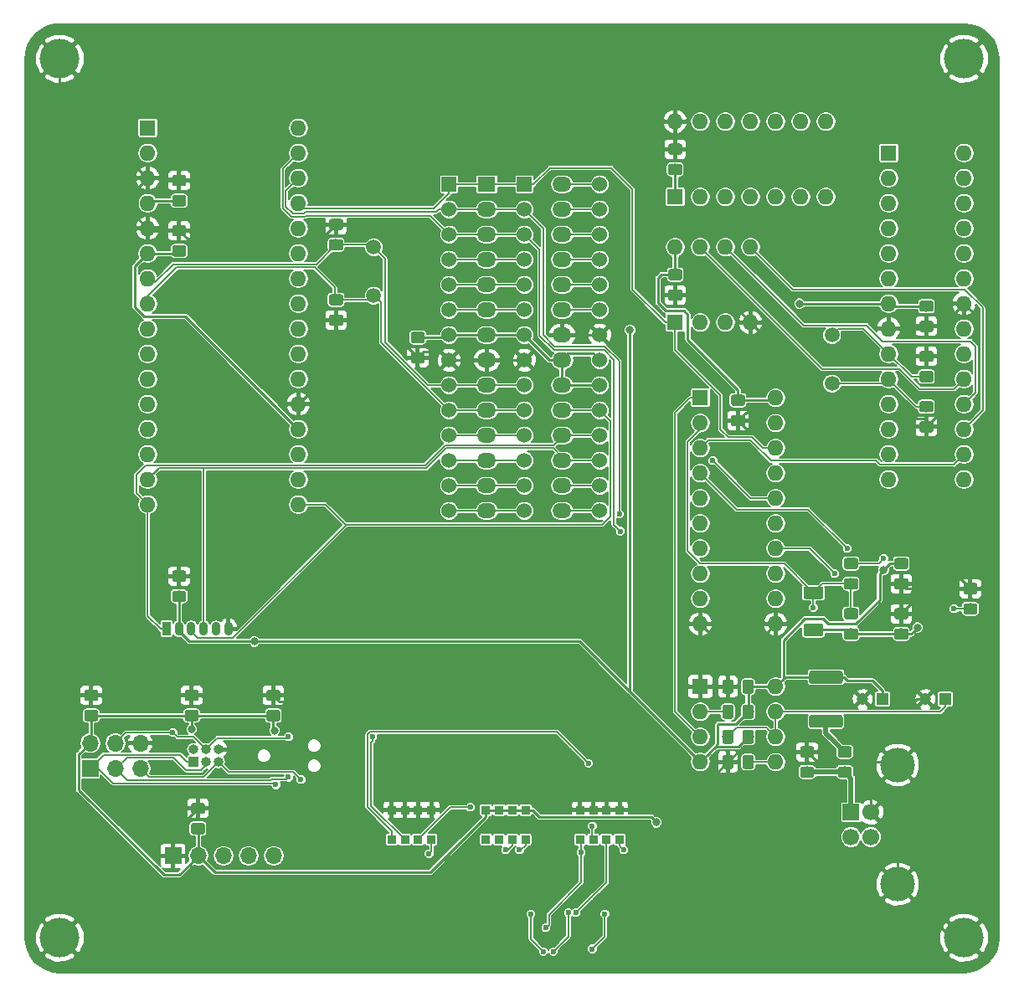
<source format=gbr>
G04 #@! TF.GenerationSoftware,KiCad,Pcbnew,(5.0.0)*
G04 #@! TF.CreationDate,2019-08-14T15:07:07-04:00*
G04 #@! TF.ProjectId,Multi Programmer,4D756C74692050726F6772616D6D6572,rev?*
G04 #@! TF.SameCoordinates,Original*
G04 #@! TF.FileFunction,Copper,L2,Bot,Signal*
G04 #@! TF.FilePolarity,Positive*
%FSLAX46Y46*%
G04 Gerber Fmt 4.6, Leading zero omitted, Abs format (unit mm)*
G04 Created by KiCad (PCBNEW (5.0.0)) date 08/14/19 15:07:07*
%MOMM*%
%LPD*%
G01*
G04 APERTURE LIST*
G04 #@! TA.AperFunction,Conductor*
%ADD10C,0.100000*%
G04 #@! TD*
G04 #@! TA.AperFunction,SMDPad,CuDef*
%ADD11C,1.150000*%
G04 #@! TD*
G04 #@! TA.AperFunction,ComponentPad*
%ADD12C,1.500000*%
G04 #@! TD*
G04 #@! TA.AperFunction,ComponentPad*
%ADD13R,1.600000X1.600000*%
G04 #@! TD*
G04 #@! TA.AperFunction,ComponentPad*
%ADD14O,1.600000X1.600000*%
G04 #@! TD*
G04 #@! TA.AperFunction,SMDPad,CuDef*
%ADD15R,0.900000X0.900000*%
G04 #@! TD*
G04 #@! TA.AperFunction,SMDPad,CuDef*
%ADD16C,1.250000*%
G04 #@! TD*
G04 #@! TA.AperFunction,ComponentPad*
%ADD17R,1.200000X1.200000*%
G04 #@! TD*
G04 #@! TA.AperFunction,ComponentPad*
%ADD18C,1.200000*%
G04 #@! TD*
G04 #@! TA.AperFunction,SMDPad,CuDef*
%ADD19C,1.300000*%
G04 #@! TD*
G04 #@! TA.AperFunction,ComponentPad*
%ADD20R,1.700000X1.700000*%
G04 #@! TD*
G04 #@! TA.AperFunction,ComponentPad*
%ADD21O,1.700000X1.700000*%
G04 #@! TD*
G04 #@! TA.AperFunction,ComponentPad*
%ADD22R,0.900000X1.400000*%
G04 #@! TD*
G04 #@! TA.AperFunction,ComponentPad*
%ADD23O,0.900000X1.400000*%
G04 #@! TD*
G04 #@! TA.AperFunction,ComponentPad*
%ADD24R,1.000000X1.000000*%
G04 #@! TD*
G04 #@! TA.AperFunction,ComponentPad*
%ADD25O,1.000000X1.000000*%
G04 #@! TD*
G04 #@! TA.AperFunction,ComponentPad*
%ADD26R,1.800000X1.524000*%
G04 #@! TD*
G04 #@! TA.AperFunction,ComponentPad*
%ADD27O,1.900000X1.524000*%
G04 #@! TD*
G04 #@! TA.AperFunction,ComponentPad*
%ADD28R,1.524000X1.524000*%
G04 #@! TD*
G04 #@! TA.AperFunction,ComponentPad*
%ADD29C,1.524000*%
G04 #@! TD*
G04 #@! TA.AperFunction,ComponentPad*
%ADD30C,1.700000*%
G04 #@! TD*
G04 #@! TA.AperFunction,ComponentPad*
%ADD31C,3.500000*%
G04 #@! TD*
G04 #@! TA.AperFunction,ComponentPad*
%ADD32C,4.000000*%
G04 #@! TD*
G04 #@! TA.AperFunction,ViaPad*
%ADD33C,0.800000*%
G04 #@! TD*
G04 #@! TA.AperFunction,ViaPad*
%ADD34C,0.600000*%
G04 #@! TD*
G04 #@! TA.AperFunction,Conductor*
%ADD35C,0.250000*%
G04 #@! TD*
G04 #@! TA.AperFunction,Conductor*
%ADD36C,0.150000*%
G04 #@! TD*
G04 #@! TA.AperFunction,Conductor*
%ADD37C,0.500000*%
G04 #@! TD*
G04 APERTURE END LIST*
D10*
G04 #@! TO.N,/S_XTAL2*
G04 #@! TO.C,C25*
G36*
X133824505Y-78411204D02*
X133848773Y-78414804D01*
X133872572Y-78420765D01*
X133895671Y-78429030D01*
X133917850Y-78439520D01*
X133938893Y-78452132D01*
X133958599Y-78466747D01*
X133976777Y-78483223D01*
X133993253Y-78501401D01*
X134007868Y-78521107D01*
X134020480Y-78542150D01*
X134030970Y-78564329D01*
X134039235Y-78587428D01*
X134045196Y-78611227D01*
X134048796Y-78635495D01*
X134050000Y-78659999D01*
X134050000Y-79310001D01*
X134048796Y-79334505D01*
X134045196Y-79358773D01*
X134039235Y-79382572D01*
X134030970Y-79405671D01*
X134020480Y-79427850D01*
X134007868Y-79448893D01*
X133993253Y-79468599D01*
X133976777Y-79486777D01*
X133958599Y-79503253D01*
X133938893Y-79517868D01*
X133917850Y-79530480D01*
X133895671Y-79540970D01*
X133872572Y-79549235D01*
X133848773Y-79555196D01*
X133824505Y-79558796D01*
X133800001Y-79560000D01*
X132899999Y-79560000D01*
X132875495Y-79558796D01*
X132851227Y-79555196D01*
X132827428Y-79549235D01*
X132804329Y-79540970D01*
X132782150Y-79530480D01*
X132761107Y-79517868D01*
X132741401Y-79503253D01*
X132723223Y-79486777D01*
X132706747Y-79468599D01*
X132692132Y-79448893D01*
X132679520Y-79427850D01*
X132669030Y-79405671D01*
X132660765Y-79382572D01*
X132654804Y-79358773D01*
X132651204Y-79334505D01*
X132650000Y-79310001D01*
X132650000Y-78659999D01*
X132651204Y-78635495D01*
X132654804Y-78611227D01*
X132660765Y-78587428D01*
X132669030Y-78564329D01*
X132679520Y-78542150D01*
X132692132Y-78521107D01*
X132706747Y-78501401D01*
X132723223Y-78483223D01*
X132741401Y-78466747D01*
X132761107Y-78452132D01*
X132782150Y-78439520D01*
X132804329Y-78429030D01*
X132827428Y-78420765D01*
X132851227Y-78414804D01*
X132875495Y-78411204D01*
X132899999Y-78410000D01*
X133800001Y-78410000D01*
X133824505Y-78411204D01*
X133824505Y-78411204D01*
G37*
D11*
G04 #@! TD*
G04 #@! TO.P,C25,2*
G04 #@! TO.N,/S_XTAL2*
X133350000Y-78985000D03*
D10*
G04 #@! TO.N,GND*
G04 #@! TO.C,C25*
G36*
X133824505Y-80461204D02*
X133848773Y-80464804D01*
X133872572Y-80470765D01*
X133895671Y-80479030D01*
X133917850Y-80489520D01*
X133938893Y-80502132D01*
X133958599Y-80516747D01*
X133976777Y-80533223D01*
X133993253Y-80551401D01*
X134007868Y-80571107D01*
X134020480Y-80592150D01*
X134030970Y-80614329D01*
X134039235Y-80637428D01*
X134045196Y-80661227D01*
X134048796Y-80685495D01*
X134050000Y-80709999D01*
X134050000Y-81360001D01*
X134048796Y-81384505D01*
X134045196Y-81408773D01*
X134039235Y-81432572D01*
X134030970Y-81455671D01*
X134020480Y-81477850D01*
X134007868Y-81498893D01*
X133993253Y-81518599D01*
X133976777Y-81536777D01*
X133958599Y-81553253D01*
X133938893Y-81567868D01*
X133917850Y-81580480D01*
X133895671Y-81590970D01*
X133872572Y-81599235D01*
X133848773Y-81605196D01*
X133824505Y-81608796D01*
X133800001Y-81610000D01*
X132899999Y-81610000D01*
X132875495Y-81608796D01*
X132851227Y-81605196D01*
X132827428Y-81599235D01*
X132804329Y-81590970D01*
X132782150Y-81580480D01*
X132761107Y-81567868D01*
X132741401Y-81553253D01*
X132723223Y-81536777D01*
X132706747Y-81518599D01*
X132692132Y-81498893D01*
X132679520Y-81477850D01*
X132669030Y-81455671D01*
X132660765Y-81432572D01*
X132654804Y-81408773D01*
X132651204Y-81384505D01*
X132650000Y-81360001D01*
X132650000Y-80709999D01*
X132651204Y-80685495D01*
X132654804Y-80661227D01*
X132660765Y-80637428D01*
X132669030Y-80614329D01*
X132679520Y-80592150D01*
X132692132Y-80571107D01*
X132706747Y-80551401D01*
X132723223Y-80533223D01*
X132741401Y-80516747D01*
X132761107Y-80502132D01*
X132782150Y-80489520D01*
X132804329Y-80479030D01*
X132827428Y-80470765D01*
X132851227Y-80464804D01*
X132875495Y-80461204D01*
X132899999Y-80460000D01*
X133800001Y-80460000D01*
X133824505Y-80461204D01*
X133824505Y-80461204D01*
G37*
D11*
G04 #@! TD*
G04 #@! TO.P,C25,1*
G04 #@! TO.N,GND*
X133350000Y-81035000D03*
D10*
G04 #@! TO.N,GND*
G04 #@! TO.C,C24*
G36*
X133824505Y-70791204D02*
X133848773Y-70794804D01*
X133872572Y-70800765D01*
X133895671Y-70809030D01*
X133917850Y-70819520D01*
X133938893Y-70832132D01*
X133958599Y-70846747D01*
X133976777Y-70863223D01*
X133993253Y-70881401D01*
X134007868Y-70901107D01*
X134020480Y-70922150D01*
X134030970Y-70944329D01*
X134039235Y-70967428D01*
X134045196Y-70991227D01*
X134048796Y-71015495D01*
X134050000Y-71039999D01*
X134050000Y-71690001D01*
X134048796Y-71714505D01*
X134045196Y-71738773D01*
X134039235Y-71762572D01*
X134030970Y-71785671D01*
X134020480Y-71807850D01*
X134007868Y-71828893D01*
X133993253Y-71848599D01*
X133976777Y-71866777D01*
X133958599Y-71883253D01*
X133938893Y-71897868D01*
X133917850Y-71910480D01*
X133895671Y-71920970D01*
X133872572Y-71929235D01*
X133848773Y-71935196D01*
X133824505Y-71938796D01*
X133800001Y-71940000D01*
X132899999Y-71940000D01*
X132875495Y-71938796D01*
X132851227Y-71935196D01*
X132827428Y-71929235D01*
X132804329Y-71920970D01*
X132782150Y-71910480D01*
X132761107Y-71897868D01*
X132741401Y-71883253D01*
X132723223Y-71866777D01*
X132706747Y-71848599D01*
X132692132Y-71828893D01*
X132679520Y-71807850D01*
X132669030Y-71785671D01*
X132660765Y-71762572D01*
X132654804Y-71738773D01*
X132651204Y-71714505D01*
X132650000Y-71690001D01*
X132650000Y-71039999D01*
X132651204Y-71015495D01*
X132654804Y-70991227D01*
X132660765Y-70967428D01*
X132669030Y-70944329D01*
X132679520Y-70922150D01*
X132692132Y-70901107D01*
X132706747Y-70881401D01*
X132723223Y-70863223D01*
X132741401Y-70846747D01*
X132761107Y-70832132D01*
X132782150Y-70819520D01*
X132804329Y-70809030D01*
X132827428Y-70800765D01*
X132851227Y-70794804D01*
X132875495Y-70791204D01*
X132899999Y-70790000D01*
X133800001Y-70790000D01*
X133824505Y-70791204D01*
X133824505Y-70791204D01*
G37*
D11*
G04 #@! TD*
G04 #@! TO.P,C24,1*
G04 #@! TO.N,GND*
X133350000Y-71365000D03*
D10*
G04 #@! TO.N,/S_XTAL1*
G04 #@! TO.C,C24*
G36*
X133824505Y-72841204D02*
X133848773Y-72844804D01*
X133872572Y-72850765D01*
X133895671Y-72859030D01*
X133917850Y-72869520D01*
X133938893Y-72882132D01*
X133958599Y-72896747D01*
X133976777Y-72913223D01*
X133993253Y-72931401D01*
X134007868Y-72951107D01*
X134020480Y-72972150D01*
X134030970Y-72994329D01*
X134039235Y-73017428D01*
X134045196Y-73041227D01*
X134048796Y-73065495D01*
X134050000Y-73089999D01*
X134050000Y-73740001D01*
X134048796Y-73764505D01*
X134045196Y-73788773D01*
X134039235Y-73812572D01*
X134030970Y-73835671D01*
X134020480Y-73857850D01*
X134007868Y-73878893D01*
X133993253Y-73898599D01*
X133976777Y-73916777D01*
X133958599Y-73933253D01*
X133938893Y-73947868D01*
X133917850Y-73960480D01*
X133895671Y-73970970D01*
X133872572Y-73979235D01*
X133848773Y-73985196D01*
X133824505Y-73988796D01*
X133800001Y-73990000D01*
X132899999Y-73990000D01*
X132875495Y-73988796D01*
X132851227Y-73985196D01*
X132827428Y-73979235D01*
X132804329Y-73970970D01*
X132782150Y-73960480D01*
X132761107Y-73947868D01*
X132741401Y-73933253D01*
X132723223Y-73916777D01*
X132706747Y-73898599D01*
X132692132Y-73878893D01*
X132679520Y-73857850D01*
X132669030Y-73835671D01*
X132660765Y-73812572D01*
X132654804Y-73788773D01*
X132651204Y-73764505D01*
X132650000Y-73740001D01*
X132650000Y-73089999D01*
X132651204Y-73065495D01*
X132654804Y-73041227D01*
X132660765Y-73017428D01*
X132669030Y-72994329D01*
X132679520Y-72972150D01*
X132692132Y-72951107D01*
X132706747Y-72931401D01*
X132723223Y-72913223D01*
X132741401Y-72896747D01*
X132761107Y-72882132D01*
X132782150Y-72869520D01*
X132804329Y-72859030D01*
X132827428Y-72850765D01*
X132851227Y-72844804D01*
X132875495Y-72841204D01*
X132899999Y-72840000D01*
X133800001Y-72840000D01*
X133824505Y-72841204D01*
X133824505Y-72841204D01*
G37*
D11*
G04 #@! TD*
G04 #@! TO.P,C24,2*
G04 #@! TO.N,/S_XTAL1*
X133350000Y-73415000D03*
D12*
G04 #@! TO.P,Y2,1*
G04 #@! TO.N,/S_XTAL1*
X137160000Y-73660000D03*
G04 #@! TO.P,Y2,2*
G04 #@! TO.N,/S_XTAL2*
X137160000Y-78560000D03*
G04 #@! TD*
D13*
G04 #@! TO.P,SK4,1*
G04 #@! TO.N,VCC*
X167640000Y-68580000D03*
D14*
G04 #@! TO.P,SK4,8*
G04 #@! TO.N,/S_MISO*
X182880000Y-60960000D03*
G04 #@! TO.P,SK4,2*
G04 #@! TO.N,Net-(SK4-Pad2)*
X170180000Y-68580000D03*
G04 #@! TO.P,SK4,9*
G04 #@! TO.N,/S_SCK*
X180340000Y-60960000D03*
G04 #@! TO.P,SK4,3*
G04 #@! TO.N,Net-(SK4-Pad3)*
X172720000Y-68580000D03*
G04 #@! TO.P,SK4,10*
G04 #@! TO.N,Net-(SK4-Pad10)*
X177800000Y-60960000D03*
G04 #@! TO.P,SK4,4*
G04 #@! TO.N,/~SCK_RST*
X175260000Y-68580000D03*
G04 #@! TO.P,SK4,11*
G04 #@! TO.N,Net-(SK4-Pad11)*
X175260000Y-60960000D03*
G04 #@! TO.P,SK4,5*
G04 #@! TO.N,Net-(SK4-Pad5)*
X177800000Y-68580000D03*
G04 #@! TO.P,SK4,12*
G04 #@! TO.N,Net-(SK4-Pad12)*
X172720000Y-60960000D03*
G04 #@! TO.P,SK4,6*
G04 #@! TO.N,Net-(SK4-Pad6)*
X180340000Y-68580000D03*
G04 #@! TO.P,SK4,13*
G04 #@! TO.N,Net-(SK4-Pad13)*
X170180000Y-60960000D03*
G04 #@! TO.P,SK4,7*
G04 #@! TO.N,/S_MOSI*
X182880000Y-68580000D03*
G04 #@! TO.P,SK4,14*
G04 #@! TO.N,GND*
X167640000Y-60960000D03*
G04 #@! TD*
D13*
G04 #@! TO.P,SK3,1*
G04 #@! TO.N,/~SCK_RST*
X167640000Y-81280000D03*
D14*
G04 #@! TO.P,SK3,5*
G04 #@! TO.N,/S_MOSI*
X175260000Y-73660000D03*
G04 #@! TO.P,SK3,2*
G04 #@! TO.N,Net-(SK3-Pad2)*
X170180000Y-81280000D03*
G04 #@! TO.P,SK3,6*
G04 #@! TO.N,/S_MISO*
X172720000Y-73660000D03*
G04 #@! TO.P,SK3,3*
G04 #@! TO.N,Net-(SK3-Pad3)*
X172720000Y-81280000D03*
G04 #@! TO.P,SK3,7*
G04 #@! TO.N,/S_SCK*
X170180000Y-73660000D03*
G04 #@! TO.P,SK3,4*
G04 #@! TO.N,GND*
X175260000Y-81280000D03*
G04 #@! TO.P,SK3,8*
G04 #@! TO.N,VCC*
X167640000Y-73660000D03*
G04 #@! TD*
D15*
G04 #@! TO.P,RN1,1*
G04 #@! TO.N,GND*
X138970000Y-130580000D03*
G04 #@! TO.P,RN1,4*
X142970000Y-130580000D03*
G04 #@! TO.P,RN1,2*
X140310000Y-130580000D03*
G04 #@! TO.P,RN1,3*
X141630000Y-130580000D03*
G04 #@! TO.P,RN1,7*
G04 #@! TO.N,Net-(D2-Pad1)*
X140310000Y-133580000D03*
G04 #@! TO.P,RN1,8*
G04 #@! TO.N,Net-(D1-Pad1)*
X138970000Y-133580000D03*
G04 #@! TO.P,RN1,5*
G04 #@! TO.N,Net-(D4-Pad1)*
X142970000Y-133580000D03*
G04 #@! TO.P,RN1,6*
G04 #@! TO.N,Net-(D3-Pad1)*
X141630000Y-133580000D03*
G04 #@! TD*
G04 #@! TO.P,RN2,6*
G04 #@! TO.N,Net-(D7-Pad1)*
X160680000Y-133580000D03*
G04 #@! TO.P,RN2,5*
G04 #@! TO.N,Net-(D8-Pad1)*
X162020000Y-133580000D03*
G04 #@! TO.P,RN2,8*
G04 #@! TO.N,Net-(D5-Pad1)*
X158020000Y-133580000D03*
G04 #@! TO.P,RN2,7*
G04 #@! TO.N,Net-(D6-Pad1)*
X159360000Y-133580000D03*
G04 #@! TO.P,RN2,3*
G04 #@! TO.N,GND*
X160680000Y-130580000D03*
G04 #@! TO.P,RN2,2*
X159360000Y-130580000D03*
G04 #@! TO.P,RN2,4*
X162020000Y-130580000D03*
G04 #@! TO.P,RN2,1*
X158020000Y-130580000D03*
G04 #@! TD*
G04 #@! TO.P,RN3,1*
G04 #@! TO.N,Net-(D9-Pad2)*
X152495000Y-133580000D03*
G04 #@! TO.P,RN3,4*
G04 #@! TO.N,Net-(RN3-Pad4)*
X148495000Y-133580000D03*
G04 #@! TO.P,RN3,2*
G04 #@! TO.N,Net-(D10-Pad2)*
X151155000Y-133580000D03*
G04 #@! TO.P,RN3,3*
G04 #@! TO.N,Net-(RN3-Pad3)*
X149835000Y-133580000D03*
G04 #@! TO.P,RN3,7*
G04 #@! TO.N,VCC*
X151155000Y-130580000D03*
G04 #@! TO.P,RN3,8*
X152495000Y-130580000D03*
G04 #@! TO.P,RN3,5*
X148495000Y-130580000D03*
G04 #@! TO.P,RN3,6*
X149835000Y-130580000D03*
G04 #@! TD*
D10*
G04 #@! TO.N,+3V3*
G04 #@! TO.C,D11*
G36*
X182434113Y-111740939D02*
X182453043Y-111743747D01*
X182471606Y-111748397D01*
X182489623Y-111754843D01*
X182506922Y-111763025D01*
X182523336Y-111772863D01*
X182538707Y-111784263D01*
X182552886Y-111797114D01*
X182565737Y-111811293D01*
X182577137Y-111826664D01*
X182586975Y-111843078D01*
X182595157Y-111860377D01*
X182601603Y-111878394D01*
X182606253Y-111896957D01*
X182609061Y-111915887D01*
X182610000Y-111935000D01*
X182610000Y-112795000D01*
X182609061Y-112814113D01*
X182606253Y-112833043D01*
X182601603Y-112851606D01*
X182595157Y-112869623D01*
X182586975Y-112886922D01*
X182577137Y-112903336D01*
X182565737Y-112918707D01*
X182552886Y-112932886D01*
X182538707Y-112945737D01*
X182523336Y-112957137D01*
X182506922Y-112966975D01*
X182489623Y-112975157D01*
X182471606Y-112981603D01*
X182453043Y-112986253D01*
X182434113Y-112989061D01*
X182415000Y-112990000D01*
X180805000Y-112990000D01*
X180785887Y-112989061D01*
X180766957Y-112986253D01*
X180748394Y-112981603D01*
X180730377Y-112975157D01*
X180713078Y-112966975D01*
X180696664Y-112957137D01*
X180681293Y-112945737D01*
X180667114Y-112932886D01*
X180654263Y-112918707D01*
X180642863Y-112903336D01*
X180633025Y-112886922D01*
X180624843Y-112869623D01*
X180618397Y-112851606D01*
X180613747Y-112833043D01*
X180610939Y-112814113D01*
X180610000Y-112795000D01*
X180610000Y-111935000D01*
X180610939Y-111915887D01*
X180613747Y-111896957D01*
X180618397Y-111878394D01*
X180624843Y-111860377D01*
X180633025Y-111843078D01*
X180642863Y-111826664D01*
X180654263Y-111811293D01*
X180667114Y-111797114D01*
X180681293Y-111784263D01*
X180696664Y-111772863D01*
X180713078Y-111763025D01*
X180730377Y-111754843D01*
X180748394Y-111748397D01*
X180766957Y-111743747D01*
X180785887Y-111740939D01*
X180805000Y-111740000D01*
X182415000Y-111740000D01*
X182434113Y-111740939D01*
X182434113Y-111740939D01*
G37*
D16*
G04 #@! TD*
G04 #@! TO.P,D11,1*
G04 #@! TO.N,+3V3*
X181610000Y-112365000D03*
D10*
G04 #@! TO.N,/~RESET*
G04 #@! TO.C,D11*
G36*
X182434113Y-107990939D02*
X182453043Y-107993747D01*
X182471606Y-107998397D01*
X182489623Y-108004843D01*
X182506922Y-108013025D01*
X182523336Y-108022863D01*
X182538707Y-108034263D01*
X182552886Y-108047114D01*
X182565737Y-108061293D01*
X182577137Y-108076664D01*
X182586975Y-108093078D01*
X182595157Y-108110377D01*
X182601603Y-108128394D01*
X182606253Y-108146957D01*
X182609061Y-108165887D01*
X182610000Y-108185000D01*
X182610000Y-109045000D01*
X182609061Y-109064113D01*
X182606253Y-109083043D01*
X182601603Y-109101606D01*
X182595157Y-109119623D01*
X182586975Y-109136922D01*
X182577137Y-109153336D01*
X182565737Y-109168707D01*
X182552886Y-109182886D01*
X182538707Y-109195737D01*
X182523336Y-109207137D01*
X182506922Y-109216975D01*
X182489623Y-109225157D01*
X182471606Y-109231603D01*
X182453043Y-109236253D01*
X182434113Y-109239061D01*
X182415000Y-109240000D01*
X180805000Y-109240000D01*
X180785887Y-109239061D01*
X180766957Y-109236253D01*
X180748394Y-109231603D01*
X180730377Y-109225157D01*
X180713078Y-109216975D01*
X180696664Y-109207137D01*
X180681293Y-109195737D01*
X180667114Y-109182886D01*
X180654263Y-109168707D01*
X180642863Y-109153336D01*
X180633025Y-109136922D01*
X180624843Y-109119623D01*
X180618397Y-109101606D01*
X180613747Y-109083043D01*
X180610939Y-109064113D01*
X180610000Y-109045000D01*
X180610000Y-108185000D01*
X180610939Y-108165887D01*
X180613747Y-108146957D01*
X180618397Y-108128394D01*
X180624843Y-108110377D01*
X180633025Y-108093078D01*
X180642863Y-108076664D01*
X180654263Y-108061293D01*
X180667114Y-108047114D01*
X180681293Y-108034263D01*
X180696664Y-108022863D01*
X180713078Y-108013025D01*
X180730377Y-108004843D01*
X180748394Y-107998397D01*
X180766957Y-107993747D01*
X180785887Y-107990939D01*
X180805000Y-107990000D01*
X182415000Y-107990000D01*
X182434113Y-107990939D01*
X182434113Y-107990939D01*
G37*
D16*
G04 #@! TD*
G04 #@! TO.P,D11,2*
G04 #@! TO.N,/~RESET*
X181610000Y-108615000D03*
D10*
G04 #@! TO.N,GND*
G04 #@! TO.C,C23*
G36*
X117949505Y-106351204D02*
X117973773Y-106354804D01*
X117997572Y-106360765D01*
X118020671Y-106369030D01*
X118042850Y-106379520D01*
X118063893Y-106392132D01*
X118083599Y-106406747D01*
X118101777Y-106423223D01*
X118118253Y-106441401D01*
X118132868Y-106461107D01*
X118145480Y-106482150D01*
X118155970Y-106504329D01*
X118164235Y-106527428D01*
X118170196Y-106551227D01*
X118173796Y-106575495D01*
X118175000Y-106599999D01*
X118175000Y-107250001D01*
X118173796Y-107274505D01*
X118170196Y-107298773D01*
X118164235Y-107322572D01*
X118155970Y-107345671D01*
X118145480Y-107367850D01*
X118132868Y-107388893D01*
X118118253Y-107408599D01*
X118101777Y-107426777D01*
X118083599Y-107443253D01*
X118063893Y-107457868D01*
X118042850Y-107470480D01*
X118020671Y-107480970D01*
X117997572Y-107489235D01*
X117973773Y-107495196D01*
X117949505Y-107498796D01*
X117925001Y-107500000D01*
X117024999Y-107500000D01*
X117000495Y-107498796D01*
X116976227Y-107495196D01*
X116952428Y-107489235D01*
X116929329Y-107480970D01*
X116907150Y-107470480D01*
X116886107Y-107457868D01*
X116866401Y-107443253D01*
X116848223Y-107426777D01*
X116831747Y-107408599D01*
X116817132Y-107388893D01*
X116804520Y-107367850D01*
X116794030Y-107345671D01*
X116785765Y-107322572D01*
X116779804Y-107298773D01*
X116776204Y-107274505D01*
X116775000Y-107250001D01*
X116775000Y-106599999D01*
X116776204Y-106575495D01*
X116779804Y-106551227D01*
X116785765Y-106527428D01*
X116794030Y-106504329D01*
X116804520Y-106482150D01*
X116817132Y-106461107D01*
X116831747Y-106441401D01*
X116848223Y-106423223D01*
X116866401Y-106406747D01*
X116886107Y-106392132D01*
X116907150Y-106379520D01*
X116929329Y-106369030D01*
X116952428Y-106360765D01*
X116976227Y-106354804D01*
X117000495Y-106351204D01*
X117024999Y-106350000D01*
X117925001Y-106350000D01*
X117949505Y-106351204D01*
X117949505Y-106351204D01*
G37*
D11*
G04 #@! TD*
G04 #@! TO.P,C23,1*
G04 #@! TO.N,GND*
X117475000Y-106925000D03*
D10*
G04 #@! TO.N,VCC*
G04 #@! TO.C,C23*
G36*
X117949505Y-108401204D02*
X117973773Y-108404804D01*
X117997572Y-108410765D01*
X118020671Y-108419030D01*
X118042850Y-108429520D01*
X118063893Y-108442132D01*
X118083599Y-108456747D01*
X118101777Y-108473223D01*
X118118253Y-108491401D01*
X118132868Y-108511107D01*
X118145480Y-108532150D01*
X118155970Y-108554329D01*
X118164235Y-108577428D01*
X118170196Y-108601227D01*
X118173796Y-108625495D01*
X118175000Y-108649999D01*
X118175000Y-109300001D01*
X118173796Y-109324505D01*
X118170196Y-109348773D01*
X118164235Y-109372572D01*
X118155970Y-109395671D01*
X118145480Y-109417850D01*
X118132868Y-109438893D01*
X118118253Y-109458599D01*
X118101777Y-109476777D01*
X118083599Y-109493253D01*
X118063893Y-109507868D01*
X118042850Y-109520480D01*
X118020671Y-109530970D01*
X117997572Y-109539235D01*
X117973773Y-109545196D01*
X117949505Y-109548796D01*
X117925001Y-109550000D01*
X117024999Y-109550000D01*
X117000495Y-109548796D01*
X116976227Y-109545196D01*
X116952428Y-109539235D01*
X116929329Y-109530970D01*
X116907150Y-109520480D01*
X116886107Y-109507868D01*
X116866401Y-109493253D01*
X116848223Y-109476777D01*
X116831747Y-109458599D01*
X116817132Y-109438893D01*
X116804520Y-109417850D01*
X116794030Y-109395671D01*
X116785765Y-109372572D01*
X116779804Y-109348773D01*
X116776204Y-109324505D01*
X116775000Y-109300001D01*
X116775000Y-108649999D01*
X116776204Y-108625495D01*
X116779804Y-108601227D01*
X116785765Y-108577428D01*
X116794030Y-108554329D01*
X116804520Y-108532150D01*
X116817132Y-108511107D01*
X116831747Y-108491401D01*
X116848223Y-108473223D01*
X116866401Y-108456747D01*
X116886107Y-108442132D01*
X116907150Y-108429520D01*
X116929329Y-108419030D01*
X116952428Y-108410765D01*
X116976227Y-108404804D01*
X117000495Y-108401204D01*
X117024999Y-108400000D01*
X117925001Y-108400000D01*
X117949505Y-108401204D01*
X117949505Y-108401204D01*
G37*
D11*
G04 #@! TD*
G04 #@! TO.P,C23,2*
G04 #@! TO.N,VCC*
X117475000Y-108975000D03*
D10*
G04 #@! TO.N,VCC*
G04 #@! TO.C,C19*
G36*
X109059505Y-120466204D02*
X109083773Y-120469804D01*
X109107572Y-120475765D01*
X109130671Y-120484030D01*
X109152850Y-120494520D01*
X109173893Y-120507132D01*
X109193599Y-120521747D01*
X109211777Y-120538223D01*
X109228253Y-120556401D01*
X109242868Y-120576107D01*
X109255480Y-120597150D01*
X109265970Y-120619329D01*
X109274235Y-120642428D01*
X109280196Y-120666227D01*
X109283796Y-120690495D01*
X109285000Y-120714999D01*
X109285000Y-121365001D01*
X109283796Y-121389505D01*
X109280196Y-121413773D01*
X109274235Y-121437572D01*
X109265970Y-121460671D01*
X109255480Y-121482850D01*
X109242868Y-121503893D01*
X109228253Y-121523599D01*
X109211777Y-121541777D01*
X109193599Y-121558253D01*
X109173893Y-121572868D01*
X109152850Y-121585480D01*
X109130671Y-121595970D01*
X109107572Y-121604235D01*
X109083773Y-121610196D01*
X109059505Y-121613796D01*
X109035001Y-121615000D01*
X108134999Y-121615000D01*
X108110495Y-121613796D01*
X108086227Y-121610196D01*
X108062428Y-121604235D01*
X108039329Y-121595970D01*
X108017150Y-121585480D01*
X107996107Y-121572868D01*
X107976401Y-121558253D01*
X107958223Y-121541777D01*
X107941747Y-121523599D01*
X107927132Y-121503893D01*
X107914520Y-121482850D01*
X107904030Y-121460671D01*
X107895765Y-121437572D01*
X107889804Y-121413773D01*
X107886204Y-121389505D01*
X107885000Y-121365001D01*
X107885000Y-120714999D01*
X107886204Y-120690495D01*
X107889804Y-120666227D01*
X107895765Y-120642428D01*
X107904030Y-120619329D01*
X107914520Y-120597150D01*
X107927132Y-120576107D01*
X107941747Y-120556401D01*
X107958223Y-120538223D01*
X107976401Y-120521747D01*
X107996107Y-120507132D01*
X108017150Y-120494520D01*
X108039329Y-120484030D01*
X108062428Y-120475765D01*
X108086227Y-120469804D01*
X108110495Y-120466204D01*
X108134999Y-120465000D01*
X109035001Y-120465000D01*
X109059505Y-120466204D01*
X109059505Y-120466204D01*
G37*
D11*
G04 #@! TD*
G04 #@! TO.P,C19,2*
G04 #@! TO.N,VCC*
X108585000Y-121040000D03*
D10*
G04 #@! TO.N,GND*
G04 #@! TO.C,C19*
G36*
X109059505Y-118416204D02*
X109083773Y-118419804D01*
X109107572Y-118425765D01*
X109130671Y-118434030D01*
X109152850Y-118444520D01*
X109173893Y-118457132D01*
X109193599Y-118471747D01*
X109211777Y-118488223D01*
X109228253Y-118506401D01*
X109242868Y-118526107D01*
X109255480Y-118547150D01*
X109265970Y-118569329D01*
X109274235Y-118592428D01*
X109280196Y-118616227D01*
X109283796Y-118640495D01*
X109285000Y-118664999D01*
X109285000Y-119315001D01*
X109283796Y-119339505D01*
X109280196Y-119363773D01*
X109274235Y-119387572D01*
X109265970Y-119410671D01*
X109255480Y-119432850D01*
X109242868Y-119453893D01*
X109228253Y-119473599D01*
X109211777Y-119491777D01*
X109193599Y-119508253D01*
X109173893Y-119522868D01*
X109152850Y-119535480D01*
X109130671Y-119545970D01*
X109107572Y-119554235D01*
X109083773Y-119560196D01*
X109059505Y-119563796D01*
X109035001Y-119565000D01*
X108134999Y-119565000D01*
X108110495Y-119563796D01*
X108086227Y-119560196D01*
X108062428Y-119554235D01*
X108039329Y-119545970D01*
X108017150Y-119535480D01*
X107996107Y-119522868D01*
X107976401Y-119508253D01*
X107958223Y-119491777D01*
X107941747Y-119473599D01*
X107927132Y-119453893D01*
X107914520Y-119432850D01*
X107904030Y-119410671D01*
X107895765Y-119387572D01*
X107889804Y-119363773D01*
X107886204Y-119339505D01*
X107885000Y-119315001D01*
X107885000Y-118664999D01*
X107886204Y-118640495D01*
X107889804Y-118616227D01*
X107895765Y-118592428D01*
X107904030Y-118569329D01*
X107914520Y-118547150D01*
X107927132Y-118526107D01*
X107941747Y-118506401D01*
X107958223Y-118488223D01*
X107976401Y-118471747D01*
X107996107Y-118457132D01*
X108017150Y-118444520D01*
X108039329Y-118434030D01*
X108062428Y-118425765D01*
X108086227Y-118419804D01*
X108110495Y-118416204D01*
X108134999Y-118415000D01*
X109035001Y-118415000D01*
X109059505Y-118416204D01*
X109059505Y-118416204D01*
G37*
D11*
G04 #@! TD*
G04 #@! TO.P,C19,1*
G04 #@! TO.N,GND*
X108585000Y-118990000D03*
D10*
G04 #@! TO.N,GND*
G04 #@! TO.C,C21*
G36*
X127474505Y-118416204D02*
X127498773Y-118419804D01*
X127522572Y-118425765D01*
X127545671Y-118434030D01*
X127567850Y-118444520D01*
X127588893Y-118457132D01*
X127608599Y-118471747D01*
X127626777Y-118488223D01*
X127643253Y-118506401D01*
X127657868Y-118526107D01*
X127670480Y-118547150D01*
X127680970Y-118569329D01*
X127689235Y-118592428D01*
X127695196Y-118616227D01*
X127698796Y-118640495D01*
X127700000Y-118664999D01*
X127700000Y-119315001D01*
X127698796Y-119339505D01*
X127695196Y-119363773D01*
X127689235Y-119387572D01*
X127680970Y-119410671D01*
X127670480Y-119432850D01*
X127657868Y-119453893D01*
X127643253Y-119473599D01*
X127626777Y-119491777D01*
X127608599Y-119508253D01*
X127588893Y-119522868D01*
X127567850Y-119535480D01*
X127545671Y-119545970D01*
X127522572Y-119554235D01*
X127498773Y-119560196D01*
X127474505Y-119563796D01*
X127450001Y-119565000D01*
X126549999Y-119565000D01*
X126525495Y-119563796D01*
X126501227Y-119560196D01*
X126477428Y-119554235D01*
X126454329Y-119545970D01*
X126432150Y-119535480D01*
X126411107Y-119522868D01*
X126391401Y-119508253D01*
X126373223Y-119491777D01*
X126356747Y-119473599D01*
X126342132Y-119453893D01*
X126329520Y-119432850D01*
X126319030Y-119410671D01*
X126310765Y-119387572D01*
X126304804Y-119363773D01*
X126301204Y-119339505D01*
X126300000Y-119315001D01*
X126300000Y-118664999D01*
X126301204Y-118640495D01*
X126304804Y-118616227D01*
X126310765Y-118592428D01*
X126319030Y-118569329D01*
X126329520Y-118547150D01*
X126342132Y-118526107D01*
X126356747Y-118506401D01*
X126373223Y-118488223D01*
X126391401Y-118471747D01*
X126411107Y-118457132D01*
X126432150Y-118444520D01*
X126454329Y-118434030D01*
X126477428Y-118425765D01*
X126501227Y-118419804D01*
X126525495Y-118416204D01*
X126549999Y-118415000D01*
X127450001Y-118415000D01*
X127474505Y-118416204D01*
X127474505Y-118416204D01*
G37*
D11*
G04 #@! TD*
G04 #@! TO.P,C21,1*
G04 #@! TO.N,GND*
X127000000Y-118990000D03*
D10*
G04 #@! TO.N,VCC*
G04 #@! TO.C,C21*
G36*
X127474505Y-120466204D02*
X127498773Y-120469804D01*
X127522572Y-120475765D01*
X127545671Y-120484030D01*
X127567850Y-120494520D01*
X127588893Y-120507132D01*
X127608599Y-120521747D01*
X127626777Y-120538223D01*
X127643253Y-120556401D01*
X127657868Y-120576107D01*
X127670480Y-120597150D01*
X127680970Y-120619329D01*
X127689235Y-120642428D01*
X127695196Y-120666227D01*
X127698796Y-120690495D01*
X127700000Y-120714999D01*
X127700000Y-121365001D01*
X127698796Y-121389505D01*
X127695196Y-121413773D01*
X127689235Y-121437572D01*
X127680970Y-121460671D01*
X127670480Y-121482850D01*
X127657868Y-121503893D01*
X127643253Y-121523599D01*
X127626777Y-121541777D01*
X127608599Y-121558253D01*
X127588893Y-121572868D01*
X127567850Y-121585480D01*
X127545671Y-121595970D01*
X127522572Y-121604235D01*
X127498773Y-121610196D01*
X127474505Y-121613796D01*
X127450001Y-121615000D01*
X126549999Y-121615000D01*
X126525495Y-121613796D01*
X126501227Y-121610196D01*
X126477428Y-121604235D01*
X126454329Y-121595970D01*
X126432150Y-121585480D01*
X126411107Y-121572868D01*
X126391401Y-121558253D01*
X126373223Y-121541777D01*
X126356747Y-121523599D01*
X126342132Y-121503893D01*
X126329520Y-121482850D01*
X126319030Y-121460671D01*
X126310765Y-121437572D01*
X126304804Y-121413773D01*
X126301204Y-121389505D01*
X126300000Y-121365001D01*
X126300000Y-120714999D01*
X126301204Y-120690495D01*
X126304804Y-120666227D01*
X126310765Y-120642428D01*
X126319030Y-120619329D01*
X126329520Y-120597150D01*
X126342132Y-120576107D01*
X126356747Y-120556401D01*
X126373223Y-120538223D01*
X126391401Y-120521747D01*
X126411107Y-120507132D01*
X126432150Y-120494520D01*
X126454329Y-120484030D01*
X126477428Y-120475765D01*
X126501227Y-120469804D01*
X126525495Y-120466204D01*
X126549999Y-120465000D01*
X127450001Y-120465000D01*
X127474505Y-120466204D01*
X127474505Y-120466204D01*
G37*
D11*
G04 #@! TD*
G04 #@! TO.P,C21,2*
G04 #@! TO.N,VCC*
X127000000Y-121040000D03*
D10*
G04 #@! TO.N,VCC*
G04 #@! TO.C,C22*
G36*
X119854505Y-131896204D02*
X119878773Y-131899804D01*
X119902572Y-131905765D01*
X119925671Y-131914030D01*
X119947850Y-131924520D01*
X119968893Y-131937132D01*
X119988599Y-131951747D01*
X120006777Y-131968223D01*
X120023253Y-131986401D01*
X120037868Y-132006107D01*
X120050480Y-132027150D01*
X120060970Y-132049329D01*
X120069235Y-132072428D01*
X120075196Y-132096227D01*
X120078796Y-132120495D01*
X120080000Y-132144999D01*
X120080000Y-132795001D01*
X120078796Y-132819505D01*
X120075196Y-132843773D01*
X120069235Y-132867572D01*
X120060970Y-132890671D01*
X120050480Y-132912850D01*
X120037868Y-132933893D01*
X120023253Y-132953599D01*
X120006777Y-132971777D01*
X119988599Y-132988253D01*
X119968893Y-133002868D01*
X119947850Y-133015480D01*
X119925671Y-133025970D01*
X119902572Y-133034235D01*
X119878773Y-133040196D01*
X119854505Y-133043796D01*
X119830001Y-133045000D01*
X118929999Y-133045000D01*
X118905495Y-133043796D01*
X118881227Y-133040196D01*
X118857428Y-133034235D01*
X118834329Y-133025970D01*
X118812150Y-133015480D01*
X118791107Y-133002868D01*
X118771401Y-132988253D01*
X118753223Y-132971777D01*
X118736747Y-132953599D01*
X118722132Y-132933893D01*
X118709520Y-132912850D01*
X118699030Y-132890671D01*
X118690765Y-132867572D01*
X118684804Y-132843773D01*
X118681204Y-132819505D01*
X118680000Y-132795001D01*
X118680000Y-132144999D01*
X118681204Y-132120495D01*
X118684804Y-132096227D01*
X118690765Y-132072428D01*
X118699030Y-132049329D01*
X118709520Y-132027150D01*
X118722132Y-132006107D01*
X118736747Y-131986401D01*
X118753223Y-131968223D01*
X118771401Y-131951747D01*
X118791107Y-131937132D01*
X118812150Y-131924520D01*
X118834329Y-131914030D01*
X118857428Y-131905765D01*
X118881227Y-131899804D01*
X118905495Y-131896204D01*
X118929999Y-131895000D01*
X119830001Y-131895000D01*
X119854505Y-131896204D01*
X119854505Y-131896204D01*
G37*
D11*
G04 #@! TD*
G04 #@! TO.P,C22,2*
G04 #@! TO.N,VCC*
X119380000Y-132470000D03*
D10*
G04 #@! TO.N,GND*
G04 #@! TO.C,C22*
G36*
X119854505Y-129846204D02*
X119878773Y-129849804D01*
X119902572Y-129855765D01*
X119925671Y-129864030D01*
X119947850Y-129874520D01*
X119968893Y-129887132D01*
X119988599Y-129901747D01*
X120006777Y-129918223D01*
X120023253Y-129936401D01*
X120037868Y-129956107D01*
X120050480Y-129977150D01*
X120060970Y-129999329D01*
X120069235Y-130022428D01*
X120075196Y-130046227D01*
X120078796Y-130070495D01*
X120080000Y-130094999D01*
X120080000Y-130745001D01*
X120078796Y-130769505D01*
X120075196Y-130793773D01*
X120069235Y-130817572D01*
X120060970Y-130840671D01*
X120050480Y-130862850D01*
X120037868Y-130883893D01*
X120023253Y-130903599D01*
X120006777Y-130921777D01*
X119988599Y-130938253D01*
X119968893Y-130952868D01*
X119947850Y-130965480D01*
X119925671Y-130975970D01*
X119902572Y-130984235D01*
X119878773Y-130990196D01*
X119854505Y-130993796D01*
X119830001Y-130995000D01*
X118929999Y-130995000D01*
X118905495Y-130993796D01*
X118881227Y-130990196D01*
X118857428Y-130984235D01*
X118834329Y-130975970D01*
X118812150Y-130965480D01*
X118791107Y-130952868D01*
X118771401Y-130938253D01*
X118753223Y-130921777D01*
X118736747Y-130903599D01*
X118722132Y-130883893D01*
X118709520Y-130862850D01*
X118699030Y-130840671D01*
X118690765Y-130817572D01*
X118684804Y-130793773D01*
X118681204Y-130769505D01*
X118680000Y-130745001D01*
X118680000Y-130094999D01*
X118681204Y-130070495D01*
X118684804Y-130046227D01*
X118690765Y-130022428D01*
X118699030Y-129999329D01*
X118709520Y-129977150D01*
X118722132Y-129956107D01*
X118736747Y-129936401D01*
X118753223Y-129918223D01*
X118771401Y-129901747D01*
X118791107Y-129887132D01*
X118812150Y-129874520D01*
X118834329Y-129864030D01*
X118857428Y-129855765D01*
X118881227Y-129849804D01*
X118905495Y-129846204D01*
X118929999Y-129845000D01*
X119830001Y-129845000D01*
X119854505Y-129846204D01*
X119854505Y-129846204D01*
G37*
D11*
G04 #@! TD*
G04 #@! TO.P,C22,1*
G04 #@! TO.N,GND*
X119380000Y-130420000D03*
D10*
G04 #@! TO.N,GND*
G04 #@! TO.C,C20*
G36*
X119219505Y-118416204D02*
X119243773Y-118419804D01*
X119267572Y-118425765D01*
X119290671Y-118434030D01*
X119312850Y-118444520D01*
X119333893Y-118457132D01*
X119353599Y-118471747D01*
X119371777Y-118488223D01*
X119388253Y-118506401D01*
X119402868Y-118526107D01*
X119415480Y-118547150D01*
X119425970Y-118569329D01*
X119434235Y-118592428D01*
X119440196Y-118616227D01*
X119443796Y-118640495D01*
X119445000Y-118664999D01*
X119445000Y-119315001D01*
X119443796Y-119339505D01*
X119440196Y-119363773D01*
X119434235Y-119387572D01*
X119425970Y-119410671D01*
X119415480Y-119432850D01*
X119402868Y-119453893D01*
X119388253Y-119473599D01*
X119371777Y-119491777D01*
X119353599Y-119508253D01*
X119333893Y-119522868D01*
X119312850Y-119535480D01*
X119290671Y-119545970D01*
X119267572Y-119554235D01*
X119243773Y-119560196D01*
X119219505Y-119563796D01*
X119195001Y-119565000D01*
X118294999Y-119565000D01*
X118270495Y-119563796D01*
X118246227Y-119560196D01*
X118222428Y-119554235D01*
X118199329Y-119545970D01*
X118177150Y-119535480D01*
X118156107Y-119522868D01*
X118136401Y-119508253D01*
X118118223Y-119491777D01*
X118101747Y-119473599D01*
X118087132Y-119453893D01*
X118074520Y-119432850D01*
X118064030Y-119410671D01*
X118055765Y-119387572D01*
X118049804Y-119363773D01*
X118046204Y-119339505D01*
X118045000Y-119315001D01*
X118045000Y-118664999D01*
X118046204Y-118640495D01*
X118049804Y-118616227D01*
X118055765Y-118592428D01*
X118064030Y-118569329D01*
X118074520Y-118547150D01*
X118087132Y-118526107D01*
X118101747Y-118506401D01*
X118118223Y-118488223D01*
X118136401Y-118471747D01*
X118156107Y-118457132D01*
X118177150Y-118444520D01*
X118199329Y-118434030D01*
X118222428Y-118425765D01*
X118246227Y-118419804D01*
X118270495Y-118416204D01*
X118294999Y-118415000D01*
X119195001Y-118415000D01*
X119219505Y-118416204D01*
X119219505Y-118416204D01*
G37*
D11*
G04 #@! TD*
G04 #@! TO.P,C20,1*
G04 #@! TO.N,GND*
X118745000Y-118990000D03*
D10*
G04 #@! TO.N,VCC*
G04 #@! TO.C,C20*
G36*
X119219505Y-120466204D02*
X119243773Y-120469804D01*
X119267572Y-120475765D01*
X119290671Y-120484030D01*
X119312850Y-120494520D01*
X119333893Y-120507132D01*
X119353599Y-120521747D01*
X119371777Y-120538223D01*
X119388253Y-120556401D01*
X119402868Y-120576107D01*
X119415480Y-120597150D01*
X119425970Y-120619329D01*
X119434235Y-120642428D01*
X119440196Y-120666227D01*
X119443796Y-120690495D01*
X119445000Y-120714999D01*
X119445000Y-121365001D01*
X119443796Y-121389505D01*
X119440196Y-121413773D01*
X119434235Y-121437572D01*
X119425970Y-121460671D01*
X119415480Y-121482850D01*
X119402868Y-121503893D01*
X119388253Y-121523599D01*
X119371777Y-121541777D01*
X119353599Y-121558253D01*
X119333893Y-121572868D01*
X119312850Y-121585480D01*
X119290671Y-121595970D01*
X119267572Y-121604235D01*
X119243773Y-121610196D01*
X119219505Y-121613796D01*
X119195001Y-121615000D01*
X118294999Y-121615000D01*
X118270495Y-121613796D01*
X118246227Y-121610196D01*
X118222428Y-121604235D01*
X118199329Y-121595970D01*
X118177150Y-121585480D01*
X118156107Y-121572868D01*
X118136401Y-121558253D01*
X118118223Y-121541777D01*
X118101747Y-121523599D01*
X118087132Y-121503893D01*
X118074520Y-121482850D01*
X118064030Y-121460671D01*
X118055765Y-121437572D01*
X118049804Y-121413773D01*
X118046204Y-121389505D01*
X118045000Y-121365001D01*
X118045000Y-120714999D01*
X118046204Y-120690495D01*
X118049804Y-120666227D01*
X118055765Y-120642428D01*
X118064030Y-120619329D01*
X118074520Y-120597150D01*
X118087132Y-120576107D01*
X118101747Y-120556401D01*
X118118223Y-120538223D01*
X118136401Y-120521747D01*
X118156107Y-120507132D01*
X118177150Y-120494520D01*
X118199329Y-120484030D01*
X118222428Y-120475765D01*
X118246227Y-120469804D01*
X118270495Y-120466204D01*
X118294999Y-120465000D01*
X119195001Y-120465000D01*
X119219505Y-120466204D01*
X119219505Y-120466204D01*
G37*
D11*
G04 #@! TD*
G04 #@! TO.P,C20,2*
G04 #@! TO.N,VCC*
X118745000Y-121040000D03*
D10*
G04 #@! TO.N,GND*
G04 #@! TO.C,C18*
G36*
X117949505Y-71426204D02*
X117973773Y-71429804D01*
X117997572Y-71435765D01*
X118020671Y-71444030D01*
X118042850Y-71454520D01*
X118063893Y-71467132D01*
X118083599Y-71481747D01*
X118101777Y-71498223D01*
X118118253Y-71516401D01*
X118132868Y-71536107D01*
X118145480Y-71557150D01*
X118155970Y-71579329D01*
X118164235Y-71602428D01*
X118170196Y-71626227D01*
X118173796Y-71650495D01*
X118175000Y-71674999D01*
X118175000Y-72325001D01*
X118173796Y-72349505D01*
X118170196Y-72373773D01*
X118164235Y-72397572D01*
X118155970Y-72420671D01*
X118145480Y-72442850D01*
X118132868Y-72463893D01*
X118118253Y-72483599D01*
X118101777Y-72501777D01*
X118083599Y-72518253D01*
X118063893Y-72532868D01*
X118042850Y-72545480D01*
X118020671Y-72555970D01*
X117997572Y-72564235D01*
X117973773Y-72570196D01*
X117949505Y-72573796D01*
X117925001Y-72575000D01*
X117024999Y-72575000D01*
X117000495Y-72573796D01*
X116976227Y-72570196D01*
X116952428Y-72564235D01*
X116929329Y-72555970D01*
X116907150Y-72545480D01*
X116886107Y-72532868D01*
X116866401Y-72518253D01*
X116848223Y-72501777D01*
X116831747Y-72483599D01*
X116817132Y-72463893D01*
X116804520Y-72442850D01*
X116794030Y-72420671D01*
X116785765Y-72397572D01*
X116779804Y-72373773D01*
X116776204Y-72349505D01*
X116775000Y-72325001D01*
X116775000Y-71674999D01*
X116776204Y-71650495D01*
X116779804Y-71626227D01*
X116785765Y-71602428D01*
X116794030Y-71579329D01*
X116804520Y-71557150D01*
X116817132Y-71536107D01*
X116831747Y-71516401D01*
X116848223Y-71498223D01*
X116866401Y-71481747D01*
X116886107Y-71467132D01*
X116907150Y-71454520D01*
X116929329Y-71444030D01*
X116952428Y-71435765D01*
X116976227Y-71429804D01*
X117000495Y-71426204D01*
X117024999Y-71425000D01*
X117925001Y-71425000D01*
X117949505Y-71426204D01*
X117949505Y-71426204D01*
G37*
D11*
G04 #@! TD*
G04 #@! TO.P,C18,1*
G04 #@! TO.N,GND*
X117475000Y-72000000D03*
D10*
G04 #@! TO.N,VCC*
G04 #@! TO.C,C18*
G36*
X117949505Y-73476204D02*
X117973773Y-73479804D01*
X117997572Y-73485765D01*
X118020671Y-73494030D01*
X118042850Y-73504520D01*
X118063893Y-73517132D01*
X118083599Y-73531747D01*
X118101777Y-73548223D01*
X118118253Y-73566401D01*
X118132868Y-73586107D01*
X118145480Y-73607150D01*
X118155970Y-73629329D01*
X118164235Y-73652428D01*
X118170196Y-73676227D01*
X118173796Y-73700495D01*
X118175000Y-73724999D01*
X118175000Y-74375001D01*
X118173796Y-74399505D01*
X118170196Y-74423773D01*
X118164235Y-74447572D01*
X118155970Y-74470671D01*
X118145480Y-74492850D01*
X118132868Y-74513893D01*
X118118253Y-74533599D01*
X118101777Y-74551777D01*
X118083599Y-74568253D01*
X118063893Y-74582868D01*
X118042850Y-74595480D01*
X118020671Y-74605970D01*
X117997572Y-74614235D01*
X117973773Y-74620196D01*
X117949505Y-74623796D01*
X117925001Y-74625000D01*
X117024999Y-74625000D01*
X117000495Y-74623796D01*
X116976227Y-74620196D01*
X116952428Y-74614235D01*
X116929329Y-74605970D01*
X116907150Y-74595480D01*
X116886107Y-74582868D01*
X116866401Y-74568253D01*
X116848223Y-74551777D01*
X116831747Y-74533599D01*
X116817132Y-74513893D01*
X116804520Y-74492850D01*
X116794030Y-74470671D01*
X116785765Y-74447572D01*
X116779804Y-74423773D01*
X116776204Y-74399505D01*
X116775000Y-74375001D01*
X116775000Y-73724999D01*
X116776204Y-73700495D01*
X116779804Y-73676227D01*
X116785765Y-73652428D01*
X116794030Y-73629329D01*
X116804520Y-73607150D01*
X116817132Y-73586107D01*
X116831747Y-73566401D01*
X116848223Y-73548223D01*
X116866401Y-73531747D01*
X116886107Y-73517132D01*
X116907150Y-73504520D01*
X116929329Y-73494030D01*
X116952428Y-73485765D01*
X116976227Y-73479804D01*
X117000495Y-73476204D01*
X117024999Y-73475000D01*
X117925001Y-73475000D01*
X117949505Y-73476204D01*
X117949505Y-73476204D01*
G37*
D11*
G04 #@! TD*
G04 #@! TO.P,C18,2*
G04 #@! TO.N,VCC*
X117475000Y-74050000D03*
D10*
G04 #@! TO.N,GND*
G04 #@! TO.C,C17*
G36*
X173314505Y-117411204D02*
X173338773Y-117414804D01*
X173362572Y-117420765D01*
X173385671Y-117429030D01*
X173407850Y-117439520D01*
X173428893Y-117452132D01*
X173448599Y-117466747D01*
X173466777Y-117483223D01*
X173483253Y-117501401D01*
X173497868Y-117521107D01*
X173510480Y-117542150D01*
X173520970Y-117564329D01*
X173529235Y-117587428D01*
X173535196Y-117611227D01*
X173538796Y-117635495D01*
X173540000Y-117659999D01*
X173540000Y-118560001D01*
X173538796Y-118584505D01*
X173535196Y-118608773D01*
X173529235Y-118632572D01*
X173520970Y-118655671D01*
X173510480Y-118677850D01*
X173497868Y-118698893D01*
X173483253Y-118718599D01*
X173466777Y-118736777D01*
X173448599Y-118753253D01*
X173428893Y-118767868D01*
X173407850Y-118780480D01*
X173385671Y-118790970D01*
X173362572Y-118799235D01*
X173338773Y-118805196D01*
X173314505Y-118808796D01*
X173290001Y-118810000D01*
X172639999Y-118810000D01*
X172615495Y-118808796D01*
X172591227Y-118805196D01*
X172567428Y-118799235D01*
X172544329Y-118790970D01*
X172522150Y-118780480D01*
X172501107Y-118767868D01*
X172481401Y-118753253D01*
X172463223Y-118736777D01*
X172446747Y-118718599D01*
X172432132Y-118698893D01*
X172419520Y-118677850D01*
X172409030Y-118655671D01*
X172400765Y-118632572D01*
X172394804Y-118608773D01*
X172391204Y-118584505D01*
X172390000Y-118560001D01*
X172390000Y-117659999D01*
X172391204Y-117635495D01*
X172394804Y-117611227D01*
X172400765Y-117587428D01*
X172409030Y-117564329D01*
X172419520Y-117542150D01*
X172432132Y-117521107D01*
X172446747Y-117501401D01*
X172463223Y-117483223D01*
X172481401Y-117466747D01*
X172501107Y-117452132D01*
X172522150Y-117439520D01*
X172544329Y-117429030D01*
X172567428Y-117420765D01*
X172591227Y-117414804D01*
X172615495Y-117411204D01*
X172639999Y-117410000D01*
X173290001Y-117410000D01*
X173314505Y-117411204D01*
X173314505Y-117411204D01*
G37*
D11*
G04 #@! TD*
G04 #@! TO.P,C17,1*
G04 #@! TO.N,GND*
X172965000Y-118110000D03*
D10*
G04 #@! TO.N,VCC*
G04 #@! TO.C,C17*
G36*
X175364505Y-117411204D02*
X175388773Y-117414804D01*
X175412572Y-117420765D01*
X175435671Y-117429030D01*
X175457850Y-117439520D01*
X175478893Y-117452132D01*
X175498599Y-117466747D01*
X175516777Y-117483223D01*
X175533253Y-117501401D01*
X175547868Y-117521107D01*
X175560480Y-117542150D01*
X175570970Y-117564329D01*
X175579235Y-117587428D01*
X175585196Y-117611227D01*
X175588796Y-117635495D01*
X175590000Y-117659999D01*
X175590000Y-118560001D01*
X175588796Y-118584505D01*
X175585196Y-118608773D01*
X175579235Y-118632572D01*
X175570970Y-118655671D01*
X175560480Y-118677850D01*
X175547868Y-118698893D01*
X175533253Y-118718599D01*
X175516777Y-118736777D01*
X175498599Y-118753253D01*
X175478893Y-118767868D01*
X175457850Y-118780480D01*
X175435671Y-118790970D01*
X175412572Y-118799235D01*
X175388773Y-118805196D01*
X175364505Y-118808796D01*
X175340001Y-118810000D01*
X174689999Y-118810000D01*
X174665495Y-118808796D01*
X174641227Y-118805196D01*
X174617428Y-118799235D01*
X174594329Y-118790970D01*
X174572150Y-118780480D01*
X174551107Y-118767868D01*
X174531401Y-118753253D01*
X174513223Y-118736777D01*
X174496747Y-118718599D01*
X174482132Y-118698893D01*
X174469520Y-118677850D01*
X174459030Y-118655671D01*
X174450765Y-118632572D01*
X174444804Y-118608773D01*
X174441204Y-118584505D01*
X174440000Y-118560001D01*
X174440000Y-117659999D01*
X174441204Y-117635495D01*
X174444804Y-117611227D01*
X174450765Y-117587428D01*
X174459030Y-117564329D01*
X174469520Y-117542150D01*
X174482132Y-117521107D01*
X174496747Y-117501401D01*
X174513223Y-117483223D01*
X174531401Y-117466747D01*
X174551107Y-117452132D01*
X174572150Y-117439520D01*
X174594329Y-117429030D01*
X174617428Y-117420765D01*
X174641227Y-117414804D01*
X174665495Y-117411204D01*
X174689999Y-117410000D01*
X175340001Y-117410000D01*
X175364505Y-117411204D01*
X175364505Y-117411204D01*
G37*
D11*
G04 #@! TD*
G04 #@! TO.P,C17,2*
G04 #@! TO.N,VCC*
X175015000Y-118110000D03*
D17*
G04 #@! TO.P,C16,1*
G04 #@! TO.N,Net-(C16-Pad1)*
X194945000Y-119380000D03*
D18*
G04 #@! TO.P,C16,2*
G04 #@! TO.N,GND*
X192945000Y-119380000D03*
G04 #@! TD*
D13*
G04 #@! TO.P,U4,1*
G04 #@! TO.N,GND*
X170180000Y-118110000D03*
D14*
G04 #@! TO.P,U4,5*
G04 #@! TO.N,Net-(C10-Pad2)*
X177800000Y-125730000D03*
G04 #@! TO.P,U4,2*
G04 #@! TO.N,Net-(R6-Pad1)*
X170180000Y-120650000D03*
G04 #@! TO.P,U4,6*
G04 #@! TO.N,Net-(C16-Pad1)*
X177800000Y-123190000D03*
G04 #@! TO.P,U4,3*
G04 #@! TO.N,/MODE_SW*
X170180000Y-123190000D03*
G04 #@! TO.P,U4,7*
G04 #@! TO.N,Net-(C16-Pad1)*
X177800000Y-120650000D03*
G04 #@! TO.P,U4,4*
G04 #@! TO.N,VCC*
X170180000Y-125730000D03*
G04 #@! TO.P,U4,8*
X177800000Y-118110000D03*
G04 #@! TD*
D17*
G04 #@! TO.P,C15,1*
G04 #@! TO.N,VCC*
X188595000Y-119380000D03*
D18*
G04 #@! TO.P,C15,2*
G04 #@! TO.N,GND*
X186595000Y-119380000D03*
G04 #@! TD*
D10*
G04 #@! TO.N,GND*
G04 #@! TO.C,C14*
G36*
X181449505Y-124131204D02*
X181473773Y-124134804D01*
X181497572Y-124140765D01*
X181520671Y-124149030D01*
X181542850Y-124159520D01*
X181563893Y-124172132D01*
X181583599Y-124186747D01*
X181601777Y-124203223D01*
X181618253Y-124221401D01*
X181632868Y-124241107D01*
X181645480Y-124262150D01*
X181655970Y-124284329D01*
X181664235Y-124307428D01*
X181670196Y-124331227D01*
X181673796Y-124355495D01*
X181675000Y-124379999D01*
X181675000Y-125030001D01*
X181673796Y-125054505D01*
X181670196Y-125078773D01*
X181664235Y-125102572D01*
X181655970Y-125125671D01*
X181645480Y-125147850D01*
X181632868Y-125168893D01*
X181618253Y-125188599D01*
X181601777Y-125206777D01*
X181583599Y-125223253D01*
X181563893Y-125237868D01*
X181542850Y-125250480D01*
X181520671Y-125260970D01*
X181497572Y-125269235D01*
X181473773Y-125275196D01*
X181449505Y-125278796D01*
X181425001Y-125280000D01*
X180524999Y-125280000D01*
X180500495Y-125278796D01*
X180476227Y-125275196D01*
X180452428Y-125269235D01*
X180429329Y-125260970D01*
X180407150Y-125250480D01*
X180386107Y-125237868D01*
X180366401Y-125223253D01*
X180348223Y-125206777D01*
X180331747Y-125188599D01*
X180317132Y-125168893D01*
X180304520Y-125147850D01*
X180294030Y-125125671D01*
X180285765Y-125102572D01*
X180279804Y-125078773D01*
X180276204Y-125054505D01*
X180275000Y-125030001D01*
X180275000Y-124379999D01*
X180276204Y-124355495D01*
X180279804Y-124331227D01*
X180285765Y-124307428D01*
X180294030Y-124284329D01*
X180304520Y-124262150D01*
X180317132Y-124241107D01*
X180331747Y-124221401D01*
X180348223Y-124203223D01*
X180366401Y-124186747D01*
X180386107Y-124172132D01*
X180407150Y-124159520D01*
X180429329Y-124149030D01*
X180452428Y-124140765D01*
X180476227Y-124134804D01*
X180500495Y-124131204D01*
X180524999Y-124130000D01*
X181425001Y-124130000D01*
X181449505Y-124131204D01*
X181449505Y-124131204D01*
G37*
D11*
G04 #@! TD*
G04 #@! TO.P,C14,1*
G04 #@! TO.N,GND*
X180975000Y-124705000D03*
D10*
G04 #@! TO.N,/VBUS*
G04 #@! TO.C,C14*
G36*
X181449505Y-126181204D02*
X181473773Y-126184804D01*
X181497572Y-126190765D01*
X181520671Y-126199030D01*
X181542850Y-126209520D01*
X181563893Y-126222132D01*
X181583599Y-126236747D01*
X181601777Y-126253223D01*
X181618253Y-126271401D01*
X181632868Y-126291107D01*
X181645480Y-126312150D01*
X181655970Y-126334329D01*
X181664235Y-126357428D01*
X181670196Y-126381227D01*
X181673796Y-126405495D01*
X181675000Y-126429999D01*
X181675000Y-127080001D01*
X181673796Y-127104505D01*
X181670196Y-127128773D01*
X181664235Y-127152572D01*
X181655970Y-127175671D01*
X181645480Y-127197850D01*
X181632868Y-127218893D01*
X181618253Y-127238599D01*
X181601777Y-127256777D01*
X181583599Y-127273253D01*
X181563893Y-127287868D01*
X181542850Y-127300480D01*
X181520671Y-127310970D01*
X181497572Y-127319235D01*
X181473773Y-127325196D01*
X181449505Y-127328796D01*
X181425001Y-127330000D01*
X180524999Y-127330000D01*
X180500495Y-127328796D01*
X180476227Y-127325196D01*
X180452428Y-127319235D01*
X180429329Y-127310970D01*
X180407150Y-127300480D01*
X180386107Y-127287868D01*
X180366401Y-127273253D01*
X180348223Y-127256777D01*
X180331747Y-127238599D01*
X180317132Y-127218893D01*
X180304520Y-127197850D01*
X180294030Y-127175671D01*
X180285765Y-127152572D01*
X180279804Y-127128773D01*
X180276204Y-127104505D01*
X180275000Y-127080001D01*
X180275000Y-126429999D01*
X180276204Y-126405495D01*
X180279804Y-126381227D01*
X180285765Y-126357428D01*
X180294030Y-126334329D01*
X180304520Y-126312150D01*
X180317132Y-126291107D01*
X180331747Y-126271401D01*
X180348223Y-126253223D01*
X180366401Y-126236747D01*
X180386107Y-126222132D01*
X180407150Y-126209520D01*
X180429329Y-126199030D01*
X180452428Y-126190765D01*
X180476227Y-126184804D01*
X180500495Y-126181204D01*
X180524999Y-126180000D01*
X181425001Y-126180000D01*
X181449505Y-126181204D01*
X181449505Y-126181204D01*
G37*
D11*
G04 #@! TD*
G04 #@! TO.P,C14,2*
G04 #@! TO.N,/VBUS*
X180975000Y-126755000D03*
D10*
G04 #@! TO.N,/VFUSE*
G04 #@! TO.C,L1*
G36*
X185259505Y-124131204D02*
X185283773Y-124134804D01*
X185307572Y-124140765D01*
X185330671Y-124149030D01*
X185352850Y-124159520D01*
X185373893Y-124172132D01*
X185393599Y-124186747D01*
X185411777Y-124203223D01*
X185428253Y-124221401D01*
X185442868Y-124241107D01*
X185455480Y-124262150D01*
X185465970Y-124284329D01*
X185474235Y-124307428D01*
X185480196Y-124331227D01*
X185483796Y-124355495D01*
X185485000Y-124379999D01*
X185485000Y-125030001D01*
X185483796Y-125054505D01*
X185480196Y-125078773D01*
X185474235Y-125102572D01*
X185465970Y-125125671D01*
X185455480Y-125147850D01*
X185442868Y-125168893D01*
X185428253Y-125188599D01*
X185411777Y-125206777D01*
X185393599Y-125223253D01*
X185373893Y-125237868D01*
X185352850Y-125250480D01*
X185330671Y-125260970D01*
X185307572Y-125269235D01*
X185283773Y-125275196D01*
X185259505Y-125278796D01*
X185235001Y-125280000D01*
X184334999Y-125280000D01*
X184310495Y-125278796D01*
X184286227Y-125275196D01*
X184262428Y-125269235D01*
X184239329Y-125260970D01*
X184217150Y-125250480D01*
X184196107Y-125237868D01*
X184176401Y-125223253D01*
X184158223Y-125206777D01*
X184141747Y-125188599D01*
X184127132Y-125168893D01*
X184114520Y-125147850D01*
X184104030Y-125125671D01*
X184095765Y-125102572D01*
X184089804Y-125078773D01*
X184086204Y-125054505D01*
X184085000Y-125030001D01*
X184085000Y-124379999D01*
X184086204Y-124355495D01*
X184089804Y-124331227D01*
X184095765Y-124307428D01*
X184104030Y-124284329D01*
X184114520Y-124262150D01*
X184127132Y-124241107D01*
X184141747Y-124221401D01*
X184158223Y-124203223D01*
X184176401Y-124186747D01*
X184196107Y-124172132D01*
X184217150Y-124159520D01*
X184239329Y-124149030D01*
X184262428Y-124140765D01*
X184286227Y-124134804D01*
X184310495Y-124131204D01*
X184334999Y-124130000D01*
X185235001Y-124130000D01*
X185259505Y-124131204D01*
X185259505Y-124131204D01*
G37*
D11*
G04 #@! TD*
G04 #@! TO.P,L1,1*
G04 #@! TO.N,/VFUSE*
X184785000Y-124705000D03*
D10*
G04 #@! TO.N,/VBUS*
G04 #@! TO.C,L1*
G36*
X185259505Y-126181204D02*
X185283773Y-126184804D01*
X185307572Y-126190765D01*
X185330671Y-126199030D01*
X185352850Y-126209520D01*
X185373893Y-126222132D01*
X185393599Y-126236747D01*
X185411777Y-126253223D01*
X185428253Y-126271401D01*
X185442868Y-126291107D01*
X185455480Y-126312150D01*
X185465970Y-126334329D01*
X185474235Y-126357428D01*
X185480196Y-126381227D01*
X185483796Y-126405495D01*
X185485000Y-126429999D01*
X185485000Y-127080001D01*
X185483796Y-127104505D01*
X185480196Y-127128773D01*
X185474235Y-127152572D01*
X185465970Y-127175671D01*
X185455480Y-127197850D01*
X185442868Y-127218893D01*
X185428253Y-127238599D01*
X185411777Y-127256777D01*
X185393599Y-127273253D01*
X185373893Y-127287868D01*
X185352850Y-127300480D01*
X185330671Y-127310970D01*
X185307572Y-127319235D01*
X185283773Y-127325196D01*
X185259505Y-127328796D01*
X185235001Y-127330000D01*
X184334999Y-127330000D01*
X184310495Y-127328796D01*
X184286227Y-127325196D01*
X184262428Y-127319235D01*
X184239329Y-127310970D01*
X184217150Y-127300480D01*
X184196107Y-127287868D01*
X184176401Y-127273253D01*
X184158223Y-127256777D01*
X184141747Y-127238599D01*
X184127132Y-127218893D01*
X184114520Y-127197850D01*
X184104030Y-127175671D01*
X184095765Y-127152572D01*
X184089804Y-127128773D01*
X184086204Y-127104505D01*
X184085000Y-127080001D01*
X184085000Y-126429999D01*
X184086204Y-126405495D01*
X184089804Y-126381227D01*
X184095765Y-126357428D01*
X184104030Y-126334329D01*
X184114520Y-126312150D01*
X184127132Y-126291107D01*
X184141747Y-126271401D01*
X184158223Y-126253223D01*
X184176401Y-126236747D01*
X184196107Y-126222132D01*
X184217150Y-126209520D01*
X184239329Y-126199030D01*
X184262428Y-126190765D01*
X184286227Y-126184804D01*
X184310495Y-126181204D01*
X184334999Y-126180000D01*
X185235001Y-126180000D01*
X185259505Y-126181204D01*
X185259505Y-126181204D01*
G37*
D11*
G04 #@! TD*
G04 #@! TO.P,L1,2*
G04 #@! TO.N,/VBUS*
X184785000Y-126755000D03*
D10*
G04 #@! TO.N,/VFUSE*
G04 #@! TO.C,F1*
G36*
X184354504Y-120956204D02*
X184378773Y-120959804D01*
X184402571Y-120965765D01*
X184425671Y-120974030D01*
X184447849Y-120984520D01*
X184468893Y-120997133D01*
X184488598Y-121011747D01*
X184506777Y-121028223D01*
X184523253Y-121046402D01*
X184537867Y-121066107D01*
X184550480Y-121087151D01*
X184560970Y-121109329D01*
X184569235Y-121132429D01*
X184575196Y-121156227D01*
X184578796Y-121180496D01*
X184580000Y-121205000D01*
X184580000Y-122005000D01*
X184578796Y-122029504D01*
X184575196Y-122053773D01*
X184569235Y-122077571D01*
X184560970Y-122100671D01*
X184550480Y-122122849D01*
X184537867Y-122143893D01*
X184523253Y-122163598D01*
X184506777Y-122181777D01*
X184488598Y-122198253D01*
X184468893Y-122212867D01*
X184447849Y-122225480D01*
X184425671Y-122235970D01*
X184402571Y-122244235D01*
X184378773Y-122250196D01*
X184354504Y-122253796D01*
X184330000Y-122255000D01*
X181430000Y-122255000D01*
X181405496Y-122253796D01*
X181381227Y-122250196D01*
X181357429Y-122244235D01*
X181334329Y-122235970D01*
X181312151Y-122225480D01*
X181291107Y-122212867D01*
X181271402Y-122198253D01*
X181253223Y-122181777D01*
X181236747Y-122163598D01*
X181222133Y-122143893D01*
X181209520Y-122122849D01*
X181199030Y-122100671D01*
X181190765Y-122077571D01*
X181184804Y-122053773D01*
X181181204Y-122029504D01*
X181180000Y-122005000D01*
X181180000Y-121205000D01*
X181181204Y-121180496D01*
X181184804Y-121156227D01*
X181190765Y-121132429D01*
X181199030Y-121109329D01*
X181209520Y-121087151D01*
X181222133Y-121066107D01*
X181236747Y-121046402D01*
X181253223Y-121028223D01*
X181271402Y-121011747D01*
X181291107Y-120997133D01*
X181312151Y-120984520D01*
X181334329Y-120974030D01*
X181357429Y-120965765D01*
X181381227Y-120959804D01*
X181405496Y-120956204D01*
X181430000Y-120955000D01*
X184330000Y-120955000D01*
X184354504Y-120956204D01*
X184354504Y-120956204D01*
G37*
D19*
G04 #@! TD*
G04 #@! TO.P,F1,1*
G04 #@! TO.N,/VFUSE*
X182880000Y-121605000D03*
D10*
G04 #@! TO.N,VCC*
G04 #@! TO.C,F1*
G36*
X184354504Y-116506204D02*
X184378773Y-116509804D01*
X184402571Y-116515765D01*
X184425671Y-116524030D01*
X184447849Y-116534520D01*
X184468893Y-116547133D01*
X184488598Y-116561747D01*
X184506777Y-116578223D01*
X184523253Y-116596402D01*
X184537867Y-116616107D01*
X184550480Y-116637151D01*
X184560970Y-116659329D01*
X184569235Y-116682429D01*
X184575196Y-116706227D01*
X184578796Y-116730496D01*
X184580000Y-116755000D01*
X184580000Y-117555000D01*
X184578796Y-117579504D01*
X184575196Y-117603773D01*
X184569235Y-117627571D01*
X184560970Y-117650671D01*
X184550480Y-117672849D01*
X184537867Y-117693893D01*
X184523253Y-117713598D01*
X184506777Y-117731777D01*
X184488598Y-117748253D01*
X184468893Y-117762867D01*
X184447849Y-117775480D01*
X184425671Y-117785970D01*
X184402571Y-117794235D01*
X184378773Y-117800196D01*
X184354504Y-117803796D01*
X184330000Y-117805000D01*
X181430000Y-117805000D01*
X181405496Y-117803796D01*
X181381227Y-117800196D01*
X181357429Y-117794235D01*
X181334329Y-117785970D01*
X181312151Y-117775480D01*
X181291107Y-117762867D01*
X181271402Y-117748253D01*
X181253223Y-117731777D01*
X181236747Y-117713598D01*
X181222133Y-117693893D01*
X181209520Y-117672849D01*
X181199030Y-117650671D01*
X181190765Y-117627571D01*
X181184804Y-117603773D01*
X181181204Y-117579504D01*
X181180000Y-117555000D01*
X181180000Y-116755000D01*
X181181204Y-116730496D01*
X181184804Y-116706227D01*
X181190765Y-116682429D01*
X181199030Y-116659329D01*
X181209520Y-116637151D01*
X181222133Y-116616107D01*
X181236747Y-116596402D01*
X181253223Y-116578223D01*
X181271402Y-116561747D01*
X181291107Y-116547133D01*
X181312151Y-116534520D01*
X181334329Y-116524030D01*
X181357429Y-116515765D01*
X181381227Y-116509804D01*
X181405496Y-116506204D01*
X181430000Y-116505000D01*
X184330000Y-116505000D01*
X184354504Y-116506204D01*
X184354504Y-116506204D01*
G37*
D19*
G04 #@! TD*
G04 #@! TO.P,F1,2*
G04 #@! TO.N,VCC*
X182880000Y-117155000D03*
D20*
G04 #@! TO.P,J2,1*
G04 #@! TO.N,GND*
X116870000Y-135230000D03*
D21*
G04 #@! TO.P,J2,2*
G04 #@! TO.N,VCC*
X119410000Y-135230000D03*
G04 #@! TO.P,J2,3*
G04 #@! TO.N,/~SCK_RST*
X121950000Y-135230000D03*
G04 #@! TO.P,J2,4*
G04 #@! TO.N,/TXD_SER*
X124490000Y-135230000D03*
G04 #@! TO.P,J2,5*
G04 #@! TO.N,/RXD_SER*
X127030000Y-135230000D03*
G04 #@! TD*
D10*
G04 #@! TO.N,GND*
G04 #@! TO.C,C13*
G36*
X190974505Y-107131204D02*
X190998773Y-107134804D01*
X191022572Y-107140765D01*
X191045671Y-107149030D01*
X191067850Y-107159520D01*
X191088893Y-107172132D01*
X191108599Y-107186747D01*
X191126777Y-107203223D01*
X191143253Y-107221401D01*
X191157868Y-107241107D01*
X191170480Y-107262150D01*
X191180970Y-107284329D01*
X191189235Y-107307428D01*
X191195196Y-107331227D01*
X191198796Y-107355495D01*
X191200000Y-107379999D01*
X191200000Y-108030001D01*
X191198796Y-108054505D01*
X191195196Y-108078773D01*
X191189235Y-108102572D01*
X191180970Y-108125671D01*
X191170480Y-108147850D01*
X191157868Y-108168893D01*
X191143253Y-108188599D01*
X191126777Y-108206777D01*
X191108599Y-108223253D01*
X191088893Y-108237868D01*
X191067850Y-108250480D01*
X191045671Y-108260970D01*
X191022572Y-108269235D01*
X190998773Y-108275196D01*
X190974505Y-108278796D01*
X190950001Y-108280000D01*
X190049999Y-108280000D01*
X190025495Y-108278796D01*
X190001227Y-108275196D01*
X189977428Y-108269235D01*
X189954329Y-108260970D01*
X189932150Y-108250480D01*
X189911107Y-108237868D01*
X189891401Y-108223253D01*
X189873223Y-108206777D01*
X189856747Y-108188599D01*
X189842132Y-108168893D01*
X189829520Y-108147850D01*
X189819030Y-108125671D01*
X189810765Y-108102572D01*
X189804804Y-108078773D01*
X189801204Y-108054505D01*
X189800000Y-108030001D01*
X189800000Y-107379999D01*
X189801204Y-107355495D01*
X189804804Y-107331227D01*
X189810765Y-107307428D01*
X189819030Y-107284329D01*
X189829520Y-107262150D01*
X189842132Y-107241107D01*
X189856747Y-107221401D01*
X189873223Y-107203223D01*
X189891401Y-107186747D01*
X189911107Y-107172132D01*
X189932150Y-107159520D01*
X189954329Y-107149030D01*
X189977428Y-107140765D01*
X190001227Y-107134804D01*
X190025495Y-107131204D01*
X190049999Y-107130000D01*
X190950001Y-107130000D01*
X190974505Y-107131204D01*
X190974505Y-107131204D01*
G37*
D11*
G04 #@! TD*
G04 #@! TO.P,C13,1*
G04 #@! TO.N,GND*
X190500000Y-107705000D03*
D10*
G04 #@! TO.N,VCC*
G04 #@! TO.C,C13*
G36*
X190974505Y-105081204D02*
X190998773Y-105084804D01*
X191022572Y-105090765D01*
X191045671Y-105099030D01*
X191067850Y-105109520D01*
X191088893Y-105122132D01*
X191108599Y-105136747D01*
X191126777Y-105153223D01*
X191143253Y-105171401D01*
X191157868Y-105191107D01*
X191170480Y-105212150D01*
X191180970Y-105234329D01*
X191189235Y-105257428D01*
X191195196Y-105281227D01*
X191198796Y-105305495D01*
X191200000Y-105329999D01*
X191200000Y-105980001D01*
X191198796Y-106004505D01*
X191195196Y-106028773D01*
X191189235Y-106052572D01*
X191180970Y-106075671D01*
X191170480Y-106097850D01*
X191157868Y-106118893D01*
X191143253Y-106138599D01*
X191126777Y-106156777D01*
X191108599Y-106173253D01*
X191088893Y-106187868D01*
X191067850Y-106200480D01*
X191045671Y-106210970D01*
X191022572Y-106219235D01*
X190998773Y-106225196D01*
X190974505Y-106228796D01*
X190950001Y-106230000D01*
X190049999Y-106230000D01*
X190025495Y-106228796D01*
X190001227Y-106225196D01*
X189977428Y-106219235D01*
X189954329Y-106210970D01*
X189932150Y-106200480D01*
X189911107Y-106187868D01*
X189891401Y-106173253D01*
X189873223Y-106156777D01*
X189856747Y-106138599D01*
X189842132Y-106118893D01*
X189829520Y-106097850D01*
X189819030Y-106075671D01*
X189810765Y-106052572D01*
X189804804Y-106028773D01*
X189801204Y-106004505D01*
X189800000Y-105980001D01*
X189800000Y-105329999D01*
X189801204Y-105305495D01*
X189804804Y-105281227D01*
X189810765Y-105257428D01*
X189819030Y-105234329D01*
X189829520Y-105212150D01*
X189842132Y-105191107D01*
X189856747Y-105171401D01*
X189873223Y-105153223D01*
X189891401Y-105136747D01*
X189911107Y-105122132D01*
X189932150Y-105109520D01*
X189954329Y-105099030D01*
X189977428Y-105090765D01*
X190001227Y-105084804D01*
X190025495Y-105081204D01*
X190049999Y-105080000D01*
X190950001Y-105080000D01*
X190974505Y-105081204D01*
X190974505Y-105081204D01*
G37*
D11*
G04 #@! TD*
G04 #@! TO.P,C13,2*
G04 #@! TO.N,VCC*
X190500000Y-105655000D03*
D22*
G04 #@! TO.P,H3,1*
G04 #@! TO.N,/S_MISO*
X116205000Y-112260000D03*
D23*
G04 #@! TO.P,H3,2*
G04 #@! TO.N,VCC*
X117455000Y-112260000D03*
G04 #@! TO.P,H3,3*
G04 #@! TO.N,/S_SCK*
X118705000Y-112260000D03*
G04 #@! TO.P,H3,4*
G04 #@! TO.N,/S_MOSI*
X119955000Y-112260000D03*
G04 #@! TO.P,H3,5*
G04 #@! TO.N,/~RST_ICSP*
X121205000Y-112260000D03*
G04 #@! TO.P,H3,6*
G04 #@! TO.N,GND*
X122455000Y-112260000D03*
G04 #@! TD*
D24*
G04 #@! TO.P,H2,1*
G04 #@! TO.N,/S_MISO*
X118930000Y-125715000D03*
D25*
G04 #@! TO.P,H2,2*
G04 #@! TO.N,VCC*
X118930000Y-124445000D03*
G04 #@! TO.P,H2,3*
G04 #@! TO.N,/S_SCK*
X120200000Y-125715000D03*
G04 #@! TO.P,H2,4*
G04 #@! TO.N,/S_MOSI*
X120200000Y-124445000D03*
G04 #@! TO.P,H2,5*
G04 #@! TO.N,/~RST_ICSP*
X121470000Y-125715000D03*
G04 #@! TO.P,H2,6*
G04 #@! TO.N,GND*
X121470000Y-124445000D03*
G04 #@! TD*
D20*
G04 #@! TO.P,H1,1*
G04 #@! TO.N,/S_MISO*
X108472500Y-126365000D03*
D21*
G04 #@! TO.P,H1,2*
G04 #@! TO.N,VCC*
X108472500Y-123825000D03*
G04 #@! TO.P,H1,3*
G04 #@! TO.N,/S_SCK*
X111012500Y-126365000D03*
G04 #@! TO.P,H1,4*
G04 #@! TO.N,/S_MOSI*
X111012500Y-123825000D03*
G04 #@! TO.P,H1,5*
G04 #@! TO.N,/~RST_ICSP*
X113552500Y-126365000D03*
G04 #@! TO.P,H1,6*
G04 #@! TO.N,GND*
X113552500Y-123825000D03*
G04 #@! TD*
D26*
G04 #@! TO.P,SK2,1*
G04 #@! TO.N,/~SCK_RST*
X148590000Y-67310000D03*
D27*
G04 #@! TO.P,SK2,15*
G04 #@! TO.N,Net-(SK2-Pad15)*
X156210000Y-100330000D03*
G04 #@! TO.P,SK2,2*
G04 #@! TO.N,/TXD_SER*
X148590000Y-69850000D03*
G04 #@! TO.P,SK2,16*
G04 #@! TO.N,Net-(SK2-Pad16)*
X156210000Y-97790000D03*
G04 #@! TO.P,SK2,3*
G04 #@! TO.N,/RXD_SER*
X148590000Y-72390000D03*
G04 #@! TO.P,SK2,17*
G04 #@! TO.N,/S_MOSI*
X156210000Y-95250000D03*
G04 #@! TO.P,SK2,4*
G04 #@! TO.N,Net-(SK2-Pad4)*
X148590000Y-74930000D03*
G04 #@! TO.P,SK2,18*
G04 #@! TO.N,/S_MISO*
X156210000Y-92710000D03*
G04 #@! TO.P,SK2,5*
G04 #@! TO.N,Net-(SK2-Pad5)*
X148590000Y-77470000D03*
G04 #@! TO.P,SK2,19*
G04 #@! TO.N,/S_SCK*
X156210000Y-90170000D03*
G04 #@! TO.P,SK2,6*
G04 #@! TO.N,Net-(SK2-Pad6)*
X148590000Y-80010000D03*
G04 #@! TO.P,SK2,20*
G04 #@! TO.N,VCC*
X156210000Y-87630000D03*
G04 #@! TO.P,SK2,7*
X148590000Y-82550000D03*
G04 #@! TO.P,SK2,21*
X156210000Y-85090000D03*
G04 #@! TO.P,SK2,8*
G04 #@! TO.N,GND*
X148590000Y-85090000D03*
G04 #@! TO.P,SK2,22*
X156210000Y-82550000D03*
G04 #@! TO.P,SK2,9*
G04 #@! TO.N,/S_XTAL1*
X148590000Y-87630000D03*
G04 #@! TO.P,SK2,23*
G04 #@! TO.N,Net-(SK2-Pad23)*
X156210000Y-80010000D03*
G04 #@! TO.P,SK2,10*
G04 #@! TO.N,/S_XTAL2*
X148590000Y-90170000D03*
G04 #@! TO.P,SK2,24*
G04 #@! TO.N,Net-(SK2-Pad24)*
X156210000Y-77470000D03*
G04 #@! TO.P,SK2,11*
G04 #@! TO.N,Net-(SK2-Pad11)*
X148590000Y-92710000D03*
G04 #@! TO.P,SK2,25*
G04 #@! TO.N,Net-(SK2-Pad25)*
X156210000Y-74930000D03*
G04 #@! TO.P,SK2,12*
G04 #@! TO.N,Net-(SK2-Pad12)*
X148590000Y-95250000D03*
G04 #@! TO.P,SK2,26*
G04 #@! TO.N,Net-(SK2-Pad26)*
X156210000Y-72390000D03*
G04 #@! TO.P,SK2,13*
G04 #@! TO.N,Net-(SK2-Pad13)*
X148590000Y-97790000D03*
G04 #@! TO.P,SK2,27*
G04 #@! TO.N,Net-(SK2-Pad27)*
X156210000Y-69850000D03*
G04 #@! TO.P,SK2,14*
G04 #@! TO.N,Net-(SK2-Pad14)*
X148590000Y-100330000D03*
G04 #@! TO.P,SK2,28*
G04 #@! TO.N,Net-(SK2-Pad28)*
X156210000Y-67310000D03*
D28*
G04 #@! TO.P,SK2,1*
G04 #@! TO.N,/~SCK_RST*
X152400000Y-67310000D03*
D29*
G04 #@! TO.P,SK2,2*
G04 #@! TO.N,/TXD_SER*
X152400000Y-69850000D03*
G04 #@! TO.P,SK2,3*
G04 #@! TO.N,/RXD_SER*
X152400000Y-72390000D03*
G04 #@! TO.P,SK2,4*
G04 #@! TO.N,Net-(SK2-Pad4)*
X152400000Y-74930000D03*
G04 #@! TO.P,SK2,5*
G04 #@! TO.N,Net-(SK2-Pad5)*
X152400000Y-77470000D03*
G04 #@! TO.P,SK2,6*
G04 #@! TO.N,Net-(SK2-Pad6)*
X152400000Y-80010000D03*
G04 #@! TO.P,SK2,7*
G04 #@! TO.N,VCC*
X152400000Y-82550000D03*
G04 #@! TO.P,SK2,8*
G04 #@! TO.N,GND*
X152400000Y-85090000D03*
G04 #@! TO.P,SK2,9*
G04 #@! TO.N,/S_XTAL1*
X152400000Y-87630000D03*
G04 #@! TO.P,SK2,10*
G04 #@! TO.N,/S_XTAL2*
X152400000Y-90170000D03*
G04 #@! TO.P,SK2,11*
G04 #@! TO.N,Net-(SK2-Pad11)*
X152400000Y-92710000D03*
G04 #@! TO.P,SK2,12*
G04 #@! TO.N,Net-(SK2-Pad12)*
X152400000Y-95250000D03*
G04 #@! TO.P,SK2,13*
G04 #@! TO.N,Net-(SK2-Pad13)*
X152400000Y-97790000D03*
G04 #@! TO.P,SK2,14*
G04 #@! TO.N,Net-(SK2-Pad14)*
X152400000Y-100330000D03*
G04 #@! TO.P,SK2,28*
G04 #@! TO.N,Net-(SK2-Pad28)*
X160020000Y-67310000D03*
G04 #@! TO.P,SK2,27*
G04 #@! TO.N,Net-(SK2-Pad27)*
X160020000Y-69850000D03*
G04 #@! TO.P,SK2,26*
G04 #@! TO.N,Net-(SK2-Pad26)*
X160020000Y-72390000D03*
G04 #@! TO.P,SK2,25*
G04 #@! TO.N,Net-(SK2-Pad25)*
X160020000Y-74930000D03*
G04 #@! TO.P,SK2,24*
G04 #@! TO.N,Net-(SK2-Pad24)*
X160020000Y-77470000D03*
G04 #@! TO.P,SK2,23*
G04 #@! TO.N,Net-(SK2-Pad23)*
X160020000Y-80010000D03*
G04 #@! TO.P,SK2,22*
G04 #@! TO.N,GND*
X160020000Y-82550000D03*
G04 #@! TO.P,SK2,21*
G04 #@! TO.N,VCC*
X160020000Y-85090000D03*
G04 #@! TO.P,SK2,20*
X160020000Y-87630000D03*
G04 #@! TO.P,SK2,19*
G04 #@! TO.N,/S_SCK*
X160020000Y-90170000D03*
G04 #@! TO.P,SK2,18*
G04 #@! TO.N,/S_MISO*
X160020000Y-92710000D03*
G04 #@! TO.P,SK2,17*
G04 #@! TO.N,/S_MOSI*
X160020000Y-95250000D03*
G04 #@! TO.P,SK2,16*
G04 #@! TO.N,Net-(SK2-Pad16)*
X160020000Y-97790000D03*
G04 #@! TO.P,SK2,15*
G04 #@! TO.N,Net-(SK2-Pad15)*
X160020000Y-100330000D03*
D28*
G04 #@! TO.P,SK2,1*
G04 #@! TO.N,/~SCK_RST*
X144780000Y-67310000D03*
D29*
G04 #@! TO.P,SK2,2*
G04 #@! TO.N,/TXD_SER*
X144780000Y-69850000D03*
G04 #@! TO.P,SK2,3*
G04 #@! TO.N,/RXD_SER*
X144780000Y-72390000D03*
G04 #@! TO.P,SK2,4*
G04 #@! TO.N,Net-(SK2-Pad4)*
X144780000Y-74930000D03*
G04 #@! TO.P,SK2,5*
G04 #@! TO.N,Net-(SK2-Pad5)*
X144780000Y-77470000D03*
G04 #@! TO.P,SK2,6*
G04 #@! TO.N,Net-(SK2-Pad6)*
X144780000Y-80010000D03*
G04 #@! TO.P,SK2,7*
G04 #@! TO.N,VCC*
X144780000Y-82550000D03*
G04 #@! TO.P,SK2,8*
G04 #@! TO.N,GND*
X144780000Y-85090000D03*
G04 #@! TO.P,SK2,9*
G04 #@! TO.N,/S_XTAL1*
X144780000Y-87630000D03*
G04 #@! TO.P,SK2,10*
G04 #@! TO.N,/S_XTAL2*
X144780000Y-90170000D03*
G04 #@! TO.P,SK2,11*
G04 #@! TO.N,Net-(SK2-Pad11)*
X144780000Y-92710000D03*
G04 #@! TO.P,SK2,12*
G04 #@! TO.N,Net-(SK2-Pad12)*
X144780000Y-95250000D03*
G04 #@! TO.P,SK2,13*
G04 #@! TO.N,Net-(SK2-Pad13)*
X144780000Y-97790000D03*
G04 #@! TO.P,SK2,14*
G04 #@! TO.N,Net-(SK2-Pad14)*
X144780000Y-100330000D03*
G04 #@! TD*
D20*
G04 #@! TO.P,J1,1*
G04 #@! TO.N,/VBUS*
X185420000Y-130810000D03*
D30*
G04 #@! TO.P,J1,2*
G04 #@! TO.N,/USB_N*
X185420000Y-133310000D03*
G04 #@! TO.P,J1,3*
G04 #@! TO.N,/USB_P*
X187420000Y-133310000D03*
G04 #@! TO.P,J1,4*
G04 #@! TO.N,GND*
X187420000Y-130810000D03*
D31*
G04 #@! TO.P,J1,5*
X190130000Y-126040000D03*
X190130000Y-138080000D03*
G04 #@! TD*
D13*
G04 #@! TO.P,U1,1*
G04 #@! TO.N,/MODE_SW*
X170180000Y-88900000D03*
D14*
G04 #@! TO.P,U1,11*
G04 #@! TO.N,GND*
X177800000Y-111760000D03*
G04 #@! TO.P,U1,2*
G04 #@! TO.N,/~RESET*
X170180000Y-91440000D03*
G04 #@! TO.P,U1,12*
G04 #@! TO.N,/ICSP_LED*
X177800000Y-109220000D03*
G04 #@! TO.P,U1,3*
G04 #@! TO.N,/~RST_ICSP*
X170180000Y-93980000D03*
G04 #@! TO.P,U1,13*
G04 #@! TO.N,/SERIAL_LED*
X177800000Y-106680000D03*
G04 #@! TO.P,U1,4*
G04 #@! TO.N,/TXD*
X170180000Y-96520000D03*
G04 #@! TO.P,U1,14*
G04 #@! TO.N,/RXD*
X177800000Y-104140000D03*
G04 #@! TO.P,U1,5*
G04 #@! TO.N,/RXD_SER*
X170180000Y-99060000D03*
G04 #@! TO.P,U1,15*
G04 #@! TO.N,/TXD_ICSP*
X177800000Y-101600000D03*
G04 #@! TO.P,U1,6*
G04 #@! TO.N,/RXD_ICSP*
X170180000Y-101600000D03*
G04 #@! TO.P,U1,16*
G04 #@! TO.N,/TXD_SER*
X177800000Y-99060000D03*
G04 #@! TO.P,U1,7*
G04 #@! TO.N,N/C*
X170180000Y-104140000D03*
G04 #@! TO.P,U1,17*
G04 #@! TO.N,/~PRG_RST*
X177800000Y-96520000D03*
G04 #@! TO.P,U1,8*
G04 #@! TO.N,N/C*
X170180000Y-106680000D03*
G04 #@! TO.P,U1,18*
G04 #@! TO.N,/~SCK_RST*
X177800000Y-93980000D03*
G04 #@! TO.P,U1,9*
G04 #@! TO.N,N/C*
X170180000Y-109220000D03*
G04 #@! TO.P,U1,19*
G04 #@! TO.N,Net-(U1-Pad19)*
X177800000Y-91440000D03*
G04 #@! TO.P,U1,10*
G04 #@! TO.N,GND*
X170180000Y-111760000D03*
G04 #@! TO.P,U1,20*
G04 #@! TO.N,VCC*
X177800000Y-88900000D03*
G04 #@! TD*
D13*
G04 #@! TO.P,SK1,1*
G04 #@! TO.N,Net-(SK1-Pad1)*
X114300000Y-61595000D03*
D14*
G04 #@! TO.P,SK1,17*
G04 #@! TO.N,/S_SCK*
X129540000Y-99695000D03*
G04 #@! TO.P,SK1,2*
G04 #@! TO.N,Net-(SK1-Pad2)*
X114300000Y-64135000D03*
G04 #@! TO.P,SK1,18*
G04 #@! TO.N,VCC*
X129540000Y-97155000D03*
G04 #@! TO.P,SK1,3*
G04 #@! TO.N,GND*
X114300000Y-66675000D03*
G04 #@! TO.P,SK1,19*
G04 #@! TO.N,Net-(SK1-Pad19)*
X129540000Y-94615000D03*
G04 #@! TO.P,SK1,4*
G04 #@! TO.N,VCC*
X114300000Y-69215000D03*
G04 #@! TO.P,SK1,20*
X129540000Y-92075000D03*
G04 #@! TO.P,SK1,5*
G04 #@! TO.N,GND*
X114300000Y-71755000D03*
G04 #@! TO.P,SK1,21*
X129540000Y-89535000D03*
G04 #@! TO.P,SK1,6*
G04 #@! TO.N,VCC*
X114300000Y-74295000D03*
G04 #@! TO.P,SK1,22*
G04 #@! TO.N,Net-(SK1-Pad22)*
X129540000Y-86995000D03*
G04 #@! TO.P,SK1,7*
G04 #@! TO.N,/S_XTAL1*
X114300000Y-76835000D03*
G04 #@! TO.P,SK1,23*
G04 #@! TO.N,Net-(SK1-Pad23)*
X129540000Y-84455000D03*
G04 #@! TO.P,SK1,8*
G04 #@! TO.N,/S_XTAL2*
X114300000Y-79375000D03*
G04 #@! TO.P,SK1,24*
G04 #@! TO.N,Net-(SK1-Pad24)*
X129540000Y-81915000D03*
G04 #@! TO.P,SK1,9*
G04 #@! TO.N,Net-(SK1-Pad9)*
X114300000Y-81915000D03*
G04 #@! TO.P,SK1,25*
G04 #@! TO.N,Net-(SK1-Pad25)*
X129540000Y-79375000D03*
G04 #@! TO.P,SK1,10*
G04 #@! TO.N,Net-(SK1-Pad10)*
X114300000Y-84455000D03*
G04 #@! TO.P,SK1,26*
G04 #@! TO.N,Net-(SK1-Pad26)*
X129540000Y-76835000D03*
G04 #@! TO.P,SK1,11*
G04 #@! TO.N,Net-(SK1-Pad11)*
X114300000Y-86995000D03*
G04 #@! TO.P,SK1,27*
G04 #@! TO.N,Net-(SK1-Pad27)*
X129540000Y-74295000D03*
G04 #@! TO.P,SK1,12*
G04 #@! TO.N,Net-(SK1-Pad12)*
X114300000Y-89535000D03*
G04 #@! TO.P,SK1,28*
G04 #@! TO.N,Net-(SK1-Pad28)*
X129540000Y-71755000D03*
G04 #@! TO.P,SK1,13*
G04 #@! TO.N,Net-(SK1-Pad13)*
X114300000Y-92075000D03*
G04 #@! TO.P,SK1,29*
G04 #@! TO.N,/~SCK_RST*
X129540000Y-69215000D03*
G04 #@! TO.P,SK1,14*
G04 #@! TO.N,Net-(SK1-Pad14)*
X114300000Y-94615000D03*
G04 #@! TO.P,SK1,30*
G04 #@! TO.N,/TXD_SER*
X129540000Y-66675000D03*
G04 #@! TO.P,SK1,15*
G04 #@! TO.N,/S_MOSI*
X114300000Y-97155000D03*
G04 #@! TO.P,SK1,31*
G04 #@! TO.N,/RXD_SER*
X129540000Y-64135000D03*
G04 #@! TO.P,SK1,16*
G04 #@! TO.N,/S_MISO*
X114300000Y-99695000D03*
G04 #@! TO.P,SK1,32*
G04 #@! TO.N,Net-(SK1-Pad32)*
X129540000Y-61595000D03*
G04 #@! TD*
D32*
G04 #@! TO.P,MH3,1*
G04 #@! TO.N,GND*
X196850000Y-143510000D03*
G04 #@! TD*
G04 #@! TO.P,MH4,1*
G04 #@! TO.N,GND*
X105410000Y-143510000D03*
G04 #@! TD*
G04 #@! TO.P,MH2,1*
G04 #@! TO.N,GND*
X196850000Y-54610000D03*
G04 #@! TD*
G04 #@! TO.P,MH1,1*
G04 #@! TO.N,GND*
X105410000Y-54610000D03*
G04 #@! TD*
D10*
G04 #@! TO.N,Net-(C10-Pad2)*
G04 #@! TO.C,C10*
G36*
X175364505Y-125031204D02*
X175388773Y-125034804D01*
X175412572Y-125040765D01*
X175435671Y-125049030D01*
X175457850Y-125059520D01*
X175478893Y-125072132D01*
X175498599Y-125086747D01*
X175516777Y-125103223D01*
X175533253Y-125121401D01*
X175547868Y-125141107D01*
X175560480Y-125162150D01*
X175570970Y-125184329D01*
X175579235Y-125207428D01*
X175585196Y-125231227D01*
X175588796Y-125255495D01*
X175590000Y-125279999D01*
X175590000Y-126180001D01*
X175588796Y-126204505D01*
X175585196Y-126228773D01*
X175579235Y-126252572D01*
X175570970Y-126275671D01*
X175560480Y-126297850D01*
X175547868Y-126318893D01*
X175533253Y-126338599D01*
X175516777Y-126356777D01*
X175498599Y-126373253D01*
X175478893Y-126387868D01*
X175457850Y-126400480D01*
X175435671Y-126410970D01*
X175412572Y-126419235D01*
X175388773Y-126425196D01*
X175364505Y-126428796D01*
X175340001Y-126430000D01*
X174689999Y-126430000D01*
X174665495Y-126428796D01*
X174641227Y-126425196D01*
X174617428Y-126419235D01*
X174594329Y-126410970D01*
X174572150Y-126400480D01*
X174551107Y-126387868D01*
X174531401Y-126373253D01*
X174513223Y-126356777D01*
X174496747Y-126338599D01*
X174482132Y-126318893D01*
X174469520Y-126297850D01*
X174459030Y-126275671D01*
X174450765Y-126252572D01*
X174444804Y-126228773D01*
X174441204Y-126204505D01*
X174440000Y-126180001D01*
X174440000Y-125279999D01*
X174441204Y-125255495D01*
X174444804Y-125231227D01*
X174450765Y-125207428D01*
X174459030Y-125184329D01*
X174469520Y-125162150D01*
X174482132Y-125141107D01*
X174496747Y-125121401D01*
X174513223Y-125103223D01*
X174531401Y-125086747D01*
X174551107Y-125072132D01*
X174572150Y-125059520D01*
X174594329Y-125049030D01*
X174617428Y-125040765D01*
X174641227Y-125034804D01*
X174665495Y-125031204D01*
X174689999Y-125030000D01*
X175340001Y-125030000D01*
X175364505Y-125031204D01*
X175364505Y-125031204D01*
G37*
D11*
G04 #@! TD*
G04 #@! TO.P,C10,2*
G04 #@! TO.N,Net-(C10-Pad2)*
X175015000Y-125730000D03*
D10*
G04 #@! TO.N,GND*
G04 #@! TO.C,C10*
G36*
X173314505Y-125031204D02*
X173338773Y-125034804D01*
X173362572Y-125040765D01*
X173385671Y-125049030D01*
X173407850Y-125059520D01*
X173428893Y-125072132D01*
X173448599Y-125086747D01*
X173466777Y-125103223D01*
X173483253Y-125121401D01*
X173497868Y-125141107D01*
X173510480Y-125162150D01*
X173520970Y-125184329D01*
X173529235Y-125207428D01*
X173535196Y-125231227D01*
X173538796Y-125255495D01*
X173540000Y-125279999D01*
X173540000Y-126180001D01*
X173538796Y-126204505D01*
X173535196Y-126228773D01*
X173529235Y-126252572D01*
X173520970Y-126275671D01*
X173510480Y-126297850D01*
X173497868Y-126318893D01*
X173483253Y-126338599D01*
X173466777Y-126356777D01*
X173448599Y-126373253D01*
X173428893Y-126387868D01*
X173407850Y-126400480D01*
X173385671Y-126410970D01*
X173362572Y-126419235D01*
X173338773Y-126425196D01*
X173314505Y-126428796D01*
X173290001Y-126430000D01*
X172639999Y-126430000D01*
X172615495Y-126428796D01*
X172591227Y-126425196D01*
X172567428Y-126419235D01*
X172544329Y-126410970D01*
X172522150Y-126400480D01*
X172501107Y-126387868D01*
X172481401Y-126373253D01*
X172463223Y-126356777D01*
X172446747Y-126338599D01*
X172432132Y-126318893D01*
X172419520Y-126297850D01*
X172409030Y-126275671D01*
X172400765Y-126252572D01*
X172394804Y-126228773D01*
X172391204Y-126204505D01*
X172390000Y-126180001D01*
X172390000Y-125279999D01*
X172391204Y-125255495D01*
X172394804Y-125231227D01*
X172400765Y-125207428D01*
X172409030Y-125184329D01*
X172419520Y-125162150D01*
X172432132Y-125141107D01*
X172446747Y-125121401D01*
X172463223Y-125103223D01*
X172481401Y-125086747D01*
X172501107Y-125072132D01*
X172522150Y-125059520D01*
X172544329Y-125049030D01*
X172567428Y-125040765D01*
X172591227Y-125034804D01*
X172615495Y-125031204D01*
X172639999Y-125030000D01*
X173290001Y-125030000D01*
X173314505Y-125031204D01*
X173314505Y-125031204D01*
G37*
D11*
G04 #@! TD*
G04 #@! TO.P,C10,1*
G04 #@! TO.N,GND*
X172965000Y-125730000D03*
D10*
G04 #@! TO.N,VCC*
G04 #@! TO.C,C11*
G36*
X168114505Y-75871204D02*
X168138773Y-75874804D01*
X168162572Y-75880765D01*
X168185671Y-75889030D01*
X168207850Y-75899520D01*
X168228893Y-75912132D01*
X168248599Y-75926747D01*
X168266777Y-75943223D01*
X168283253Y-75961401D01*
X168297868Y-75981107D01*
X168310480Y-76002150D01*
X168320970Y-76024329D01*
X168329235Y-76047428D01*
X168335196Y-76071227D01*
X168338796Y-76095495D01*
X168340000Y-76119999D01*
X168340000Y-76770001D01*
X168338796Y-76794505D01*
X168335196Y-76818773D01*
X168329235Y-76842572D01*
X168320970Y-76865671D01*
X168310480Y-76887850D01*
X168297868Y-76908893D01*
X168283253Y-76928599D01*
X168266777Y-76946777D01*
X168248599Y-76963253D01*
X168228893Y-76977868D01*
X168207850Y-76990480D01*
X168185671Y-77000970D01*
X168162572Y-77009235D01*
X168138773Y-77015196D01*
X168114505Y-77018796D01*
X168090001Y-77020000D01*
X167189999Y-77020000D01*
X167165495Y-77018796D01*
X167141227Y-77015196D01*
X167117428Y-77009235D01*
X167094329Y-77000970D01*
X167072150Y-76990480D01*
X167051107Y-76977868D01*
X167031401Y-76963253D01*
X167013223Y-76946777D01*
X166996747Y-76928599D01*
X166982132Y-76908893D01*
X166969520Y-76887850D01*
X166959030Y-76865671D01*
X166950765Y-76842572D01*
X166944804Y-76818773D01*
X166941204Y-76794505D01*
X166940000Y-76770001D01*
X166940000Y-76119999D01*
X166941204Y-76095495D01*
X166944804Y-76071227D01*
X166950765Y-76047428D01*
X166959030Y-76024329D01*
X166969520Y-76002150D01*
X166982132Y-75981107D01*
X166996747Y-75961401D01*
X167013223Y-75943223D01*
X167031401Y-75926747D01*
X167051107Y-75912132D01*
X167072150Y-75899520D01*
X167094329Y-75889030D01*
X167117428Y-75880765D01*
X167141227Y-75874804D01*
X167165495Y-75871204D01*
X167189999Y-75870000D01*
X168090001Y-75870000D01*
X168114505Y-75871204D01*
X168114505Y-75871204D01*
G37*
D11*
G04 #@! TD*
G04 #@! TO.P,C11,2*
G04 #@! TO.N,VCC*
X167640000Y-76445000D03*
D10*
G04 #@! TO.N,GND*
G04 #@! TO.C,C11*
G36*
X168114505Y-77921204D02*
X168138773Y-77924804D01*
X168162572Y-77930765D01*
X168185671Y-77939030D01*
X168207850Y-77949520D01*
X168228893Y-77962132D01*
X168248599Y-77976747D01*
X168266777Y-77993223D01*
X168283253Y-78011401D01*
X168297868Y-78031107D01*
X168310480Y-78052150D01*
X168320970Y-78074329D01*
X168329235Y-78097428D01*
X168335196Y-78121227D01*
X168338796Y-78145495D01*
X168340000Y-78169999D01*
X168340000Y-78820001D01*
X168338796Y-78844505D01*
X168335196Y-78868773D01*
X168329235Y-78892572D01*
X168320970Y-78915671D01*
X168310480Y-78937850D01*
X168297868Y-78958893D01*
X168283253Y-78978599D01*
X168266777Y-78996777D01*
X168248599Y-79013253D01*
X168228893Y-79027868D01*
X168207850Y-79040480D01*
X168185671Y-79050970D01*
X168162572Y-79059235D01*
X168138773Y-79065196D01*
X168114505Y-79068796D01*
X168090001Y-79070000D01*
X167189999Y-79070000D01*
X167165495Y-79068796D01*
X167141227Y-79065196D01*
X167117428Y-79059235D01*
X167094329Y-79050970D01*
X167072150Y-79040480D01*
X167051107Y-79027868D01*
X167031401Y-79013253D01*
X167013223Y-78996777D01*
X166996747Y-78978599D01*
X166982132Y-78958893D01*
X166969520Y-78937850D01*
X166959030Y-78915671D01*
X166950765Y-78892572D01*
X166944804Y-78868773D01*
X166941204Y-78844505D01*
X166940000Y-78820001D01*
X166940000Y-78169999D01*
X166941204Y-78145495D01*
X166944804Y-78121227D01*
X166950765Y-78097428D01*
X166959030Y-78074329D01*
X166969520Y-78052150D01*
X166982132Y-78031107D01*
X166996747Y-78011401D01*
X167013223Y-77993223D01*
X167031401Y-77976747D01*
X167051107Y-77962132D01*
X167072150Y-77949520D01*
X167094329Y-77939030D01*
X167117428Y-77930765D01*
X167141227Y-77924804D01*
X167165495Y-77921204D01*
X167189999Y-77920000D01*
X168090001Y-77920000D01*
X168114505Y-77921204D01*
X168114505Y-77921204D01*
G37*
D11*
G04 #@! TD*
G04 #@! TO.P,C11,1*
G04 #@! TO.N,GND*
X167640000Y-78495000D03*
D10*
G04 #@! TO.N,VCC*
G04 #@! TO.C,C12*
G36*
X168114505Y-65221204D02*
X168138773Y-65224804D01*
X168162572Y-65230765D01*
X168185671Y-65239030D01*
X168207850Y-65249520D01*
X168228893Y-65262132D01*
X168248599Y-65276747D01*
X168266777Y-65293223D01*
X168283253Y-65311401D01*
X168297868Y-65331107D01*
X168310480Y-65352150D01*
X168320970Y-65374329D01*
X168329235Y-65397428D01*
X168335196Y-65421227D01*
X168338796Y-65445495D01*
X168340000Y-65469999D01*
X168340000Y-66120001D01*
X168338796Y-66144505D01*
X168335196Y-66168773D01*
X168329235Y-66192572D01*
X168320970Y-66215671D01*
X168310480Y-66237850D01*
X168297868Y-66258893D01*
X168283253Y-66278599D01*
X168266777Y-66296777D01*
X168248599Y-66313253D01*
X168228893Y-66327868D01*
X168207850Y-66340480D01*
X168185671Y-66350970D01*
X168162572Y-66359235D01*
X168138773Y-66365196D01*
X168114505Y-66368796D01*
X168090001Y-66370000D01*
X167189999Y-66370000D01*
X167165495Y-66368796D01*
X167141227Y-66365196D01*
X167117428Y-66359235D01*
X167094329Y-66350970D01*
X167072150Y-66340480D01*
X167051107Y-66327868D01*
X167031401Y-66313253D01*
X167013223Y-66296777D01*
X166996747Y-66278599D01*
X166982132Y-66258893D01*
X166969520Y-66237850D01*
X166959030Y-66215671D01*
X166950765Y-66192572D01*
X166944804Y-66168773D01*
X166941204Y-66144505D01*
X166940000Y-66120001D01*
X166940000Y-65469999D01*
X166941204Y-65445495D01*
X166944804Y-65421227D01*
X166950765Y-65397428D01*
X166959030Y-65374329D01*
X166969520Y-65352150D01*
X166982132Y-65331107D01*
X166996747Y-65311401D01*
X167013223Y-65293223D01*
X167031401Y-65276747D01*
X167051107Y-65262132D01*
X167072150Y-65249520D01*
X167094329Y-65239030D01*
X167117428Y-65230765D01*
X167141227Y-65224804D01*
X167165495Y-65221204D01*
X167189999Y-65220000D01*
X168090001Y-65220000D01*
X168114505Y-65221204D01*
X168114505Y-65221204D01*
G37*
D11*
G04 #@! TD*
G04 #@! TO.P,C12,2*
G04 #@! TO.N,VCC*
X167640000Y-65795000D03*
D10*
G04 #@! TO.N,GND*
G04 #@! TO.C,C12*
G36*
X168114505Y-63171204D02*
X168138773Y-63174804D01*
X168162572Y-63180765D01*
X168185671Y-63189030D01*
X168207850Y-63199520D01*
X168228893Y-63212132D01*
X168248599Y-63226747D01*
X168266777Y-63243223D01*
X168283253Y-63261401D01*
X168297868Y-63281107D01*
X168310480Y-63302150D01*
X168320970Y-63324329D01*
X168329235Y-63347428D01*
X168335196Y-63371227D01*
X168338796Y-63395495D01*
X168340000Y-63419999D01*
X168340000Y-64070001D01*
X168338796Y-64094505D01*
X168335196Y-64118773D01*
X168329235Y-64142572D01*
X168320970Y-64165671D01*
X168310480Y-64187850D01*
X168297868Y-64208893D01*
X168283253Y-64228599D01*
X168266777Y-64246777D01*
X168248599Y-64263253D01*
X168228893Y-64277868D01*
X168207850Y-64290480D01*
X168185671Y-64300970D01*
X168162572Y-64309235D01*
X168138773Y-64315196D01*
X168114505Y-64318796D01*
X168090001Y-64320000D01*
X167189999Y-64320000D01*
X167165495Y-64318796D01*
X167141227Y-64315196D01*
X167117428Y-64309235D01*
X167094329Y-64300970D01*
X167072150Y-64290480D01*
X167051107Y-64277868D01*
X167031401Y-64263253D01*
X167013223Y-64246777D01*
X166996747Y-64228599D01*
X166982132Y-64208893D01*
X166969520Y-64187850D01*
X166959030Y-64165671D01*
X166950765Y-64142572D01*
X166944804Y-64118773D01*
X166941204Y-64094505D01*
X166940000Y-64070001D01*
X166940000Y-63419999D01*
X166941204Y-63395495D01*
X166944804Y-63371227D01*
X166950765Y-63347428D01*
X166959030Y-63324329D01*
X166969520Y-63302150D01*
X166982132Y-63281107D01*
X166996747Y-63261401D01*
X167013223Y-63243223D01*
X167031401Y-63226747D01*
X167051107Y-63212132D01*
X167072150Y-63199520D01*
X167094329Y-63189030D01*
X167117428Y-63180765D01*
X167141227Y-63174804D01*
X167165495Y-63171204D01*
X167189999Y-63170000D01*
X168090001Y-63170000D01*
X168114505Y-63171204D01*
X168114505Y-63171204D01*
G37*
D11*
G04 #@! TD*
G04 #@! TO.P,C12,1*
G04 #@! TO.N,GND*
X167640000Y-63745000D03*
D10*
G04 #@! TO.N,Net-(C8-Pad2)*
G04 #@! TO.C,C8*
G36*
X193514505Y-86176204D02*
X193538773Y-86179804D01*
X193562572Y-86185765D01*
X193585671Y-86194030D01*
X193607850Y-86204520D01*
X193628893Y-86217132D01*
X193648599Y-86231747D01*
X193666777Y-86248223D01*
X193683253Y-86266401D01*
X193697868Y-86286107D01*
X193710480Y-86307150D01*
X193720970Y-86329329D01*
X193729235Y-86352428D01*
X193735196Y-86376227D01*
X193738796Y-86400495D01*
X193740000Y-86424999D01*
X193740000Y-87075001D01*
X193738796Y-87099505D01*
X193735196Y-87123773D01*
X193729235Y-87147572D01*
X193720970Y-87170671D01*
X193710480Y-87192850D01*
X193697868Y-87213893D01*
X193683253Y-87233599D01*
X193666777Y-87251777D01*
X193648599Y-87268253D01*
X193628893Y-87282868D01*
X193607850Y-87295480D01*
X193585671Y-87305970D01*
X193562572Y-87314235D01*
X193538773Y-87320196D01*
X193514505Y-87323796D01*
X193490001Y-87325000D01*
X192589999Y-87325000D01*
X192565495Y-87323796D01*
X192541227Y-87320196D01*
X192517428Y-87314235D01*
X192494329Y-87305970D01*
X192472150Y-87295480D01*
X192451107Y-87282868D01*
X192431401Y-87268253D01*
X192413223Y-87251777D01*
X192396747Y-87233599D01*
X192382132Y-87213893D01*
X192369520Y-87192850D01*
X192359030Y-87170671D01*
X192350765Y-87147572D01*
X192344804Y-87123773D01*
X192341204Y-87099505D01*
X192340000Y-87075001D01*
X192340000Y-86424999D01*
X192341204Y-86400495D01*
X192344804Y-86376227D01*
X192350765Y-86352428D01*
X192359030Y-86329329D01*
X192369520Y-86307150D01*
X192382132Y-86286107D01*
X192396747Y-86266401D01*
X192413223Y-86248223D01*
X192431401Y-86231747D01*
X192451107Y-86217132D01*
X192472150Y-86204520D01*
X192494329Y-86194030D01*
X192517428Y-86185765D01*
X192541227Y-86179804D01*
X192565495Y-86176204D01*
X192589999Y-86175000D01*
X193490001Y-86175000D01*
X193514505Y-86176204D01*
X193514505Y-86176204D01*
G37*
D11*
G04 #@! TD*
G04 #@! TO.P,C8,2*
G04 #@! TO.N,Net-(C8-Pad2)*
X193040000Y-86750000D03*
D10*
G04 #@! TO.N,GND*
G04 #@! TO.C,C8*
G36*
X193514505Y-84126204D02*
X193538773Y-84129804D01*
X193562572Y-84135765D01*
X193585671Y-84144030D01*
X193607850Y-84154520D01*
X193628893Y-84167132D01*
X193648599Y-84181747D01*
X193666777Y-84198223D01*
X193683253Y-84216401D01*
X193697868Y-84236107D01*
X193710480Y-84257150D01*
X193720970Y-84279329D01*
X193729235Y-84302428D01*
X193735196Y-84326227D01*
X193738796Y-84350495D01*
X193740000Y-84374999D01*
X193740000Y-85025001D01*
X193738796Y-85049505D01*
X193735196Y-85073773D01*
X193729235Y-85097572D01*
X193720970Y-85120671D01*
X193710480Y-85142850D01*
X193697868Y-85163893D01*
X193683253Y-85183599D01*
X193666777Y-85201777D01*
X193648599Y-85218253D01*
X193628893Y-85232868D01*
X193607850Y-85245480D01*
X193585671Y-85255970D01*
X193562572Y-85264235D01*
X193538773Y-85270196D01*
X193514505Y-85273796D01*
X193490001Y-85275000D01*
X192589999Y-85275000D01*
X192565495Y-85273796D01*
X192541227Y-85270196D01*
X192517428Y-85264235D01*
X192494329Y-85255970D01*
X192472150Y-85245480D01*
X192451107Y-85232868D01*
X192431401Y-85218253D01*
X192413223Y-85201777D01*
X192396747Y-85183599D01*
X192382132Y-85163893D01*
X192369520Y-85142850D01*
X192359030Y-85120671D01*
X192350765Y-85097572D01*
X192344804Y-85073773D01*
X192341204Y-85049505D01*
X192340000Y-85025001D01*
X192340000Y-84374999D01*
X192341204Y-84350495D01*
X192344804Y-84326227D01*
X192350765Y-84302428D01*
X192359030Y-84279329D01*
X192369520Y-84257150D01*
X192382132Y-84236107D01*
X192396747Y-84216401D01*
X192413223Y-84198223D01*
X192431401Y-84181747D01*
X192451107Y-84167132D01*
X192472150Y-84154520D01*
X192494329Y-84144030D01*
X192517428Y-84135765D01*
X192541227Y-84129804D01*
X192565495Y-84126204D01*
X192589999Y-84125000D01*
X193490001Y-84125000D01*
X193514505Y-84126204D01*
X193514505Y-84126204D01*
G37*
D11*
G04 #@! TD*
G04 #@! TO.P,C8,1*
G04 #@! TO.N,GND*
X193040000Y-84700000D03*
D10*
G04 #@! TO.N,Net-(C9-Pad2)*
G04 #@! TO.C,C9*
G36*
X193514505Y-89206204D02*
X193538773Y-89209804D01*
X193562572Y-89215765D01*
X193585671Y-89224030D01*
X193607850Y-89234520D01*
X193628893Y-89247132D01*
X193648599Y-89261747D01*
X193666777Y-89278223D01*
X193683253Y-89296401D01*
X193697868Y-89316107D01*
X193710480Y-89337150D01*
X193720970Y-89359329D01*
X193729235Y-89382428D01*
X193735196Y-89406227D01*
X193738796Y-89430495D01*
X193740000Y-89454999D01*
X193740000Y-90105001D01*
X193738796Y-90129505D01*
X193735196Y-90153773D01*
X193729235Y-90177572D01*
X193720970Y-90200671D01*
X193710480Y-90222850D01*
X193697868Y-90243893D01*
X193683253Y-90263599D01*
X193666777Y-90281777D01*
X193648599Y-90298253D01*
X193628893Y-90312868D01*
X193607850Y-90325480D01*
X193585671Y-90335970D01*
X193562572Y-90344235D01*
X193538773Y-90350196D01*
X193514505Y-90353796D01*
X193490001Y-90355000D01*
X192589999Y-90355000D01*
X192565495Y-90353796D01*
X192541227Y-90350196D01*
X192517428Y-90344235D01*
X192494329Y-90335970D01*
X192472150Y-90325480D01*
X192451107Y-90312868D01*
X192431401Y-90298253D01*
X192413223Y-90281777D01*
X192396747Y-90263599D01*
X192382132Y-90243893D01*
X192369520Y-90222850D01*
X192359030Y-90200671D01*
X192350765Y-90177572D01*
X192344804Y-90153773D01*
X192341204Y-90129505D01*
X192340000Y-90105001D01*
X192340000Y-89454999D01*
X192341204Y-89430495D01*
X192344804Y-89406227D01*
X192350765Y-89382428D01*
X192359030Y-89359329D01*
X192369520Y-89337150D01*
X192382132Y-89316107D01*
X192396747Y-89296401D01*
X192413223Y-89278223D01*
X192431401Y-89261747D01*
X192451107Y-89247132D01*
X192472150Y-89234520D01*
X192494329Y-89224030D01*
X192517428Y-89215765D01*
X192541227Y-89209804D01*
X192565495Y-89206204D01*
X192589999Y-89205000D01*
X193490001Y-89205000D01*
X193514505Y-89206204D01*
X193514505Y-89206204D01*
G37*
D11*
G04 #@! TD*
G04 #@! TO.P,C9,2*
G04 #@! TO.N,Net-(C9-Pad2)*
X193040000Y-89780000D03*
D10*
G04 #@! TO.N,GND*
G04 #@! TO.C,C9*
G36*
X193514505Y-91256204D02*
X193538773Y-91259804D01*
X193562572Y-91265765D01*
X193585671Y-91274030D01*
X193607850Y-91284520D01*
X193628893Y-91297132D01*
X193648599Y-91311747D01*
X193666777Y-91328223D01*
X193683253Y-91346401D01*
X193697868Y-91366107D01*
X193710480Y-91387150D01*
X193720970Y-91409329D01*
X193729235Y-91432428D01*
X193735196Y-91456227D01*
X193738796Y-91480495D01*
X193740000Y-91504999D01*
X193740000Y-92155001D01*
X193738796Y-92179505D01*
X193735196Y-92203773D01*
X193729235Y-92227572D01*
X193720970Y-92250671D01*
X193710480Y-92272850D01*
X193697868Y-92293893D01*
X193683253Y-92313599D01*
X193666777Y-92331777D01*
X193648599Y-92348253D01*
X193628893Y-92362868D01*
X193607850Y-92375480D01*
X193585671Y-92385970D01*
X193562572Y-92394235D01*
X193538773Y-92400196D01*
X193514505Y-92403796D01*
X193490001Y-92405000D01*
X192589999Y-92405000D01*
X192565495Y-92403796D01*
X192541227Y-92400196D01*
X192517428Y-92394235D01*
X192494329Y-92385970D01*
X192472150Y-92375480D01*
X192451107Y-92362868D01*
X192431401Y-92348253D01*
X192413223Y-92331777D01*
X192396747Y-92313599D01*
X192382132Y-92293893D01*
X192369520Y-92272850D01*
X192359030Y-92250671D01*
X192350765Y-92227572D01*
X192344804Y-92203773D01*
X192341204Y-92179505D01*
X192340000Y-92155001D01*
X192340000Y-91504999D01*
X192341204Y-91480495D01*
X192344804Y-91456227D01*
X192350765Y-91432428D01*
X192359030Y-91409329D01*
X192369520Y-91387150D01*
X192382132Y-91366107D01*
X192396747Y-91346401D01*
X192413223Y-91328223D01*
X192431401Y-91311747D01*
X192451107Y-91297132D01*
X192472150Y-91284520D01*
X192494329Y-91274030D01*
X192517428Y-91265765D01*
X192541227Y-91259804D01*
X192565495Y-91256204D01*
X192589999Y-91255000D01*
X193490001Y-91255000D01*
X193514505Y-91256204D01*
X193514505Y-91256204D01*
G37*
D11*
G04 #@! TD*
G04 #@! TO.P,C9,1*
G04 #@! TO.N,GND*
X193040000Y-91830000D03*
D10*
G04 #@! TO.N,/DTR*
G04 #@! TO.C,C7*
G36*
X185894505Y-105081204D02*
X185918773Y-105084804D01*
X185942572Y-105090765D01*
X185965671Y-105099030D01*
X185987850Y-105109520D01*
X186008893Y-105122132D01*
X186028599Y-105136747D01*
X186046777Y-105153223D01*
X186063253Y-105171401D01*
X186077868Y-105191107D01*
X186090480Y-105212150D01*
X186100970Y-105234329D01*
X186109235Y-105257428D01*
X186115196Y-105281227D01*
X186118796Y-105305495D01*
X186120000Y-105329999D01*
X186120000Y-105980001D01*
X186118796Y-106004505D01*
X186115196Y-106028773D01*
X186109235Y-106052572D01*
X186100970Y-106075671D01*
X186090480Y-106097850D01*
X186077868Y-106118893D01*
X186063253Y-106138599D01*
X186046777Y-106156777D01*
X186028599Y-106173253D01*
X186008893Y-106187868D01*
X185987850Y-106200480D01*
X185965671Y-106210970D01*
X185942572Y-106219235D01*
X185918773Y-106225196D01*
X185894505Y-106228796D01*
X185870001Y-106230000D01*
X184969999Y-106230000D01*
X184945495Y-106228796D01*
X184921227Y-106225196D01*
X184897428Y-106219235D01*
X184874329Y-106210970D01*
X184852150Y-106200480D01*
X184831107Y-106187868D01*
X184811401Y-106173253D01*
X184793223Y-106156777D01*
X184776747Y-106138599D01*
X184762132Y-106118893D01*
X184749520Y-106097850D01*
X184739030Y-106075671D01*
X184730765Y-106052572D01*
X184724804Y-106028773D01*
X184721204Y-106004505D01*
X184720000Y-105980001D01*
X184720000Y-105329999D01*
X184721204Y-105305495D01*
X184724804Y-105281227D01*
X184730765Y-105257428D01*
X184739030Y-105234329D01*
X184749520Y-105212150D01*
X184762132Y-105191107D01*
X184776747Y-105171401D01*
X184793223Y-105153223D01*
X184811401Y-105136747D01*
X184831107Y-105122132D01*
X184852150Y-105109520D01*
X184874329Y-105099030D01*
X184897428Y-105090765D01*
X184921227Y-105084804D01*
X184945495Y-105081204D01*
X184969999Y-105080000D01*
X185870001Y-105080000D01*
X185894505Y-105081204D01*
X185894505Y-105081204D01*
G37*
D11*
G04 #@! TD*
G04 #@! TO.P,C7,2*
G04 #@! TO.N,/DTR*
X185420000Y-105655000D03*
D10*
G04 #@! TO.N,/~RESET*
G04 #@! TO.C,C7*
G36*
X185894505Y-107131204D02*
X185918773Y-107134804D01*
X185942572Y-107140765D01*
X185965671Y-107149030D01*
X185987850Y-107159520D01*
X186008893Y-107172132D01*
X186028599Y-107186747D01*
X186046777Y-107203223D01*
X186063253Y-107221401D01*
X186077868Y-107241107D01*
X186090480Y-107262150D01*
X186100970Y-107284329D01*
X186109235Y-107307428D01*
X186115196Y-107331227D01*
X186118796Y-107355495D01*
X186120000Y-107379999D01*
X186120000Y-108030001D01*
X186118796Y-108054505D01*
X186115196Y-108078773D01*
X186109235Y-108102572D01*
X186100970Y-108125671D01*
X186090480Y-108147850D01*
X186077868Y-108168893D01*
X186063253Y-108188599D01*
X186046777Y-108206777D01*
X186028599Y-108223253D01*
X186008893Y-108237868D01*
X185987850Y-108250480D01*
X185965671Y-108260970D01*
X185942572Y-108269235D01*
X185918773Y-108275196D01*
X185894505Y-108278796D01*
X185870001Y-108280000D01*
X184969999Y-108280000D01*
X184945495Y-108278796D01*
X184921227Y-108275196D01*
X184897428Y-108269235D01*
X184874329Y-108260970D01*
X184852150Y-108250480D01*
X184831107Y-108237868D01*
X184811401Y-108223253D01*
X184793223Y-108206777D01*
X184776747Y-108188599D01*
X184762132Y-108168893D01*
X184749520Y-108147850D01*
X184739030Y-108125671D01*
X184730765Y-108102572D01*
X184724804Y-108078773D01*
X184721204Y-108054505D01*
X184720000Y-108030001D01*
X184720000Y-107379999D01*
X184721204Y-107355495D01*
X184724804Y-107331227D01*
X184730765Y-107307428D01*
X184739030Y-107284329D01*
X184749520Y-107262150D01*
X184762132Y-107241107D01*
X184776747Y-107221401D01*
X184793223Y-107203223D01*
X184811401Y-107186747D01*
X184831107Y-107172132D01*
X184852150Y-107159520D01*
X184874329Y-107149030D01*
X184897428Y-107140765D01*
X184921227Y-107134804D01*
X184945495Y-107131204D01*
X184969999Y-107130000D01*
X185870001Y-107130000D01*
X185894505Y-107131204D01*
X185894505Y-107131204D01*
G37*
D11*
G04 #@! TD*
G04 #@! TO.P,C7,1*
G04 #@! TO.N,/~RESET*
X185420000Y-107705000D03*
D10*
G04 #@! TO.N,VCC*
G04 #@! TO.C,R6*
G36*
X175364505Y-119951204D02*
X175388773Y-119954804D01*
X175412572Y-119960765D01*
X175435671Y-119969030D01*
X175457850Y-119979520D01*
X175478893Y-119992132D01*
X175498599Y-120006747D01*
X175516777Y-120023223D01*
X175533253Y-120041401D01*
X175547868Y-120061107D01*
X175560480Y-120082150D01*
X175570970Y-120104329D01*
X175579235Y-120127428D01*
X175585196Y-120151227D01*
X175588796Y-120175495D01*
X175590000Y-120199999D01*
X175590000Y-121100001D01*
X175588796Y-121124505D01*
X175585196Y-121148773D01*
X175579235Y-121172572D01*
X175570970Y-121195671D01*
X175560480Y-121217850D01*
X175547868Y-121238893D01*
X175533253Y-121258599D01*
X175516777Y-121276777D01*
X175498599Y-121293253D01*
X175478893Y-121307868D01*
X175457850Y-121320480D01*
X175435671Y-121330970D01*
X175412572Y-121339235D01*
X175388773Y-121345196D01*
X175364505Y-121348796D01*
X175340001Y-121350000D01*
X174689999Y-121350000D01*
X174665495Y-121348796D01*
X174641227Y-121345196D01*
X174617428Y-121339235D01*
X174594329Y-121330970D01*
X174572150Y-121320480D01*
X174551107Y-121307868D01*
X174531401Y-121293253D01*
X174513223Y-121276777D01*
X174496747Y-121258599D01*
X174482132Y-121238893D01*
X174469520Y-121217850D01*
X174459030Y-121195671D01*
X174450765Y-121172572D01*
X174444804Y-121148773D01*
X174441204Y-121124505D01*
X174440000Y-121100001D01*
X174440000Y-120199999D01*
X174441204Y-120175495D01*
X174444804Y-120151227D01*
X174450765Y-120127428D01*
X174459030Y-120104329D01*
X174469520Y-120082150D01*
X174482132Y-120061107D01*
X174496747Y-120041401D01*
X174513223Y-120023223D01*
X174531401Y-120006747D01*
X174551107Y-119992132D01*
X174572150Y-119979520D01*
X174594329Y-119969030D01*
X174617428Y-119960765D01*
X174641227Y-119954804D01*
X174665495Y-119951204D01*
X174689999Y-119950000D01*
X175340001Y-119950000D01*
X175364505Y-119951204D01*
X175364505Y-119951204D01*
G37*
D11*
G04 #@! TD*
G04 #@! TO.P,R6,2*
G04 #@! TO.N,VCC*
X175015000Y-120650000D03*
D10*
G04 #@! TO.N,Net-(R6-Pad1)*
G04 #@! TO.C,R6*
G36*
X173314505Y-119951204D02*
X173338773Y-119954804D01*
X173362572Y-119960765D01*
X173385671Y-119969030D01*
X173407850Y-119979520D01*
X173428893Y-119992132D01*
X173448599Y-120006747D01*
X173466777Y-120023223D01*
X173483253Y-120041401D01*
X173497868Y-120061107D01*
X173510480Y-120082150D01*
X173520970Y-120104329D01*
X173529235Y-120127428D01*
X173535196Y-120151227D01*
X173538796Y-120175495D01*
X173540000Y-120199999D01*
X173540000Y-121100001D01*
X173538796Y-121124505D01*
X173535196Y-121148773D01*
X173529235Y-121172572D01*
X173520970Y-121195671D01*
X173510480Y-121217850D01*
X173497868Y-121238893D01*
X173483253Y-121258599D01*
X173466777Y-121276777D01*
X173448599Y-121293253D01*
X173428893Y-121307868D01*
X173407850Y-121320480D01*
X173385671Y-121330970D01*
X173362572Y-121339235D01*
X173338773Y-121345196D01*
X173314505Y-121348796D01*
X173290001Y-121350000D01*
X172639999Y-121350000D01*
X172615495Y-121348796D01*
X172591227Y-121345196D01*
X172567428Y-121339235D01*
X172544329Y-121330970D01*
X172522150Y-121320480D01*
X172501107Y-121307868D01*
X172481401Y-121293253D01*
X172463223Y-121276777D01*
X172446747Y-121258599D01*
X172432132Y-121238893D01*
X172419520Y-121217850D01*
X172409030Y-121195671D01*
X172400765Y-121172572D01*
X172394804Y-121148773D01*
X172391204Y-121124505D01*
X172390000Y-121100001D01*
X172390000Y-120199999D01*
X172391204Y-120175495D01*
X172394804Y-120151227D01*
X172400765Y-120127428D01*
X172409030Y-120104329D01*
X172419520Y-120082150D01*
X172432132Y-120061107D01*
X172446747Y-120041401D01*
X172463223Y-120023223D01*
X172481401Y-120006747D01*
X172501107Y-119992132D01*
X172522150Y-119979520D01*
X172544329Y-119969030D01*
X172567428Y-119960765D01*
X172591227Y-119954804D01*
X172615495Y-119951204D01*
X172639999Y-119950000D01*
X173290001Y-119950000D01*
X173314505Y-119951204D01*
X173314505Y-119951204D01*
G37*
D11*
G04 #@! TD*
G04 #@! TO.P,R6,1*
G04 #@! TO.N,Net-(R6-Pad1)*
X172965000Y-120650000D03*
D10*
G04 #@! TO.N,VCC*
G04 #@! TO.C,R5*
G36*
X175364505Y-122491204D02*
X175388773Y-122494804D01*
X175412572Y-122500765D01*
X175435671Y-122509030D01*
X175457850Y-122519520D01*
X175478893Y-122532132D01*
X175498599Y-122546747D01*
X175516777Y-122563223D01*
X175533253Y-122581401D01*
X175547868Y-122601107D01*
X175560480Y-122622150D01*
X175570970Y-122644329D01*
X175579235Y-122667428D01*
X175585196Y-122691227D01*
X175588796Y-122715495D01*
X175590000Y-122739999D01*
X175590000Y-123640001D01*
X175588796Y-123664505D01*
X175585196Y-123688773D01*
X175579235Y-123712572D01*
X175570970Y-123735671D01*
X175560480Y-123757850D01*
X175547868Y-123778893D01*
X175533253Y-123798599D01*
X175516777Y-123816777D01*
X175498599Y-123833253D01*
X175478893Y-123847868D01*
X175457850Y-123860480D01*
X175435671Y-123870970D01*
X175412572Y-123879235D01*
X175388773Y-123885196D01*
X175364505Y-123888796D01*
X175340001Y-123890000D01*
X174689999Y-123890000D01*
X174665495Y-123888796D01*
X174641227Y-123885196D01*
X174617428Y-123879235D01*
X174594329Y-123870970D01*
X174572150Y-123860480D01*
X174551107Y-123847868D01*
X174531401Y-123833253D01*
X174513223Y-123816777D01*
X174496747Y-123798599D01*
X174482132Y-123778893D01*
X174469520Y-123757850D01*
X174459030Y-123735671D01*
X174450765Y-123712572D01*
X174444804Y-123688773D01*
X174441204Y-123664505D01*
X174440000Y-123640001D01*
X174440000Y-122739999D01*
X174441204Y-122715495D01*
X174444804Y-122691227D01*
X174450765Y-122667428D01*
X174459030Y-122644329D01*
X174469520Y-122622150D01*
X174482132Y-122601107D01*
X174496747Y-122581401D01*
X174513223Y-122563223D01*
X174531401Y-122546747D01*
X174551107Y-122532132D01*
X174572150Y-122519520D01*
X174594329Y-122509030D01*
X174617428Y-122500765D01*
X174641227Y-122494804D01*
X174665495Y-122491204D01*
X174689999Y-122490000D01*
X175340001Y-122490000D01*
X175364505Y-122491204D01*
X175364505Y-122491204D01*
G37*
D11*
G04 #@! TD*
G04 #@! TO.P,R5,2*
G04 #@! TO.N,VCC*
X175015000Y-123190000D03*
D10*
G04 #@! TO.N,Net-(C16-Pad1)*
G04 #@! TO.C,R5*
G36*
X173314505Y-122491204D02*
X173338773Y-122494804D01*
X173362572Y-122500765D01*
X173385671Y-122509030D01*
X173407850Y-122519520D01*
X173428893Y-122532132D01*
X173448599Y-122546747D01*
X173466777Y-122563223D01*
X173483253Y-122581401D01*
X173497868Y-122601107D01*
X173510480Y-122622150D01*
X173520970Y-122644329D01*
X173529235Y-122667428D01*
X173535196Y-122691227D01*
X173538796Y-122715495D01*
X173540000Y-122739999D01*
X173540000Y-123640001D01*
X173538796Y-123664505D01*
X173535196Y-123688773D01*
X173529235Y-123712572D01*
X173520970Y-123735671D01*
X173510480Y-123757850D01*
X173497868Y-123778893D01*
X173483253Y-123798599D01*
X173466777Y-123816777D01*
X173448599Y-123833253D01*
X173428893Y-123847868D01*
X173407850Y-123860480D01*
X173385671Y-123870970D01*
X173362572Y-123879235D01*
X173338773Y-123885196D01*
X173314505Y-123888796D01*
X173290001Y-123890000D01*
X172639999Y-123890000D01*
X172615495Y-123888796D01*
X172591227Y-123885196D01*
X172567428Y-123879235D01*
X172544329Y-123870970D01*
X172522150Y-123860480D01*
X172501107Y-123847868D01*
X172481401Y-123833253D01*
X172463223Y-123816777D01*
X172446747Y-123798599D01*
X172432132Y-123778893D01*
X172419520Y-123757850D01*
X172409030Y-123735671D01*
X172400765Y-123712572D01*
X172394804Y-123688773D01*
X172391204Y-123664505D01*
X172390000Y-123640001D01*
X172390000Y-122739999D01*
X172391204Y-122715495D01*
X172394804Y-122691227D01*
X172400765Y-122667428D01*
X172409030Y-122644329D01*
X172419520Y-122622150D01*
X172432132Y-122601107D01*
X172446747Y-122581401D01*
X172463223Y-122563223D01*
X172481401Y-122546747D01*
X172501107Y-122532132D01*
X172522150Y-122519520D01*
X172544329Y-122509030D01*
X172567428Y-122500765D01*
X172591227Y-122494804D01*
X172615495Y-122491204D01*
X172639999Y-122490000D01*
X173290001Y-122490000D01*
X173314505Y-122491204D01*
X173314505Y-122491204D01*
G37*
D11*
G04 #@! TD*
G04 #@! TO.P,R5,1*
G04 #@! TO.N,Net-(C16-Pad1)*
X172965000Y-123190000D03*
D10*
G04 #@! TO.N,VCC*
G04 #@! TO.C,C2*
G36*
X142079505Y-82221204D02*
X142103773Y-82224804D01*
X142127572Y-82230765D01*
X142150671Y-82239030D01*
X142172850Y-82249520D01*
X142193893Y-82262132D01*
X142213599Y-82276747D01*
X142231777Y-82293223D01*
X142248253Y-82311401D01*
X142262868Y-82331107D01*
X142275480Y-82352150D01*
X142285970Y-82374329D01*
X142294235Y-82397428D01*
X142300196Y-82421227D01*
X142303796Y-82445495D01*
X142305000Y-82469999D01*
X142305000Y-83120001D01*
X142303796Y-83144505D01*
X142300196Y-83168773D01*
X142294235Y-83192572D01*
X142285970Y-83215671D01*
X142275480Y-83237850D01*
X142262868Y-83258893D01*
X142248253Y-83278599D01*
X142231777Y-83296777D01*
X142213599Y-83313253D01*
X142193893Y-83327868D01*
X142172850Y-83340480D01*
X142150671Y-83350970D01*
X142127572Y-83359235D01*
X142103773Y-83365196D01*
X142079505Y-83368796D01*
X142055001Y-83370000D01*
X141154999Y-83370000D01*
X141130495Y-83368796D01*
X141106227Y-83365196D01*
X141082428Y-83359235D01*
X141059329Y-83350970D01*
X141037150Y-83340480D01*
X141016107Y-83327868D01*
X140996401Y-83313253D01*
X140978223Y-83296777D01*
X140961747Y-83278599D01*
X140947132Y-83258893D01*
X140934520Y-83237850D01*
X140924030Y-83215671D01*
X140915765Y-83192572D01*
X140909804Y-83168773D01*
X140906204Y-83144505D01*
X140905000Y-83120001D01*
X140905000Y-82469999D01*
X140906204Y-82445495D01*
X140909804Y-82421227D01*
X140915765Y-82397428D01*
X140924030Y-82374329D01*
X140934520Y-82352150D01*
X140947132Y-82331107D01*
X140961747Y-82311401D01*
X140978223Y-82293223D01*
X140996401Y-82276747D01*
X141016107Y-82262132D01*
X141037150Y-82249520D01*
X141059329Y-82239030D01*
X141082428Y-82230765D01*
X141106227Y-82224804D01*
X141130495Y-82221204D01*
X141154999Y-82220000D01*
X142055001Y-82220000D01*
X142079505Y-82221204D01*
X142079505Y-82221204D01*
G37*
D11*
G04 #@! TD*
G04 #@! TO.P,C2,2*
G04 #@! TO.N,VCC*
X141605000Y-82795000D03*
D10*
G04 #@! TO.N,GND*
G04 #@! TO.C,C2*
G36*
X142079505Y-84271204D02*
X142103773Y-84274804D01*
X142127572Y-84280765D01*
X142150671Y-84289030D01*
X142172850Y-84299520D01*
X142193893Y-84312132D01*
X142213599Y-84326747D01*
X142231777Y-84343223D01*
X142248253Y-84361401D01*
X142262868Y-84381107D01*
X142275480Y-84402150D01*
X142285970Y-84424329D01*
X142294235Y-84447428D01*
X142300196Y-84471227D01*
X142303796Y-84495495D01*
X142305000Y-84519999D01*
X142305000Y-85170001D01*
X142303796Y-85194505D01*
X142300196Y-85218773D01*
X142294235Y-85242572D01*
X142285970Y-85265671D01*
X142275480Y-85287850D01*
X142262868Y-85308893D01*
X142248253Y-85328599D01*
X142231777Y-85346777D01*
X142213599Y-85363253D01*
X142193893Y-85377868D01*
X142172850Y-85390480D01*
X142150671Y-85400970D01*
X142127572Y-85409235D01*
X142103773Y-85415196D01*
X142079505Y-85418796D01*
X142055001Y-85420000D01*
X141154999Y-85420000D01*
X141130495Y-85418796D01*
X141106227Y-85415196D01*
X141082428Y-85409235D01*
X141059329Y-85400970D01*
X141037150Y-85390480D01*
X141016107Y-85377868D01*
X140996401Y-85363253D01*
X140978223Y-85346777D01*
X140961747Y-85328599D01*
X140947132Y-85308893D01*
X140934520Y-85287850D01*
X140924030Y-85265671D01*
X140915765Y-85242572D01*
X140909804Y-85218773D01*
X140906204Y-85194505D01*
X140905000Y-85170001D01*
X140905000Y-84519999D01*
X140906204Y-84495495D01*
X140909804Y-84471227D01*
X140915765Y-84447428D01*
X140924030Y-84424329D01*
X140934520Y-84402150D01*
X140947132Y-84381107D01*
X140961747Y-84361401D01*
X140978223Y-84343223D01*
X140996401Y-84326747D01*
X141016107Y-84312132D01*
X141037150Y-84299520D01*
X141059329Y-84289030D01*
X141082428Y-84280765D01*
X141106227Y-84274804D01*
X141130495Y-84271204D01*
X141154999Y-84270000D01*
X142055001Y-84270000D01*
X142079505Y-84271204D01*
X142079505Y-84271204D01*
G37*
D11*
G04 #@! TD*
G04 #@! TO.P,C2,1*
G04 #@! TO.N,GND*
X141605000Y-84845000D03*
D10*
G04 #@! TO.N,/~U2RESET*
G04 #@! TO.C,C3*
G36*
X197959505Y-109671204D02*
X197983773Y-109674804D01*
X198007572Y-109680765D01*
X198030671Y-109689030D01*
X198052850Y-109699520D01*
X198073893Y-109712132D01*
X198093599Y-109726747D01*
X198111777Y-109743223D01*
X198128253Y-109761401D01*
X198142868Y-109781107D01*
X198155480Y-109802150D01*
X198165970Y-109824329D01*
X198174235Y-109847428D01*
X198180196Y-109871227D01*
X198183796Y-109895495D01*
X198185000Y-109919999D01*
X198185000Y-110570001D01*
X198183796Y-110594505D01*
X198180196Y-110618773D01*
X198174235Y-110642572D01*
X198165970Y-110665671D01*
X198155480Y-110687850D01*
X198142868Y-110708893D01*
X198128253Y-110728599D01*
X198111777Y-110746777D01*
X198093599Y-110763253D01*
X198073893Y-110777868D01*
X198052850Y-110790480D01*
X198030671Y-110800970D01*
X198007572Y-110809235D01*
X197983773Y-110815196D01*
X197959505Y-110818796D01*
X197935001Y-110820000D01*
X197034999Y-110820000D01*
X197010495Y-110818796D01*
X196986227Y-110815196D01*
X196962428Y-110809235D01*
X196939329Y-110800970D01*
X196917150Y-110790480D01*
X196896107Y-110777868D01*
X196876401Y-110763253D01*
X196858223Y-110746777D01*
X196841747Y-110728599D01*
X196827132Y-110708893D01*
X196814520Y-110687850D01*
X196804030Y-110665671D01*
X196795765Y-110642572D01*
X196789804Y-110618773D01*
X196786204Y-110594505D01*
X196785000Y-110570001D01*
X196785000Y-109919999D01*
X196786204Y-109895495D01*
X196789804Y-109871227D01*
X196795765Y-109847428D01*
X196804030Y-109824329D01*
X196814520Y-109802150D01*
X196827132Y-109781107D01*
X196841747Y-109761401D01*
X196858223Y-109743223D01*
X196876401Y-109726747D01*
X196896107Y-109712132D01*
X196917150Y-109699520D01*
X196939329Y-109689030D01*
X196962428Y-109680765D01*
X196986227Y-109674804D01*
X197010495Y-109671204D01*
X197034999Y-109670000D01*
X197935001Y-109670000D01*
X197959505Y-109671204D01*
X197959505Y-109671204D01*
G37*
D11*
G04 #@! TD*
G04 #@! TO.P,C3,2*
G04 #@! TO.N,/~U2RESET*
X197485000Y-110245000D03*
D10*
G04 #@! TO.N,GND*
G04 #@! TO.C,C3*
G36*
X197959505Y-107621204D02*
X197983773Y-107624804D01*
X198007572Y-107630765D01*
X198030671Y-107639030D01*
X198052850Y-107649520D01*
X198073893Y-107662132D01*
X198093599Y-107676747D01*
X198111777Y-107693223D01*
X198128253Y-107711401D01*
X198142868Y-107731107D01*
X198155480Y-107752150D01*
X198165970Y-107774329D01*
X198174235Y-107797428D01*
X198180196Y-107821227D01*
X198183796Y-107845495D01*
X198185000Y-107869999D01*
X198185000Y-108520001D01*
X198183796Y-108544505D01*
X198180196Y-108568773D01*
X198174235Y-108592572D01*
X198165970Y-108615671D01*
X198155480Y-108637850D01*
X198142868Y-108658893D01*
X198128253Y-108678599D01*
X198111777Y-108696777D01*
X198093599Y-108713253D01*
X198073893Y-108727868D01*
X198052850Y-108740480D01*
X198030671Y-108750970D01*
X198007572Y-108759235D01*
X197983773Y-108765196D01*
X197959505Y-108768796D01*
X197935001Y-108770000D01*
X197034999Y-108770000D01*
X197010495Y-108768796D01*
X196986227Y-108765196D01*
X196962428Y-108759235D01*
X196939329Y-108750970D01*
X196917150Y-108740480D01*
X196896107Y-108727868D01*
X196876401Y-108713253D01*
X196858223Y-108696777D01*
X196841747Y-108678599D01*
X196827132Y-108658893D01*
X196814520Y-108637850D01*
X196804030Y-108615671D01*
X196795765Y-108592572D01*
X196789804Y-108568773D01*
X196786204Y-108544505D01*
X196785000Y-108520001D01*
X196785000Y-107869999D01*
X196786204Y-107845495D01*
X196789804Y-107821227D01*
X196795765Y-107797428D01*
X196804030Y-107774329D01*
X196814520Y-107752150D01*
X196827132Y-107731107D01*
X196841747Y-107711401D01*
X196858223Y-107693223D01*
X196876401Y-107676747D01*
X196896107Y-107662132D01*
X196917150Y-107649520D01*
X196939329Y-107639030D01*
X196962428Y-107630765D01*
X196986227Y-107624804D01*
X197010495Y-107621204D01*
X197034999Y-107620000D01*
X197935001Y-107620000D01*
X197959505Y-107621204D01*
X197959505Y-107621204D01*
G37*
D11*
G04 #@! TD*
G04 #@! TO.P,C3,1*
G04 #@! TO.N,GND*
X197485000Y-108195000D03*
D10*
G04 #@! TO.N,+3V3*
G04 #@! TO.C,C4*
G36*
X190974505Y-112211204D02*
X190998773Y-112214804D01*
X191022572Y-112220765D01*
X191045671Y-112229030D01*
X191067850Y-112239520D01*
X191088893Y-112252132D01*
X191108599Y-112266747D01*
X191126777Y-112283223D01*
X191143253Y-112301401D01*
X191157868Y-112321107D01*
X191170480Y-112342150D01*
X191180970Y-112364329D01*
X191189235Y-112387428D01*
X191195196Y-112411227D01*
X191198796Y-112435495D01*
X191200000Y-112459999D01*
X191200000Y-113110001D01*
X191198796Y-113134505D01*
X191195196Y-113158773D01*
X191189235Y-113182572D01*
X191180970Y-113205671D01*
X191170480Y-113227850D01*
X191157868Y-113248893D01*
X191143253Y-113268599D01*
X191126777Y-113286777D01*
X191108599Y-113303253D01*
X191088893Y-113317868D01*
X191067850Y-113330480D01*
X191045671Y-113340970D01*
X191022572Y-113349235D01*
X190998773Y-113355196D01*
X190974505Y-113358796D01*
X190950001Y-113360000D01*
X190049999Y-113360000D01*
X190025495Y-113358796D01*
X190001227Y-113355196D01*
X189977428Y-113349235D01*
X189954329Y-113340970D01*
X189932150Y-113330480D01*
X189911107Y-113317868D01*
X189891401Y-113303253D01*
X189873223Y-113286777D01*
X189856747Y-113268599D01*
X189842132Y-113248893D01*
X189829520Y-113227850D01*
X189819030Y-113205671D01*
X189810765Y-113182572D01*
X189804804Y-113158773D01*
X189801204Y-113134505D01*
X189800000Y-113110001D01*
X189800000Y-112459999D01*
X189801204Y-112435495D01*
X189804804Y-112411227D01*
X189810765Y-112387428D01*
X189819030Y-112364329D01*
X189829520Y-112342150D01*
X189842132Y-112321107D01*
X189856747Y-112301401D01*
X189873223Y-112283223D01*
X189891401Y-112266747D01*
X189911107Y-112252132D01*
X189932150Y-112239520D01*
X189954329Y-112229030D01*
X189977428Y-112220765D01*
X190001227Y-112214804D01*
X190025495Y-112211204D01*
X190049999Y-112210000D01*
X190950001Y-112210000D01*
X190974505Y-112211204D01*
X190974505Y-112211204D01*
G37*
D11*
G04 #@! TD*
G04 #@! TO.P,C4,2*
G04 #@! TO.N,+3V3*
X190500000Y-112785000D03*
D10*
G04 #@! TO.N,GND*
G04 #@! TO.C,C4*
G36*
X190974505Y-110161204D02*
X190998773Y-110164804D01*
X191022572Y-110170765D01*
X191045671Y-110179030D01*
X191067850Y-110189520D01*
X191088893Y-110202132D01*
X191108599Y-110216747D01*
X191126777Y-110233223D01*
X191143253Y-110251401D01*
X191157868Y-110271107D01*
X191170480Y-110292150D01*
X191180970Y-110314329D01*
X191189235Y-110337428D01*
X191195196Y-110361227D01*
X191198796Y-110385495D01*
X191200000Y-110409999D01*
X191200000Y-111060001D01*
X191198796Y-111084505D01*
X191195196Y-111108773D01*
X191189235Y-111132572D01*
X191180970Y-111155671D01*
X191170480Y-111177850D01*
X191157868Y-111198893D01*
X191143253Y-111218599D01*
X191126777Y-111236777D01*
X191108599Y-111253253D01*
X191088893Y-111267868D01*
X191067850Y-111280480D01*
X191045671Y-111290970D01*
X191022572Y-111299235D01*
X190998773Y-111305196D01*
X190974505Y-111308796D01*
X190950001Y-111310000D01*
X190049999Y-111310000D01*
X190025495Y-111308796D01*
X190001227Y-111305196D01*
X189977428Y-111299235D01*
X189954329Y-111290970D01*
X189932150Y-111280480D01*
X189911107Y-111267868D01*
X189891401Y-111253253D01*
X189873223Y-111236777D01*
X189856747Y-111218599D01*
X189842132Y-111198893D01*
X189829520Y-111177850D01*
X189819030Y-111155671D01*
X189810765Y-111132572D01*
X189804804Y-111108773D01*
X189801204Y-111084505D01*
X189800000Y-111060001D01*
X189800000Y-110409999D01*
X189801204Y-110385495D01*
X189804804Y-110361227D01*
X189810765Y-110337428D01*
X189819030Y-110314329D01*
X189829520Y-110292150D01*
X189842132Y-110271107D01*
X189856747Y-110251401D01*
X189873223Y-110233223D01*
X189891401Y-110216747D01*
X189911107Y-110202132D01*
X189932150Y-110189520D01*
X189954329Y-110179030D01*
X189977428Y-110170765D01*
X190001227Y-110164804D01*
X190025495Y-110161204D01*
X190049999Y-110160000D01*
X190950001Y-110160000D01*
X190974505Y-110161204D01*
X190974505Y-110161204D01*
G37*
D11*
G04 #@! TD*
G04 #@! TO.P,C4,1*
G04 #@! TO.N,GND*
X190500000Y-110735000D03*
D10*
G04 #@! TO.N,VCC*
G04 #@! TO.C,C5*
G36*
X174464505Y-88571204D02*
X174488773Y-88574804D01*
X174512572Y-88580765D01*
X174535671Y-88589030D01*
X174557850Y-88599520D01*
X174578893Y-88612132D01*
X174598599Y-88626747D01*
X174616777Y-88643223D01*
X174633253Y-88661401D01*
X174647868Y-88681107D01*
X174660480Y-88702150D01*
X174670970Y-88724329D01*
X174679235Y-88747428D01*
X174685196Y-88771227D01*
X174688796Y-88795495D01*
X174690000Y-88819999D01*
X174690000Y-89470001D01*
X174688796Y-89494505D01*
X174685196Y-89518773D01*
X174679235Y-89542572D01*
X174670970Y-89565671D01*
X174660480Y-89587850D01*
X174647868Y-89608893D01*
X174633253Y-89628599D01*
X174616777Y-89646777D01*
X174598599Y-89663253D01*
X174578893Y-89677868D01*
X174557850Y-89690480D01*
X174535671Y-89700970D01*
X174512572Y-89709235D01*
X174488773Y-89715196D01*
X174464505Y-89718796D01*
X174440001Y-89720000D01*
X173539999Y-89720000D01*
X173515495Y-89718796D01*
X173491227Y-89715196D01*
X173467428Y-89709235D01*
X173444329Y-89700970D01*
X173422150Y-89690480D01*
X173401107Y-89677868D01*
X173381401Y-89663253D01*
X173363223Y-89646777D01*
X173346747Y-89628599D01*
X173332132Y-89608893D01*
X173319520Y-89587850D01*
X173309030Y-89565671D01*
X173300765Y-89542572D01*
X173294804Y-89518773D01*
X173291204Y-89494505D01*
X173290000Y-89470001D01*
X173290000Y-88819999D01*
X173291204Y-88795495D01*
X173294804Y-88771227D01*
X173300765Y-88747428D01*
X173309030Y-88724329D01*
X173319520Y-88702150D01*
X173332132Y-88681107D01*
X173346747Y-88661401D01*
X173363223Y-88643223D01*
X173381401Y-88626747D01*
X173401107Y-88612132D01*
X173422150Y-88599520D01*
X173444329Y-88589030D01*
X173467428Y-88580765D01*
X173491227Y-88574804D01*
X173515495Y-88571204D01*
X173539999Y-88570000D01*
X174440001Y-88570000D01*
X174464505Y-88571204D01*
X174464505Y-88571204D01*
G37*
D11*
G04 #@! TD*
G04 #@! TO.P,C5,2*
G04 #@! TO.N,VCC*
X173990000Y-89145000D03*
D10*
G04 #@! TO.N,GND*
G04 #@! TO.C,C5*
G36*
X174464505Y-90621204D02*
X174488773Y-90624804D01*
X174512572Y-90630765D01*
X174535671Y-90639030D01*
X174557850Y-90649520D01*
X174578893Y-90662132D01*
X174598599Y-90676747D01*
X174616777Y-90693223D01*
X174633253Y-90711401D01*
X174647868Y-90731107D01*
X174660480Y-90752150D01*
X174670970Y-90774329D01*
X174679235Y-90797428D01*
X174685196Y-90821227D01*
X174688796Y-90845495D01*
X174690000Y-90869999D01*
X174690000Y-91520001D01*
X174688796Y-91544505D01*
X174685196Y-91568773D01*
X174679235Y-91592572D01*
X174670970Y-91615671D01*
X174660480Y-91637850D01*
X174647868Y-91658893D01*
X174633253Y-91678599D01*
X174616777Y-91696777D01*
X174598599Y-91713253D01*
X174578893Y-91727868D01*
X174557850Y-91740480D01*
X174535671Y-91750970D01*
X174512572Y-91759235D01*
X174488773Y-91765196D01*
X174464505Y-91768796D01*
X174440001Y-91770000D01*
X173539999Y-91770000D01*
X173515495Y-91768796D01*
X173491227Y-91765196D01*
X173467428Y-91759235D01*
X173444329Y-91750970D01*
X173422150Y-91740480D01*
X173401107Y-91727868D01*
X173381401Y-91713253D01*
X173363223Y-91696777D01*
X173346747Y-91678599D01*
X173332132Y-91658893D01*
X173319520Y-91637850D01*
X173309030Y-91615671D01*
X173300765Y-91592572D01*
X173294804Y-91568773D01*
X173291204Y-91544505D01*
X173290000Y-91520001D01*
X173290000Y-90869999D01*
X173291204Y-90845495D01*
X173294804Y-90821227D01*
X173300765Y-90797428D01*
X173309030Y-90774329D01*
X173319520Y-90752150D01*
X173332132Y-90731107D01*
X173346747Y-90711401D01*
X173363223Y-90693223D01*
X173381401Y-90676747D01*
X173401107Y-90662132D01*
X173422150Y-90649520D01*
X173444329Y-90639030D01*
X173467428Y-90630765D01*
X173491227Y-90624804D01*
X173515495Y-90621204D01*
X173539999Y-90620000D01*
X174440001Y-90620000D01*
X174464505Y-90621204D01*
X174464505Y-90621204D01*
G37*
D11*
G04 #@! TD*
G04 #@! TO.P,C5,1*
G04 #@! TO.N,GND*
X173990000Y-91195000D03*
D10*
G04 #@! TO.N,VCC*
G04 #@! TO.C,C6*
G36*
X193514505Y-79046204D02*
X193538773Y-79049804D01*
X193562572Y-79055765D01*
X193585671Y-79064030D01*
X193607850Y-79074520D01*
X193628893Y-79087132D01*
X193648599Y-79101747D01*
X193666777Y-79118223D01*
X193683253Y-79136401D01*
X193697868Y-79156107D01*
X193710480Y-79177150D01*
X193720970Y-79199329D01*
X193729235Y-79222428D01*
X193735196Y-79246227D01*
X193738796Y-79270495D01*
X193740000Y-79294999D01*
X193740000Y-79945001D01*
X193738796Y-79969505D01*
X193735196Y-79993773D01*
X193729235Y-80017572D01*
X193720970Y-80040671D01*
X193710480Y-80062850D01*
X193697868Y-80083893D01*
X193683253Y-80103599D01*
X193666777Y-80121777D01*
X193648599Y-80138253D01*
X193628893Y-80152868D01*
X193607850Y-80165480D01*
X193585671Y-80175970D01*
X193562572Y-80184235D01*
X193538773Y-80190196D01*
X193514505Y-80193796D01*
X193490001Y-80195000D01*
X192589999Y-80195000D01*
X192565495Y-80193796D01*
X192541227Y-80190196D01*
X192517428Y-80184235D01*
X192494329Y-80175970D01*
X192472150Y-80165480D01*
X192451107Y-80152868D01*
X192431401Y-80138253D01*
X192413223Y-80121777D01*
X192396747Y-80103599D01*
X192382132Y-80083893D01*
X192369520Y-80062850D01*
X192359030Y-80040671D01*
X192350765Y-80017572D01*
X192344804Y-79993773D01*
X192341204Y-79969505D01*
X192340000Y-79945001D01*
X192340000Y-79294999D01*
X192341204Y-79270495D01*
X192344804Y-79246227D01*
X192350765Y-79222428D01*
X192359030Y-79199329D01*
X192369520Y-79177150D01*
X192382132Y-79156107D01*
X192396747Y-79136401D01*
X192413223Y-79118223D01*
X192431401Y-79101747D01*
X192451107Y-79087132D01*
X192472150Y-79074520D01*
X192494329Y-79064030D01*
X192517428Y-79055765D01*
X192541227Y-79049804D01*
X192565495Y-79046204D01*
X192589999Y-79045000D01*
X193490001Y-79045000D01*
X193514505Y-79046204D01*
X193514505Y-79046204D01*
G37*
D11*
G04 #@! TD*
G04 #@! TO.P,C6,2*
G04 #@! TO.N,VCC*
X193040000Y-79620000D03*
D10*
G04 #@! TO.N,GND*
G04 #@! TO.C,C6*
G36*
X193514505Y-81096204D02*
X193538773Y-81099804D01*
X193562572Y-81105765D01*
X193585671Y-81114030D01*
X193607850Y-81124520D01*
X193628893Y-81137132D01*
X193648599Y-81151747D01*
X193666777Y-81168223D01*
X193683253Y-81186401D01*
X193697868Y-81206107D01*
X193710480Y-81227150D01*
X193720970Y-81249329D01*
X193729235Y-81272428D01*
X193735196Y-81296227D01*
X193738796Y-81320495D01*
X193740000Y-81344999D01*
X193740000Y-81995001D01*
X193738796Y-82019505D01*
X193735196Y-82043773D01*
X193729235Y-82067572D01*
X193720970Y-82090671D01*
X193710480Y-82112850D01*
X193697868Y-82133893D01*
X193683253Y-82153599D01*
X193666777Y-82171777D01*
X193648599Y-82188253D01*
X193628893Y-82202868D01*
X193607850Y-82215480D01*
X193585671Y-82225970D01*
X193562572Y-82234235D01*
X193538773Y-82240196D01*
X193514505Y-82243796D01*
X193490001Y-82245000D01*
X192589999Y-82245000D01*
X192565495Y-82243796D01*
X192541227Y-82240196D01*
X192517428Y-82234235D01*
X192494329Y-82225970D01*
X192472150Y-82215480D01*
X192451107Y-82202868D01*
X192431401Y-82188253D01*
X192413223Y-82171777D01*
X192396747Y-82153599D01*
X192382132Y-82133893D01*
X192369520Y-82112850D01*
X192359030Y-82090671D01*
X192350765Y-82067572D01*
X192344804Y-82043773D01*
X192341204Y-82019505D01*
X192340000Y-81995001D01*
X192340000Y-81344999D01*
X192341204Y-81320495D01*
X192344804Y-81296227D01*
X192350765Y-81272428D01*
X192359030Y-81249329D01*
X192369520Y-81227150D01*
X192382132Y-81206107D01*
X192396747Y-81186401D01*
X192413223Y-81168223D01*
X192431401Y-81151747D01*
X192451107Y-81137132D01*
X192472150Y-81124520D01*
X192494329Y-81114030D01*
X192517428Y-81105765D01*
X192541227Y-81099804D01*
X192565495Y-81096204D01*
X192589999Y-81095000D01*
X193490001Y-81095000D01*
X193514505Y-81096204D01*
X193514505Y-81096204D01*
G37*
D11*
G04 #@! TD*
G04 #@! TO.P,C6,1*
G04 #@! TO.N,GND*
X193040000Y-81670000D03*
D10*
G04 #@! TO.N,VCC*
G04 #@! TO.C,C1*
G36*
X117949505Y-68396204D02*
X117973773Y-68399804D01*
X117997572Y-68405765D01*
X118020671Y-68414030D01*
X118042850Y-68424520D01*
X118063893Y-68437132D01*
X118083599Y-68451747D01*
X118101777Y-68468223D01*
X118118253Y-68486401D01*
X118132868Y-68506107D01*
X118145480Y-68527150D01*
X118155970Y-68549329D01*
X118164235Y-68572428D01*
X118170196Y-68596227D01*
X118173796Y-68620495D01*
X118175000Y-68644999D01*
X118175000Y-69295001D01*
X118173796Y-69319505D01*
X118170196Y-69343773D01*
X118164235Y-69367572D01*
X118155970Y-69390671D01*
X118145480Y-69412850D01*
X118132868Y-69433893D01*
X118118253Y-69453599D01*
X118101777Y-69471777D01*
X118083599Y-69488253D01*
X118063893Y-69502868D01*
X118042850Y-69515480D01*
X118020671Y-69525970D01*
X117997572Y-69534235D01*
X117973773Y-69540196D01*
X117949505Y-69543796D01*
X117925001Y-69545000D01*
X117024999Y-69545000D01*
X117000495Y-69543796D01*
X116976227Y-69540196D01*
X116952428Y-69534235D01*
X116929329Y-69525970D01*
X116907150Y-69515480D01*
X116886107Y-69502868D01*
X116866401Y-69488253D01*
X116848223Y-69471777D01*
X116831747Y-69453599D01*
X116817132Y-69433893D01*
X116804520Y-69412850D01*
X116794030Y-69390671D01*
X116785765Y-69367572D01*
X116779804Y-69343773D01*
X116776204Y-69319505D01*
X116775000Y-69295001D01*
X116775000Y-68644999D01*
X116776204Y-68620495D01*
X116779804Y-68596227D01*
X116785765Y-68572428D01*
X116794030Y-68549329D01*
X116804520Y-68527150D01*
X116817132Y-68506107D01*
X116831747Y-68486401D01*
X116848223Y-68468223D01*
X116866401Y-68451747D01*
X116886107Y-68437132D01*
X116907150Y-68424520D01*
X116929329Y-68414030D01*
X116952428Y-68405765D01*
X116976227Y-68399804D01*
X117000495Y-68396204D01*
X117024999Y-68395000D01*
X117925001Y-68395000D01*
X117949505Y-68396204D01*
X117949505Y-68396204D01*
G37*
D11*
G04 #@! TD*
G04 #@! TO.P,C1,2*
G04 #@! TO.N,VCC*
X117475000Y-68970000D03*
D10*
G04 #@! TO.N,GND*
G04 #@! TO.C,C1*
G36*
X117949505Y-66346204D02*
X117973773Y-66349804D01*
X117997572Y-66355765D01*
X118020671Y-66364030D01*
X118042850Y-66374520D01*
X118063893Y-66387132D01*
X118083599Y-66401747D01*
X118101777Y-66418223D01*
X118118253Y-66436401D01*
X118132868Y-66456107D01*
X118145480Y-66477150D01*
X118155970Y-66499329D01*
X118164235Y-66522428D01*
X118170196Y-66546227D01*
X118173796Y-66570495D01*
X118175000Y-66594999D01*
X118175000Y-67245001D01*
X118173796Y-67269505D01*
X118170196Y-67293773D01*
X118164235Y-67317572D01*
X118155970Y-67340671D01*
X118145480Y-67362850D01*
X118132868Y-67383893D01*
X118118253Y-67403599D01*
X118101777Y-67421777D01*
X118083599Y-67438253D01*
X118063893Y-67452868D01*
X118042850Y-67465480D01*
X118020671Y-67475970D01*
X117997572Y-67484235D01*
X117973773Y-67490196D01*
X117949505Y-67493796D01*
X117925001Y-67495000D01*
X117024999Y-67495000D01*
X117000495Y-67493796D01*
X116976227Y-67490196D01*
X116952428Y-67484235D01*
X116929329Y-67475970D01*
X116907150Y-67465480D01*
X116886107Y-67452868D01*
X116866401Y-67438253D01*
X116848223Y-67421777D01*
X116831747Y-67403599D01*
X116817132Y-67383893D01*
X116804520Y-67362850D01*
X116794030Y-67340671D01*
X116785765Y-67317572D01*
X116779804Y-67293773D01*
X116776204Y-67269505D01*
X116775000Y-67245001D01*
X116775000Y-66594999D01*
X116776204Y-66570495D01*
X116779804Y-66546227D01*
X116785765Y-66522428D01*
X116794030Y-66499329D01*
X116804520Y-66477150D01*
X116817132Y-66456107D01*
X116831747Y-66436401D01*
X116848223Y-66418223D01*
X116866401Y-66401747D01*
X116886107Y-66387132D01*
X116907150Y-66374520D01*
X116929329Y-66364030D01*
X116952428Y-66355765D01*
X116976227Y-66349804D01*
X117000495Y-66346204D01*
X117024999Y-66345000D01*
X117925001Y-66345000D01*
X117949505Y-66346204D01*
X117949505Y-66346204D01*
G37*
D11*
G04 #@! TD*
G04 #@! TO.P,C1,1*
G04 #@! TO.N,GND*
X117475000Y-66920000D03*
D12*
G04 #@! TO.P,Y1,2*
G04 #@! TO.N,Net-(C9-Pad2)*
X183515000Y-87450000D03*
G04 #@! TO.P,Y1,1*
G04 #@! TO.N,Net-(C8-Pad2)*
X183515000Y-82550000D03*
G04 #@! TD*
D10*
G04 #@! TO.N,+3V3*
G04 #@! TO.C,R4*
G36*
X185894505Y-112211204D02*
X185918773Y-112214804D01*
X185942572Y-112220765D01*
X185965671Y-112229030D01*
X185987850Y-112239520D01*
X186008893Y-112252132D01*
X186028599Y-112266747D01*
X186046777Y-112283223D01*
X186063253Y-112301401D01*
X186077868Y-112321107D01*
X186090480Y-112342150D01*
X186100970Y-112364329D01*
X186109235Y-112387428D01*
X186115196Y-112411227D01*
X186118796Y-112435495D01*
X186120000Y-112459999D01*
X186120000Y-113110001D01*
X186118796Y-113134505D01*
X186115196Y-113158773D01*
X186109235Y-113182572D01*
X186100970Y-113205671D01*
X186090480Y-113227850D01*
X186077868Y-113248893D01*
X186063253Y-113268599D01*
X186046777Y-113286777D01*
X186028599Y-113303253D01*
X186008893Y-113317868D01*
X185987850Y-113330480D01*
X185965671Y-113340970D01*
X185942572Y-113349235D01*
X185918773Y-113355196D01*
X185894505Y-113358796D01*
X185870001Y-113360000D01*
X184969999Y-113360000D01*
X184945495Y-113358796D01*
X184921227Y-113355196D01*
X184897428Y-113349235D01*
X184874329Y-113340970D01*
X184852150Y-113330480D01*
X184831107Y-113317868D01*
X184811401Y-113303253D01*
X184793223Y-113286777D01*
X184776747Y-113268599D01*
X184762132Y-113248893D01*
X184749520Y-113227850D01*
X184739030Y-113205671D01*
X184730765Y-113182572D01*
X184724804Y-113158773D01*
X184721204Y-113134505D01*
X184720000Y-113110001D01*
X184720000Y-112459999D01*
X184721204Y-112435495D01*
X184724804Y-112411227D01*
X184730765Y-112387428D01*
X184739030Y-112364329D01*
X184749520Y-112342150D01*
X184762132Y-112321107D01*
X184776747Y-112301401D01*
X184793223Y-112283223D01*
X184811401Y-112266747D01*
X184831107Y-112252132D01*
X184852150Y-112239520D01*
X184874329Y-112229030D01*
X184897428Y-112220765D01*
X184921227Y-112214804D01*
X184945495Y-112211204D01*
X184969999Y-112210000D01*
X185870001Y-112210000D01*
X185894505Y-112211204D01*
X185894505Y-112211204D01*
G37*
D11*
G04 #@! TD*
G04 #@! TO.P,R4,2*
G04 #@! TO.N,+3V3*
X185420000Y-112785000D03*
D10*
G04 #@! TO.N,/~RESET*
G04 #@! TO.C,R4*
G36*
X185894505Y-110161204D02*
X185918773Y-110164804D01*
X185942572Y-110170765D01*
X185965671Y-110179030D01*
X185987850Y-110189520D01*
X186008893Y-110202132D01*
X186028599Y-110216747D01*
X186046777Y-110233223D01*
X186063253Y-110251401D01*
X186077868Y-110271107D01*
X186090480Y-110292150D01*
X186100970Y-110314329D01*
X186109235Y-110337428D01*
X186115196Y-110361227D01*
X186118796Y-110385495D01*
X186120000Y-110409999D01*
X186120000Y-111060001D01*
X186118796Y-111084505D01*
X186115196Y-111108773D01*
X186109235Y-111132572D01*
X186100970Y-111155671D01*
X186090480Y-111177850D01*
X186077868Y-111198893D01*
X186063253Y-111218599D01*
X186046777Y-111236777D01*
X186028599Y-111253253D01*
X186008893Y-111267868D01*
X185987850Y-111280480D01*
X185965671Y-111290970D01*
X185942572Y-111299235D01*
X185918773Y-111305196D01*
X185894505Y-111308796D01*
X185870001Y-111310000D01*
X184969999Y-111310000D01*
X184945495Y-111308796D01*
X184921227Y-111305196D01*
X184897428Y-111299235D01*
X184874329Y-111290970D01*
X184852150Y-111280480D01*
X184831107Y-111267868D01*
X184811401Y-111253253D01*
X184793223Y-111236777D01*
X184776747Y-111218599D01*
X184762132Y-111198893D01*
X184749520Y-111177850D01*
X184739030Y-111155671D01*
X184730765Y-111132572D01*
X184724804Y-111108773D01*
X184721204Y-111084505D01*
X184720000Y-111060001D01*
X184720000Y-110409999D01*
X184721204Y-110385495D01*
X184724804Y-110361227D01*
X184730765Y-110337428D01*
X184739030Y-110314329D01*
X184749520Y-110292150D01*
X184762132Y-110271107D01*
X184776747Y-110251401D01*
X184793223Y-110233223D01*
X184811401Y-110216747D01*
X184831107Y-110202132D01*
X184852150Y-110189520D01*
X184874329Y-110179030D01*
X184897428Y-110170765D01*
X184921227Y-110164804D01*
X184945495Y-110161204D01*
X184969999Y-110160000D01*
X185870001Y-110160000D01*
X185894505Y-110161204D01*
X185894505Y-110161204D01*
G37*
D11*
G04 #@! TD*
G04 #@! TO.P,R4,1*
G04 #@! TO.N,/~RESET*
X185420000Y-110735000D03*
D14*
G04 #@! TO.P,U3,28*
G04 #@! TO.N,Net-(U3-Pad28)*
X196850000Y-64135000D03*
G04 #@! TO.P,U3,14*
G04 #@! TO.N,/ERR_LED*
X189230000Y-97155000D03*
G04 #@! TO.P,U3,27*
G04 #@! TO.N,Net-(U3-Pad27)*
X196850000Y-66675000D03*
G04 #@! TO.P,U3,13*
G04 #@! TO.N,/PRG_LED*
X189230000Y-94615000D03*
G04 #@! TO.P,U3,26*
G04 #@! TO.N,Net-(U3-Pad26)*
X196850000Y-69215000D03*
G04 #@! TO.P,U3,12*
G04 #@! TO.N,Net-(U3-Pad12)*
X189230000Y-92075000D03*
G04 #@! TO.P,U3,25*
G04 #@! TO.N,Net-(U3-Pad25)*
X196850000Y-71755000D03*
G04 #@! TO.P,U3,11*
G04 #@! TO.N,Net-(U3-Pad11)*
X189230000Y-89535000D03*
G04 #@! TO.P,U3,24*
G04 #@! TO.N,Net-(U3-Pad24)*
X196850000Y-74295000D03*
G04 #@! TO.P,U3,10*
G04 #@! TO.N,Net-(C9-Pad2)*
X189230000Y-86995000D03*
G04 #@! TO.P,U3,23*
G04 #@! TO.N,Net-(U3-Pad23)*
X196850000Y-76835000D03*
G04 #@! TO.P,U3,9*
G04 #@! TO.N,Net-(C8-Pad2)*
X189230000Y-84455000D03*
G04 #@! TO.P,U3,22*
G04 #@! TO.N,GND*
X196850000Y-79375000D03*
G04 #@! TO.P,U3,8*
X189230000Y-81915000D03*
G04 #@! TO.P,U3,21*
G04 #@! TO.N,VCC*
X196850000Y-81915000D03*
G04 #@! TO.P,U3,7*
X189230000Y-79375000D03*
G04 #@! TO.P,U3,20*
X196850000Y-84455000D03*
G04 #@! TO.P,U3,6*
G04 #@! TO.N,Net-(U3-Pad6)*
X189230000Y-76835000D03*
G04 #@! TO.P,U3,19*
G04 #@! TO.N,/S_SCK*
X196850000Y-86995000D03*
G04 #@! TO.P,U3,5*
G04 #@! TO.N,Net-(U3-Pad5)*
X189230000Y-74295000D03*
G04 #@! TO.P,U3,18*
G04 #@! TO.N,/S_MISO*
X196850000Y-89535000D03*
G04 #@! TO.P,U3,4*
G04 #@! TO.N,Net-(U3-Pad4)*
X189230000Y-71755000D03*
G04 #@! TO.P,U3,17*
G04 #@! TO.N,/S_MOSI*
X196850000Y-92075000D03*
G04 #@! TO.P,U3,3*
G04 #@! TO.N,/RXD_ICSP*
X189230000Y-69215000D03*
G04 #@! TO.P,U3,16*
G04 #@! TO.N,/~RST_ICSP*
X196850000Y-94615000D03*
G04 #@! TO.P,U3,2*
G04 #@! TO.N,/TXD_ICSP*
X189230000Y-66675000D03*
G04 #@! TO.P,U3,15*
G04 #@! TO.N,/HB_LED*
X196850000Y-97155000D03*
D13*
G04 #@! TO.P,U3,1*
G04 #@! TO.N,/~PRG_RST*
X189230000Y-64135000D03*
G04 #@! TD*
D33*
G04 #@! TO.N,VCC*
X188722000Y-106299000D03*
X127127000Y-122555000D03*
X180213000Y-79375000D03*
X165735000Y-131826000D03*
X163068000Y-82042000D03*
X125095000Y-113538004D03*
X118745000Y-122428000D03*
D34*
G04 #@! TO.N,GND*
X114173000Y-118990000D03*
D33*
X120777000Y-118990000D03*
X128651000Y-119634000D03*
D34*
X195834000Y-106807000D03*
D33*
X188985000Y-109220000D03*
X123063000Y-118990000D03*
X143256000Y-123571000D03*
X152781000Y-123571000D03*
X141224000Y-121412000D03*
X115824000Y-102810002D03*
X191389000Y-84709000D03*
D34*
X138926370Y-81280000D03*
X135001000Y-76073000D03*
X110617000Y-121983500D03*
X125539500Y-122047000D03*
X116268500Y-126301500D03*
X121602500Y-127000000D03*
X150558500Y-71120000D03*
X150558500Y-68516500D03*
X173990000Y-135890000D03*
X148590000Y-106680000D03*
X166370000Y-106680000D03*
X158750000Y-93980000D03*
G04 #@! TO.N,/S_SCK*
X128524000Y-127271010D03*
G04 #@! TO.N,/S_MOSI*
X128524000Y-123190000D03*
X116840000Y-122749999D03*
G04 #@! TO.N,/S_MISO*
X127253997Y-128027989D03*
G04 #@! TO.N,/RXD*
X183769000Y-106680000D03*
G04 #@! TO.N,/TXD*
X185039000Y-104140000D03*
G04 #@! TO.N,/~RESET*
X181610000Y-110109000D03*
G04 #@! TO.N,/DTR*
X188722000Y-105156000D03*
G04 #@! TO.N,/HB_LED*
X154305000Y-144907000D03*
X153035000Y-141097000D03*
G04 #@! TO.N,/PRG_LED*
X155321000Y-144907000D03*
X156845000Y-140970000D03*
G04 #@! TO.N,/ERR_LED*
X160528000Y-141097000D03*
X159258000Y-144636000D03*
G04 #@! TO.N,Net-(D6-Pad1)*
X159258000Y-132207000D03*
G04 #@! TO.N,Net-(D4-Pad1)*
X142748000Y-135001000D03*
G04 #@! TO.N,Net-(D8-Pad1)*
X162433000Y-134620000D03*
G04 #@! TO.N,Net-(D7-Pad1)*
X157607000Y-140970000D03*
G04 #@! TO.N,Net-(D3-Pad1)*
X146939000Y-130302000D03*
G04 #@! TO.N,Net-(D2-Pad1)*
X137050010Y-123190009D03*
G04 #@! TO.N,Net-(D1-Pad1)*
X158877000Y-125857000D03*
G04 #@! TO.N,Net-(D5-Pad1)*
X158115000Y-134874000D03*
X154559000Y-142494000D03*
G04 #@! TO.N,/TXD_SER*
X171450000Y-95250000D03*
X161988500Y-100647500D03*
G04 #@! TO.N,/RXD_SER*
X162076056Y-102388318D03*
G04 #@! TO.N,/~RST_ICSP*
X129794000Y-127508000D03*
G04 #@! TO.N,/~U2RESET*
X195834000Y-110236000D03*
G04 #@! TO.N,Net-(D9-Pad2)*
X151892000Y-134620000D03*
G04 #@! TO.N,Net-(D10-Pad2)*
X150495000Y-134620000D03*
D33*
G04 #@! TO.N,+3V3*
X192151000Y-112141000D03*
G04 #@! TD*
D35*
G04 #@! TO.N,VCC*
X114545000Y-68970000D02*
X114300000Y-69215000D01*
X117475000Y-68970000D02*
X114545000Y-68970000D01*
X117230000Y-74295000D02*
X117475000Y-74050000D01*
X114300000Y-74295000D02*
X117230000Y-74295000D01*
X144535000Y-82795000D02*
X144780000Y-82550000D01*
X141605000Y-82795000D02*
X144535000Y-82795000D01*
X144780000Y-82550000D02*
X148590000Y-82550000D01*
X148590000Y-82550000D02*
X152400000Y-82550000D01*
X167640000Y-76200000D02*
X167640000Y-73660000D01*
X167640000Y-65795000D02*
X167640000Y-68580000D01*
X189475000Y-79620000D02*
X189230000Y-79375000D01*
X193040000Y-79620000D02*
X189475000Y-79620000D01*
X190500000Y-105655000D02*
X189366000Y-105655000D01*
X189366000Y-105655000D02*
X188722000Y-106299000D01*
X175015000Y-118110000D02*
X177800000Y-118110000D01*
X108585000Y-123712500D02*
X108472500Y-123825000D01*
X108585000Y-121040000D02*
X108585000Y-123712500D01*
X118745000Y-124260000D02*
X118930000Y-124445000D01*
X127000000Y-121040000D02*
X127000000Y-122428000D01*
X127000000Y-122428000D02*
X127127000Y-122555000D01*
X117455000Y-108995000D02*
X117475000Y-108975000D01*
X117455000Y-112260000D02*
X117455000Y-108995000D01*
X119410000Y-132500000D02*
X119380000Y-132470000D01*
X119410000Y-135230000D02*
X119410000Y-132500000D01*
X148495000Y-130580000D02*
X149835000Y-130580000D01*
X149835000Y-130580000D02*
X151155000Y-130580000D01*
X151155000Y-130580000D02*
X152495000Y-130580000D01*
X156210000Y-87630000D02*
X160020000Y-87630000D01*
X154940000Y-85090000D02*
X152400000Y-82550000D01*
X156210000Y-85090000D02*
X154940000Y-85090000D01*
X177555000Y-89145000D02*
X177800000Y-88900000D01*
X173990000Y-89145000D02*
X177555000Y-89145000D01*
X174039990Y-124165010D02*
X175015000Y-123190000D01*
X171744990Y-124165010D02*
X174039990Y-124165010D01*
X170180000Y-125730000D02*
X171744990Y-124165010D01*
X175015000Y-120650000D02*
X175015000Y-118110000D01*
X108585000Y-121040000D02*
X118745000Y-121040000D01*
X118745000Y-121040000D02*
X127000000Y-121040000D01*
X189230000Y-79375000D02*
X180213000Y-79375000D01*
X156210000Y-85090000D02*
X156210000Y-87630000D01*
X165214001Y-131305001D02*
X165735000Y-131826000D01*
X152495000Y-130580000D02*
X153195000Y-130580000D01*
X153195000Y-130580000D02*
X153920001Y-131305001D01*
X153920001Y-131305001D02*
X165214001Y-131305001D01*
X169380001Y-124930001D02*
X170180000Y-125730000D01*
X157988000Y-113538000D02*
X169380001Y-124930001D01*
X118483000Y-113538000D02*
X157988000Y-113538000D01*
X117455000Y-112260000D02*
X117455000Y-112510000D01*
X117455000Y-112510000D02*
X118483000Y-113538000D01*
X122879576Y-113535020D02*
X123065980Y-113535020D01*
X167767000Y-123317000D02*
X169380001Y-124930001D01*
X170979999Y-124930001D02*
X170180000Y-125730000D01*
X171958000Y-123952000D02*
X170979999Y-124930001D01*
X171958000Y-121971000D02*
X171958000Y-123952000D01*
X172009000Y-121920000D02*
X171958000Y-121971000D01*
X175015000Y-120650000D02*
X173745000Y-121920000D01*
X173745000Y-121920000D02*
X172009000Y-121920000D01*
X188309999Y-106711001D02*
X188722000Y-106299000D01*
X188309999Y-109362481D02*
X188309999Y-106711001D01*
X185912480Y-111760000D02*
X188309999Y-109362481D01*
X178599999Y-117310001D02*
X178599999Y-113418001D01*
X178599999Y-113418001D02*
X180766000Y-111252000D01*
X180766000Y-111252000D02*
X182626000Y-111252000D01*
X182626000Y-111252000D02*
X183134000Y-111760000D01*
X183134000Y-111760000D02*
X185912480Y-111760000D01*
X144198999Y-135576001D02*
X148495000Y-131280000D01*
X148495000Y-131280000D02*
X148495000Y-130580000D01*
X142869000Y-136906000D02*
X148495000Y-131280000D01*
X119410000Y-135230000D02*
X121086000Y-136906000D01*
X121086000Y-136906000D02*
X142869000Y-136906000D01*
X118560001Y-136079999D02*
X119410000Y-135230000D01*
X117480000Y-137160000D02*
X118560001Y-136079999D01*
X115951000Y-137160000D02*
X117480000Y-137160000D01*
X107347499Y-128556499D02*
X115951000Y-137160000D01*
X108472500Y-123825000D02*
X107347499Y-124950001D01*
X107347499Y-124950001D02*
X107347499Y-128556499D01*
X118745000Y-121040000D02*
X118745000Y-122428000D01*
X173990000Y-88085012D02*
X173990000Y-89145000D01*
X168910000Y-83005012D02*
X173990000Y-88085012D01*
X168910000Y-80454998D02*
X168910000Y-83005012D01*
X167640000Y-76445000D02*
X166252000Y-76445000D01*
X166252000Y-76445000D02*
X165925500Y-76771500D01*
X165925500Y-76771500D02*
X165925500Y-79311500D01*
X165925500Y-79311500D02*
X166687500Y-80073500D01*
X166687500Y-80073500D02*
X168528502Y-80073500D01*
X168528502Y-80073500D02*
X168910000Y-80454998D01*
X159385000Y-84455000D02*
X160020000Y-85090000D01*
X159385000Y-84424010D02*
X159385000Y-84455000D01*
X156748990Y-84424010D02*
X159385000Y-84424010D01*
X156210000Y-85090000D02*
X156210000Y-84963000D01*
X156210000Y-84963000D02*
X156748990Y-84424010D01*
X163068000Y-118618000D02*
X163195000Y-118745000D01*
X163068000Y-82042000D02*
X163068000Y-118618000D01*
X177800000Y-118110000D02*
X178599999Y-117310001D01*
X178755000Y-117155000D02*
X177800000Y-118110000D01*
X182880000Y-117155000D02*
X178755000Y-117155000D01*
X184680000Y-117155000D02*
X185000000Y-117475000D01*
X182880000Y-117155000D02*
X184680000Y-117155000D01*
X188595000Y-118530000D02*
X188595000Y-119380000D01*
X187540000Y-117475000D02*
X188595000Y-118530000D01*
X185000000Y-117475000D02*
X187540000Y-117475000D01*
X113500001Y-75094999D02*
X114300000Y-74295000D01*
X113030000Y-75565000D02*
X113500001Y-75094999D01*
X113030000Y-79756000D02*
X113030000Y-75565000D01*
X113919000Y-80645000D02*
X113030000Y-79756000D01*
X129540000Y-92075000D02*
X118110000Y-80645000D01*
X118110000Y-80645000D02*
X113919000Y-80645000D01*
G04 #@! TO.N,GND*
X117230000Y-66675000D02*
X117475000Y-66920000D01*
X114300000Y-66675000D02*
X117230000Y-66675000D01*
X114545000Y-72000000D02*
X114300000Y-71755000D01*
X117475000Y-72000000D02*
X114545000Y-72000000D01*
X143911628Y-84221628D02*
X144780000Y-85090000D01*
X142228372Y-84221628D02*
X143911628Y-84221628D01*
X141605000Y-84845000D02*
X142228372Y-84221628D01*
X144780000Y-85090000D02*
X148590000Y-85090000D01*
X148590000Y-85090000D02*
X152400000Y-85090000D01*
X192795000Y-81915000D02*
X193040000Y-81670000D01*
X189230000Y-81915000D02*
X192795000Y-81915000D01*
X194555000Y-81670000D02*
X196850000Y-79375000D01*
X193040000Y-81670000D02*
X194555000Y-81670000D01*
X170180000Y-118110000D02*
X172965000Y-118110000D01*
X138970000Y-130580000D02*
X140310000Y-130580000D01*
X140310000Y-130580000D02*
X141630000Y-130580000D01*
X141630000Y-130580000D02*
X142970000Y-130580000D01*
X158020000Y-130580000D02*
X159360000Y-130580000D01*
X159360000Y-130580000D02*
X160680000Y-130580000D01*
X160680000Y-130580000D02*
X162020000Y-130580000D01*
X180175000Y-124705000D02*
X180975000Y-124705000D01*
X180124999Y-124654999D02*
X180175000Y-124705000D01*
X174040001Y-124654999D02*
X180124999Y-124654999D01*
X172965000Y-125730000D02*
X174040001Y-124654999D01*
X187420000Y-128750000D02*
X190130000Y-126040000D01*
X187420000Y-130810000D02*
X187420000Y-128750000D01*
X187470001Y-120255001D02*
X186595000Y-119380000D01*
X191221471Y-120255001D02*
X187470001Y-120255001D01*
X192096472Y-119380000D02*
X191221471Y-120255001D01*
X192945000Y-119380000D02*
X192096472Y-119380000D01*
X190130000Y-133520000D02*
X190130000Y-138080000D01*
X187420000Y-130810000D02*
X190130000Y-133520000D01*
X195560000Y-143510000D02*
X196850000Y-143510000D01*
X190130000Y-138080000D02*
X195560000Y-143510000D01*
X157320000Y-130580000D02*
X158020000Y-130580000D01*
X156466999Y-129726999D02*
X157320000Y-130580000D01*
X144523001Y-129726999D02*
X156466999Y-129726999D01*
X143670000Y-130580000D02*
X144523001Y-129726999D01*
X142970000Y-130580000D02*
X143670000Y-130580000D01*
X116870000Y-132930000D02*
X119380000Y-130420000D01*
X116870000Y-135230000D02*
X116870000Y-132930000D01*
X118745000Y-118990000D02*
X120777000Y-118990000D01*
X108585000Y-118990000D02*
X114173000Y-118990000D01*
X114173000Y-118990000D02*
X118745000Y-118990000D01*
X127644000Y-119634000D02*
X127000000Y-118990000D01*
X128651000Y-119634000D02*
X127644000Y-119634000D01*
X105410000Y-57785000D02*
X105410000Y-54610000D01*
X114300000Y-66675000D02*
X105410000Y-57785000D01*
X113500001Y-67474999D02*
X114300000Y-66675000D01*
X113224999Y-67750001D02*
X113500001Y-67474999D01*
X113224999Y-70679999D02*
X113224999Y-67750001D01*
X114300000Y-71755000D02*
X113224999Y-70679999D01*
X133350000Y-85725000D02*
X133350000Y-81035000D01*
X129540000Y-89535000D02*
X133350000Y-85725000D01*
X131884999Y-72830001D02*
X133350000Y-71365000D01*
X118305001Y-72830001D02*
X131884999Y-72830001D01*
X117475000Y-72000000D02*
X118305001Y-72830001D01*
X156210000Y-82550000D02*
X160020000Y-82550000D01*
X172475000Y-78495000D02*
X167640000Y-78495000D01*
X175260000Y-81280000D02*
X172475000Y-78495000D01*
X167640000Y-63745000D02*
X167640000Y-60960000D01*
X174820001Y-90364999D02*
X173990000Y-91195000D01*
X177926003Y-90364999D02*
X174820001Y-90364999D01*
X178875001Y-89416001D02*
X177926003Y-90364999D01*
X178875001Y-84895001D02*
X178875001Y-89416001D01*
X175260000Y-81280000D02*
X178875001Y-84895001D01*
X193040000Y-108195000D02*
X197485000Y-108195000D01*
X190500000Y-110735000D02*
X193040000Y-108195000D01*
X190990000Y-108195000D02*
X190500000Y-107705000D01*
X197485000Y-108195000D02*
X190990000Y-108195000D01*
X196097000Y-106807000D02*
X197485000Y-108195000D01*
X195834000Y-106807000D02*
X196097000Y-106807000D01*
X177000001Y-112559999D02*
X177800000Y-111760000D01*
X170979999Y-112559999D02*
X177000001Y-112559999D01*
X170180000Y-111760000D02*
X170979999Y-112559999D01*
X170180000Y-111760000D02*
X170180000Y-118110000D01*
X120777000Y-118990000D02*
X123063000Y-118990000D01*
X123063000Y-118990000D02*
X127000000Y-118990000D01*
X138970000Y-130580000D02*
X138970000Y-127857000D01*
X138970000Y-127857000D02*
X143256000Y-123571000D01*
X152781000Y-123571000D02*
X143256000Y-123571000D01*
X139446000Y-119634000D02*
X141224000Y-121412000D01*
X133985000Y-124388546D02*
X133985000Y-119634000D01*
X127953546Y-130420000D02*
X133985000Y-124388546D01*
X119380000Y-130420000D02*
X127953546Y-130420000D01*
X128651000Y-119634000D02*
X133985000Y-119634000D01*
X133985000Y-119634000D02*
X139446000Y-119634000D01*
X117475000Y-104461002D02*
X115824000Y-102810002D01*
X117475000Y-106925000D02*
X117475000Y-104461002D01*
X168115000Y-130580000D02*
X172965000Y-125730000D01*
X162020000Y-130580000D02*
X168115000Y-130580000D01*
X175310001Y-92515001D02*
X173990000Y-91195000D01*
X178316001Y-92515001D02*
X175310001Y-92515001D01*
X179831003Y-90999999D02*
X178316001Y-92515001D01*
X192884999Y-90999999D02*
X179831003Y-90999999D01*
X193040000Y-91155000D02*
X192884999Y-90999999D01*
X193040000Y-91830000D02*
X193040000Y-91155000D01*
X197649999Y-80174999D02*
X196850000Y-79375000D01*
X198374000Y-80899000D02*
X197649999Y-80174999D01*
X198374000Y-89602002D02*
X198374000Y-80899000D01*
X197366001Y-90610001D02*
X198374000Y-89602002D01*
X193040000Y-91830000D02*
X194259999Y-90610001D01*
X194259999Y-90610001D02*
X197366001Y-90610001D01*
X193031000Y-84709000D02*
X193040000Y-84700000D01*
X191389000Y-84709000D02*
X193031000Y-84709000D01*
X136382002Y-71365000D02*
X133350000Y-71365000D01*
X138811000Y-73793998D02*
X136382002Y-71365000D01*
X138811000Y-82042000D02*
X138811000Y-73793998D01*
X141605000Y-84845000D02*
X141605000Y-84836000D01*
X141605000Y-84836000D02*
X138811000Y-82042000D01*
X189820000Y-125730000D02*
X190130000Y-126040000D01*
X180975000Y-124705000D02*
X182000000Y-125730000D01*
X182000000Y-125730000D02*
X189820000Y-125730000D01*
D36*
G04 #@! TO.N,/S_SCK*
X156210000Y-90170000D02*
X160020000Y-90170000D01*
X195834000Y-88011000D02*
X196850000Y-86995000D01*
X192361722Y-88011000D02*
X195834000Y-88011000D01*
X190320721Y-85969999D02*
X192361722Y-88011000D01*
X170180000Y-73660000D02*
X182489999Y-85969999D01*
X182489999Y-85969999D02*
X190320721Y-85969999D01*
X129540000Y-99695000D02*
X130671370Y-99695000D01*
X118705000Y-112510000D02*
X118705000Y-112260000D01*
X134376003Y-101727000D02*
X122917993Y-113185010D01*
X122917993Y-113185010D02*
X119380010Y-113185010D01*
X119380010Y-113185010D02*
X118705000Y-112510000D01*
X156533002Y-101727000D02*
X156337000Y-101727000D01*
X156337000Y-101727000D02*
X134683500Y-101727000D01*
X134683500Y-101727000D02*
X134376003Y-101727000D01*
X134302500Y-101727000D02*
X134683500Y-101727000D01*
X129540000Y-99695000D02*
X132270500Y-99695000D01*
X132270500Y-99695000D02*
X134302500Y-101727000D01*
X161099500Y-100901500D02*
X160274000Y-101727000D01*
X161099500Y-91249500D02*
X161099500Y-100901500D01*
X160274000Y-101727000D02*
X156337000Y-101727000D01*
X160020000Y-90170000D02*
X161099500Y-91249500D01*
X120200000Y-126053000D02*
X120200000Y-125715000D01*
X111188500Y-126365000D02*
X112263501Y-125289999D01*
X111012500Y-126365000D02*
X111188500Y-126365000D01*
X112263501Y-125289999D02*
X116907999Y-125289999D01*
X116907999Y-125289999D02*
X118173500Y-126555500D01*
X118173500Y-126555500D02*
X119697500Y-126555500D01*
X119697500Y-126555500D02*
X120200000Y-126053000D01*
X128350510Y-127444500D02*
X128524000Y-127271010D01*
X126809500Y-127444500D02*
X128350510Y-127444500D01*
X126665011Y-127588989D02*
X126809500Y-127444500D01*
X111012500Y-126365000D02*
X112236489Y-127588989D01*
X112236489Y-127588989D02*
X126665011Y-127588989D01*
G04 #@! TO.N,/S_XTAL1*
X136735000Y-73415000D02*
X137160000Y-73840000D01*
X133350000Y-73415000D02*
X136735000Y-73415000D01*
X144780000Y-87630000D02*
X148590000Y-87630000D01*
X148590000Y-87630000D02*
X152400000Y-87630000D01*
X114681000Y-77216000D02*
X114300000Y-76835000D01*
X115062000Y-77216000D02*
X114681000Y-77216000D01*
X116886011Y-75391989D02*
X115062000Y-77216000D01*
X133350000Y-73415000D02*
X131373011Y-75391989D01*
X131373011Y-75391989D02*
X116886011Y-75391989D01*
X138303000Y-74803000D02*
X137160000Y-73660000D01*
X138303000Y-83268722D02*
X138303000Y-74803000D01*
X144780000Y-87630000D02*
X142664278Y-87630000D01*
X142664278Y-87630000D02*
X138303000Y-83268722D01*
G04 #@! TO.N,/S_XTAL2*
X136770000Y-78350000D02*
X137160000Y-78740000D01*
X144780000Y-90170000D02*
X148590000Y-90170000D01*
X148590000Y-90170000D02*
X152400000Y-90170000D01*
X133350000Y-78985000D02*
X133595000Y-78985000D01*
X133595000Y-78985000D02*
X133858000Y-79248000D01*
X133775000Y-78560000D02*
X133350000Y-78985000D01*
X137160000Y-78560000D02*
X136760011Y-78160011D01*
X136735000Y-78985000D02*
X137160000Y-78560000D01*
X133350000Y-78985000D02*
X136735000Y-78985000D01*
X137922000Y-83312000D02*
X144780000Y-90170000D01*
X137922000Y-79248000D02*
X137922000Y-83312000D01*
X137160000Y-78560000D02*
X137234000Y-78560000D01*
X137234000Y-78560000D02*
X137922000Y-79248000D01*
X133223000Y-78858000D02*
X133350000Y-78985000D01*
X133223000Y-77724000D02*
X133223000Y-78858000D01*
X131191000Y-75692000D02*
X133223000Y-77724000D01*
X117264278Y-75692000D02*
X131191000Y-75692000D01*
X114300000Y-79375000D02*
X114300000Y-78656278D01*
X114300000Y-78656278D02*
X117264278Y-75692000D01*
G04 #@! TO.N,/S_MOSI*
X120200000Y-124445000D02*
X121328000Y-123317000D01*
X121328000Y-123317000D02*
X128397000Y-123317000D01*
X128397000Y-123317000D02*
X128524000Y-123190000D01*
X156210000Y-95250000D02*
X160020000Y-95250000D01*
X197649999Y-91275001D02*
X196850000Y-92075000D01*
X198755000Y-90170000D02*
X197649999Y-91275001D01*
X198755000Y-79762998D02*
X198755000Y-90170000D01*
X196923992Y-77931990D02*
X198755000Y-79762998D01*
X175260000Y-73660000D02*
X179531990Y-77931990D01*
X179531990Y-77931990D02*
X196923992Y-77931990D01*
X119955000Y-112260000D02*
X119955000Y-107629000D01*
X119955000Y-112260000D02*
X119955000Y-97466999D01*
X134874000Y-96012000D02*
X135001000Y-96012000D01*
X120396000Y-96012000D02*
X134874000Y-96012000D01*
X115325001Y-96129999D02*
X114300000Y-97155000D01*
X119955000Y-97466999D02*
X119955000Y-96460000D01*
X115443000Y-96012000D02*
X120396000Y-96012000D01*
X114300000Y-97155000D02*
X115443000Y-96012000D01*
X119955000Y-96012000D02*
X120396000Y-96012000D01*
X119955000Y-97466999D02*
X119955000Y-96012000D01*
X112087501Y-122749999D02*
X116840000Y-122749999D01*
X111012500Y-123825000D02*
X112087501Y-122749999D01*
X116840000Y-122749999D02*
X117270003Y-123180002D01*
X117270003Y-123180002D02*
X118935002Y-123180002D01*
X119700001Y-123945001D02*
X120200000Y-124445000D01*
X118935002Y-123180002D02*
X119700001Y-123945001D01*
X156210000Y-94869000D02*
X156210000Y-95250000D01*
X155338011Y-93997011D02*
X156210000Y-94869000D01*
X144508989Y-93997011D02*
X155338011Y-93997011D01*
X134874000Y-96012000D02*
X142494000Y-96012000D01*
X142494000Y-96012000D02*
X144508989Y-93997011D01*
G04 #@! TO.N,/S_MISO*
X118280000Y-125715000D02*
X118930000Y-125715000D01*
X117554989Y-124989989D02*
X118280000Y-125715000D01*
X115605000Y-112260000D02*
X116205000Y-112260000D01*
X114300000Y-110955000D02*
X115605000Y-112260000D01*
X114300000Y-99695000D02*
X114300000Y-110955000D01*
X156210000Y-92710000D02*
X160020000Y-92710000D01*
X110847511Y-124989989D02*
X111633000Y-124989989D01*
X111633000Y-124989989D02*
X117554989Y-124989989D01*
X197649999Y-88735001D02*
X196850000Y-89535000D01*
X197993000Y-88392000D02*
X197649999Y-88735001D01*
X180634999Y-81574999D02*
X186984999Y-81574999D01*
X172720000Y-73660000D02*
X180634999Y-81574999D01*
X186984999Y-81574999D02*
X188595000Y-83185000D01*
X188595000Y-83185000D02*
X197485000Y-83185000D01*
X197485000Y-83185000D02*
X197993000Y-83693000D01*
X197993000Y-83693000D02*
X197993000Y-88392000D01*
X109833011Y-124989989D02*
X111633000Y-124989989D01*
X108472500Y-126365000D02*
X108472500Y-126350500D01*
X108472500Y-126350500D02*
X109833011Y-124989989D01*
X127115008Y-127889000D02*
X127253997Y-128027989D01*
X110807500Y-127889000D02*
X127115008Y-127889000D01*
X108472500Y-126365000D02*
X109283500Y-126365000D01*
X109283500Y-126365000D02*
X110807500Y-127889000D01*
X113157000Y-98552000D02*
X114300000Y-99695000D01*
X156210000Y-92837000D02*
X155349999Y-93697001D01*
X156210000Y-92710000D02*
X156210000Y-92837000D01*
X155349999Y-93697001D02*
X144364499Y-93697001D01*
X144364499Y-93697001D02*
X142349510Y-95711990D01*
X113157000Y-96647000D02*
X113157000Y-98552000D01*
X142349510Y-95711990D02*
X114092010Y-95711990D01*
X114092010Y-95711990D02*
X113157000Y-96647000D01*
G04 #@! TO.N,/RXD*
X181229000Y-104140000D02*
X177800000Y-104140000D01*
X183769000Y-106680000D02*
X181229000Y-104140000D01*
G04 #@! TO.N,/TXD*
X181102000Y-100203000D02*
X185039000Y-104140000D01*
X173863000Y-100203000D02*
X181102000Y-100203000D01*
X170180000Y-96520000D02*
X173863000Y-100203000D01*
G04 #@! TO.N,/~RESET*
X185420000Y-110735000D02*
X185420000Y-107705000D01*
X182520000Y-107705000D02*
X181610000Y-108615000D01*
X185420000Y-107705000D02*
X182520000Y-107705000D01*
X181610000Y-110109000D02*
X181610000Y-108615000D01*
X178649999Y-105654999D02*
X181610000Y-108615000D01*
X170177997Y-105654999D02*
X178649999Y-105654999D01*
X168910000Y-104387002D02*
X170177997Y-105654999D01*
X168910000Y-93345000D02*
X168910000Y-104387002D01*
X170180000Y-91440000D02*
X170180000Y-92075000D01*
X170180000Y-92075000D02*
X168910000Y-93345000D01*
G04 #@! TO.N,/DTR*
X185420000Y-105655000D02*
X188223000Y-105655000D01*
X188223000Y-105655000D02*
X188722000Y-105156000D01*
G04 #@! TO.N,/HB_LED*
X153035000Y-143637000D02*
X154305000Y-144907000D01*
X153035000Y-141097000D02*
X153035000Y-143637000D01*
G04 #@! TO.N,/PRG_LED*
X156845000Y-143383000D02*
X156845000Y-140970000D01*
X155321000Y-144907000D02*
X156845000Y-143383000D01*
G04 #@! TO.N,/ERR_LED*
X159258000Y-144636000D02*
X160528000Y-143366000D01*
X160528000Y-143366000D02*
X160528000Y-141097000D01*
G04 #@! TO.N,Net-(D6-Pad1)*
X159258000Y-133478000D02*
X159360000Y-133580000D01*
X159258000Y-132207000D02*
X159258000Y-133478000D01*
G04 #@! TO.N,Net-(D4-Pad1)*
X142970000Y-133580000D02*
X142970000Y-134779000D01*
X142970000Y-134779000D02*
X142748000Y-135001000D01*
G04 #@! TO.N,Net-(D8-Pad1)*
X162020000Y-134207000D02*
X162133001Y-134320001D01*
X162133001Y-134320001D02*
X162433000Y-134620000D01*
X162020000Y-133580000D02*
X162020000Y-134207000D01*
G04 #@! TO.N,Net-(D7-Pad1)*
X160680000Y-133580000D02*
X160680000Y-137897000D01*
X160680000Y-137897000D02*
X157607000Y-140970000D01*
G04 #@! TO.N,Net-(D3-Pad1)*
X144908000Y-130302000D02*
X146939000Y-130302000D01*
X141630000Y-133580000D02*
X144908000Y-130302000D01*
G04 #@! TO.N,Net-(D2-Pad1)*
X137050010Y-123614273D02*
X137050010Y-123190009D01*
X136906000Y-123758283D02*
X137050010Y-123614273D01*
X136906000Y-130175000D02*
X136906000Y-123758283D01*
X140310000Y-133580000D02*
X140310000Y-133579000D01*
X140310000Y-133579000D02*
X136906000Y-130175000D01*
G04 #@! TO.N,Net-(D1-Pad1)*
X155684999Y-122664999D02*
X158877000Y-125857000D01*
X136780999Y-122664999D02*
X155684999Y-122664999D01*
X136525000Y-122920998D02*
X136780999Y-122664999D01*
X138970000Y-132747000D02*
X136525000Y-130302000D01*
X138970000Y-133580000D02*
X138970000Y-132747000D01*
X136525000Y-130302000D02*
X136525000Y-122920998D01*
G04 #@! TO.N,Net-(D5-Pad1)*
X158115000Y-133675000D02*
X158020000Y-133580000D01*
X158115000Y-134874000D02*
X158115000Y-133675000D01*
X158115000Y-137922000D02*
X158115000Y-134874000D01*
X154858999Y-141178001D02*
X158115000Y-137922000D01*
X154559000Y-142494000D02*
X154858999Y-142194001D01*
X154858999Y-142194001D02*
X154858999Y-141178001D01*
G04 #@! TO.N,/MODE_SW*
X169164000Y-88900000D02*
X170180000Y-88900000D01*
X167640000Y-90424000D02*
X169164000Y-88900000D01*
X170180000Y-123190000D02*
X167640000Y-120650000D01*
X167640000Y-120650000D02*
X167640000Y-90424000D01*
G04 #@! TO.N,Net-(C8-Pad2)*
X191525000Y-86750000D02*
X193040000Y-86750000D01*
X189230000Y-84455000D02*
X191525000Y-86750000D01*
X186690000Y-81915000D02*
X189230000Y-84455000D01*
X183515000Y-82550000D02*
X184150000Y-81915000D01*
X184150000Y-81915000D02*
X186690000Y-81915000D01*
G04 #@! TO.N,Net-(C9-Pad2)*
X188775000Y-87450000D02*
X189230000Y-86995000D01*
X183515000Y-87450000D02*
X188775000Y-87450000D01*
X192015000Y-89780000D02*
X193040000Y-89780000D01*
X189230000Y-86995000D02*
X192015000Y-89780000D01*
G04 #@! TO.N,/TXD_SER*
X144780000Y-69850000D02*
X148590000Y-69850000D01*
X148590000Y-69850000D02*
X152400000Y-69850000D01*
X175260000Y-99060000D02*
X171450000Y-95250000D01*
X177800000Y-99060000D02*
X175260000Y-99060000D01*
X143448370Y-70104000D02*
X130258721Y-70104000D01*
X130258721Y-70104000D02*
X130085710Y-70277011D01*
X128270000Y-67945000D02*
X128740001Y-67474999D01*
X128951011Y-70277011D02*
X128270000Y-69596000D01*
X128740001Y-67474999D02*
X129540000Y-66675000D01*
X143702370Y-69850000D02*
X143448370Y-70104000D01*
X144780000Y-69850000D02*
X143702370Y-69850000D01*
X130085710Y-70277011D02*
X128951011Y-70277011D01*
X128270000Y-69596000D02*
X128270000Y-67945000D01*
X152400000Y-69850000D02*
X154305000Y-71755000D01*
X155448000Y-83693000D02*
X160508040Y-83693000D01*
X154305000Y-71755000D02*
X154305000Y-82550000D01*
X160508040Y-83693000D02*
X161988500Y-85173460D01*
X161988500Y-85173460D02*
X161988500Y-100223236D01*
X154305000Y-82550000D02*
X155448000Y-83693000D01*
X161988500Y-100223236D02*
X161988500Y-100647500D01*
G04 #@! TO.N,/RXD_SER*
X144780000Y-72390000D02*
X148590000Y-72390000D01*
X148590000Y-72390000D02*
X152400000Y-72390000D01*
X142875000Y-70485000D02*
X144780000Y-72390000D01*
X130209978Y-70577022D02*
X130302000Y-70485000D01*
X127969989Y-65705011D02*
X127969989Y-69720268D01*
X129540000Y-64135000D02*
X127969989Y-65705011D01*
X127969989Y-69720268D02*
X128826743Y-70577022D01*
X128826743Y-70577022D02*
X130209978Y-70577022D01*
X130302000Y-70485000D02*
X142875000Y-70485000D01*
X161776057Y-102088319D02*
X162076056Y-102388318D01*
X161417000Y-101729262D02*
X161776057Y-102088319D01*
X153924000Y-73914000D02*
X153924000Y-82593278D01*
X152400000Y-72390000D02*
X153924000Y-73914000D01*
X153924000Y-82593278D02*
X155404722Y-84074000D01*
X155404722Y-84074000D02*
X160464762Y-84074000D01*
X160464762Y-84074000D02*
X161417000Y-85026238D01*
X161417000Y-85026238D02*
X161417000Y-101729262D01*
G04 #@! TO.N,/~RST_ICSP*
X129494001Y-127208001D02*
X129794000Y-127508000D01*
X129032000Y-126746000D02*
X129494001Y-127208001D01*
X121470000Y-125715000D02*
X122501000Y-126746000D01*
X122501000Y-126746000D02*
X129032000Y-126746000D01*
X120970001Y-126214999D02*
X121470000Y-125715000D01*
X119931000Y-127254000D02*
X120970001Y-126214999D01*
X113552500Y-126365000D02*
X114441500Y-127254000D01*
X114441500Y-127254000D02*
X119931000Y-127254000D01*
X170979999Y-93180001D02*
X170180000Y-93980000D01*
X195824999Y-95640001D02*
X188350001Y-95640001D01*
X196850000Y-94615000D02*
X195824999Y-95640001D01*
X187960000Y-95250000D02*
X177307002Y-95250000D01*
X177307002Y-95250000D02*
X175237003Y-93180001D01*
X188350001Y-95640001D02*
X187960000Y-95250000D01*
X175237003Y-93180001D02*
X170979999Y-93180001D01*
G04 #@! TO.N,/~U2RESET*
X197485000Y-110245000D02*
X195843000Y-110245000D01*
X195843000Y-110245000D02*
X195834000Y-110236000D01*
G04 #@! TO.N,Net-(D9-Pad2)*
X152055000Y-134620000D02*
X151892000Y-134620000D01*
X152495000Y-134180000D02*
X152055000Y-134620000D01*
X152495000Y-133580000D02*
X152495000Y-134180000D01*
G04 #@! TO.N,Net-(D10-Pad2)*
X151155000Y-134180000D02*
X150715000Y-134620000D01*
X150715000Y-134620000D02*
X150495000Y-134620000D01*
X151155000Y-133580000D02*
X151155000Y-134180000D01*
G04 #@! TO.N,Net-(C16-Pad1)*
X177000001Y-122390001D02*
X177800000Y-123190000D01*
X176874990Y-122264990D02*
X177000001Y-122390001D01*
X173890010Y-122264990D02*
X176874990Y-122264990D01*
X172965000Y-123190000D02*
X173890010Y-122264990D01*
X177800000Y-123190000D02*
X177800000Y-120650000D01*
X194945000Y-120130000D02*
X194945000Y-119380000D01*
X194425000Y-120650000D02*
X194945000Y-120130000D01*
X177800000Y-120650000D02*
X194425000Y-120650000D01*
G04 #@! TO.N,Net-(R6-Pad1)*
X172965000Y-120650000D02*
X170180000Y-120650000D01*
G04 #@! TO.N,Net-(C10-Pad2)*
X175015000Y-125730000D02*
X177800000Y-125730000D01*
G04 #@! TO.N,Net-(SK2-Pad15)*
X156210000Y-100330000D02*
X160020000Y-100330000D01*
G04 #@! TO.N,Net-(SK2-Pad16)*
X156210000Y-97790000D02*
X160020000Y-97790000D01*
G04 #@! TO.N,Net-(SK2-Pad4)*
X144780000Y-74930000D02*
X148590000Y-74930000D01*
X148590000Y-74930000D02*
X152400000Y-74930000D01*
G04 #@! TO.N,Net-(SK2-Pad5)*
X144780000Y-77470000D02*
X148590000Y-77470000D01*
X148590000Y-77470000D02*
X152400000Y-77470000D01*
G04 #@! TO.N,Net-(SK2-Pad6)*
X144780000Y-80010000D02*
X148590000Y-80010000D01*
X152400000Y-80010000D02*
X148590000Y-80010000D01*
G04 #@! TO.N,Net-(SK2-Pad23)*
X156210000Y-80010000D02*
X160020000Y-80010000D01*
G04 #@! TO.N,Net-(SK2-Pad24)*
X160020000Y-77470000D02*
X156210000Y-77470000D01*
G04 #@! TO.N,Net-(SK2-Pad11)*
X144780000Y-92710000D02*
X148590000Y-92710000D01*
X148590000Y-92710000D02*
X152400000Y-92710000D01*
G04 #@! TO.N,Net-(SK2-Pad25)*
X156210000Y-74930000D02*
X160020000Y-74930000D01*
G04 #@! TO.N,Net-(SK2-Pad12)*
X144780000Y-95250000D02*
X148590000Y-95250000D01*
X148590000Y-95250000D02*
X152400000Y-95250000D01*
G04 #@! TO.N,Net-(SK2-Pad26)*
X160020000Y-72390000D02*
X156210000Y-72390000D01*
G04 #@! TO.N,Net-(SK2-Pad13)*
X144780000Y-97790000D02*
X148590000Y-97790000D01*
X148590000Y-97790000D02*
X152400000Y-97790000D01*
G04 #@! TO.N,Net-(SK2-Pad27)*
X156210000Y-69850000D02*
X160020000Y-69850000D01*
G04 #@! TO.N,Net-(SK2-Pad14)*
X144780000Y-100330000D02*
X148590000Y-100330000D01*
X148590000Y-100330000D02*
X152400000Y-100330000D01*
G04 #@! TO.N,Net-(SK2-Pad28)*
X160020000Y-67310000D02*
X156210000Y-67310000D01*
D35*
G04 #@! TO.N,+3V3*
X185420000Y-112785000D02*
X190500000Y-112785000D01*
X185000000Y-112365000D02*
X185420000Y-112785000D01*
X181610000Y-112365000D02*
X185000000Y-112365000D01*
X191751001Y-112540999D02*
X192151000Y-112141000D01*
X191507000Y-112785000D02*
X191751001Y-112540999D01*
X190500000Y-112785000D02*
X191507000Y-112785000D01*
D36*
G04 #@! TO.N,/~SCK_RST*
X144780000Y-67310000D02*
X148590000Y-67310000D01*
X148590000Y-67310000D02*
X152400000Y-67310000D01*
X144780000Y-68199000D02*
X144780000Y-67310000D01*
X143256000Y-69723000D02*
X144780000Y-68199000D01*
X129540000Y-69215000D02*
X130048000Y-69723000D01*
X130048000Y-69723000D02*
X143256000Y-69723000D01*
X166690000Y-81280000D02*
X167640000Y-81280000D01*
X153312000Y-67310000D02*
X154963000Y-65659000D01*
X154963000Y-65659000D02*
X161163000Y-65659000D01*
X161163000Y-65659000D02*
X163322000Y-67818000D01*
X152400000Y-67310000D02*
X153312000Y-67310000D01*
X163322000Y-67818000D02*
X163322000Y-77912000D01*
X163322000Y-77912000D02*
X166690000Y-81280000D01*
X176530000Y-93980000D02*
X177800000Y-93980000D01*
X167640000Y-84074000D02*
X172212000Y-88646000D01*
X167640000Y-81280000D02*
X167640000Y-84074000D01*
X172212000Y-88646000D02*
X172212000Y-92075000D01*
X172212000Y-92075000D02*
X173016991Y-92879991D01*
X173016991Y-92879991D02*
X175429991Y-92879991D01*
X175429991Y-92879991D02*
X176530000Y-93980000D01*
D37*
G04 #@! TO.N,/VBUS*
X184785000Y-126755000D02*
X180975000Y-126755000D01*
X185420000Y-127390000D02*
X184785000Y-126755000D01*
X185420000Y-130810000D02*
X185420000Y-127390000D01*
G04 #@! TO.N,/VFUSE*
X182880000Y-122800000D02*
X184785000Y-124705000D01*
X182880000Y-121605000D02*
X182880000Y-122800000D01*
G04 #@! TD*
D36*
G04 #@! TO.N,GND*
G36*
X197555473Y-51173203D02*
X198232127Y-51385253D01*
X198852326Y-51729036D01*
X199390723Y-52190498D01*
X199825339Y-52750801D01*
X200138413Y-53387051D01*
X200318088Y-54076836D01*
X200360000Y-54621527D01*
X200360001Y-143494795D01*
X200286797Y-144215473D01*
X200074747Y-144892127D01*
X199730964Y-145512326D01*
X199269503Y-146050723D01*
X198709195Y-146485341D01*
X198072952Y-146798412D01*
X197383164Y-146978088D01*
X196838473Y-147020000D01*
X105425195Y-147020000D01*
X104704527Y-146946797D01*
X104027873Y-146734747D01*
X103407674Y-146390964D01*
X102869277Y-145929503D01*
X102434659Y-145369195D01*
X102398887Y-145296496D01*
X103800281Y-145296496D01*
X104029679Y-145622512D01*
X104943172Y-145989932D01*
X105927737Y-145979807D01*
X106790321Y-145622512D01*
X107019719Y-145296496D01*
X105410000Y-143686777D01*
X103800281Y-145296496D01*
X102398887Y-145296496D01*
X102121588Y-144732952D01*
X101941912Y-144043164D01*
X101900000Y-143498473D01*
X101900000Y-143043172D01*
X102930068Y-143043172D01*
X102940193Y-144027737D01*
X103297488Y-144890321D01*
X103623504Y-145119719D01*
X105233223Y-143510000D01*
X105586777Y-143510000D01*
X107196496Y-145119719D01*
X107522512Y-144890321D01*
X107889932Y-143976828D01*
X107879807Y-142992263D01*
X107522512Y-142129679D01*
X107196496Y-141900281D01*
X105586777Y-143510000D01*
X105233223Y-143510000D01*
X103623504Y-141900281D01*
X103297488Y-142129679D01*
X102930068Y-143043172D01*
X101900000Y-143043172D01*
X101900000Y-141723504D01*
X103800281Y-141723504D01*
X105410000Y-143333223D01*
X107019719Y-141723504D01*
X106790321Y-141397488D01*
X105876828Y-141030068D01*
X104892263Y-141040193D01*
X104029679Y-141397488D01*
X103800281Y-141723504D01*
X101900000Y-141723504D01*
X101900000Y-140992571D01*
X152510000Y-140992571D01*
X152510000Y-141201429D01*
X152589927Y-141394388D01*
X152735000Y-141539461D01*
X152735001Y-143607450D01*
X152729123Y-143637000D01*
X152752407Y-143754053D01*
X152752408Y-143754054D01*
X152818713Y-143853288D01*
X152843762Y-143870025D01*
X153780000Y-144806264D01*
X153780000Y-145011429D01*
X153859927Y-145204388D01*
X154007612Y-145352073D01*
X154200571Y-145432000D01*
X154409429Y-145432000D01*
X154602388Y-145352073D01*
X154750073Y-145204388D01*
X154813000Y-145052470D01*
X154875927Y-145204388D01*
X155023612Y-145352073D01*
X155216571Y-145432000D01*
X155425429Y-145432000D01*
X155618388Y-145352073D01*
X155673965Y-145296496D01*
X195240281Y-145296496D01*
X195469679Y-145622512D01*
X196383172Y-145989932D01*
X197367737Y-145979807D01*
X198230321Y-145622512D01*
X198459719Y-145296496D01*
X196850000Y-143686777D01*
X195240281Y-145296496D01*
X155673965Y-145296496D01*
X155766073Y-145204388D01*
X155846000Y-145011429D01*
X155846000Y-144806263D01*
X156120692Y-144531571D01*
X158733000Y-144531571D01*
X158733000Y-144740429D01*
X158812927Y-144933388D01*
X158960612Y-145081073D01*
X159153571Y-145161000D01*
X159362429Y-145161000D01*
X159555388Y-145081073D01*
X159703073Y-144933388D01*
X159783000Y-144740429D01*
X159783000Y-144535263D01*
X160719240Y-143599024D01*
X160744288Y-143582288D01*
X160810593Y-143483054D01*
X160828000Y-143395545D01*
X160828000Y-143395544D01*
X160833877Y-143366001D01*
X160828000Y-143336457D01*
X160828000Y-143043172D01*
X194370068Y-143043172D01*
X194380193Y-144027737D01*
X194737488Y-144890321D01*
X195063504Y-145119719D01*
X196673223Y-143510000D01*
X197026777Y-143510000D01*
X198636496Y-145119719D01*
X198962512Y-144890321D01*
X199329932Y-143976828D01*
X199319807Y-142992263D01*
X198962512Y-142129679D01*
X198636496Y-141900281D01*
X197026777Y-143510000D01*
X196673223Y-143510000D01*
X195063504Y-141900281D01*
X194737488Y-142129679D01*
X194370068Y-143043172D01*
X160828000Y-143043172D01*
X160828000Y-141723504D01*
X195240281Y-141723504D01*
X196850000Y-143333223D01*
X198459719Y-141723504D01*
X198230321Y-141397488D01*
X197316828Y-141030068D01*
X196332263Y-141040193D01*
X195469679Y-141397488D01*
X195240281Y-141723504D01*
X160828000Y-141723504D01*
X160828000Y-141539461D01*
X160973073Y-141394388D01*
X161053000Y-141201429D01*
X161053000Y-140992571D01*
X160973073Y-140799612D01*
X160825388Y-140651927D01*
X160632429Y-140572000D01*
X160423571Y-140572000D01*
X160230612Y-140651927D01*
X160082927Y-140799612D01*
X160003000Y-140992571D01*
X160003000Y-141201429D01*
X160082927Y-141394388D01*
X160228001Y-141539462D01*
X160228000Y-143241736D01*
X159358737Y-144111000D01*
X159153571Y-144111000D01*
X158960612Y-144190927D01*
X158812927Y-144338612D01*
X158733000Y-144531571D01*
X156120692Y-144531571D01*
X157036240Y-143616024D01*
X157061288Y-143599288D01*
X157127593Y-143500054D01*
X157145000Y-143412545D01*
X157145000Y-143412544D01*
X157150877Y-143383001D01*
X157145000Y-143353457D01*
X157145000Y-141412461D01*
X157226000Y-141331461D01*
X157309612Y-141415073D01*
X157502571Y-141495000D01*
X157711429Y-141495000D01*
X157904388Y-141415073D01*
X158052073Y-141267388D01*
X158132000Y-141074429D01*
X158132000Y-140869263D01*
X159315280Y-139685983D01*
X188700794Y-139685983D01*
X188899709Y-139986013D01*
X189722760Y-140311739D01*
X190607808Y-140297702D01*
X191360291Y-139986013D01*
X191559206Y-139685983D01*
X190130000Y-138256777D01*
X188700794Y-139685983D01*
X159315280Y-139685983D01*
X160871239Y-138130025D01*
X160896288Y-138113288D01*
X160962593Y-138014054D01*
X160980000Y-137926545D01*
X160985877Y-137897001D01*
X160980000Y-137867457D01*
X160980000Y-137672760D01*
X187898261Y-137672760D01*
X187912298Y-138557808D01*
X188223987Y-139310291D01*
X188524017Y-139509206D01*
X189953223Y-138080000D01*
X190306777Y-138080000D01*
X191735983Y-139509206D01*
X192036013Y-139310291D01*
X192361739Y-138487240D01*
X192347702Y-137602192D01*
X192036013Y-136849709D01*
X191735983Y-136650794D01*
X190306777Y-138080000D01*
X189953223Y-138080000D01*
X188524017Y-136650794D01*
X188223987Y-136849709D01*
X187898261Y-137672760D01*
X160980000Y-137672760D01*
X160980000Y-136474017D01*
X188700794Y-136474017D01*
X190130000Y-137903223D01*
X191559206Y-136474017D01*
X191360291Y-136173987D01*
X190537240Y-135848261D01*
X189652192Y-135862298D01*
X188899709Y-136173987D01*
X188700794Y-136474017D01*
X160980000Y-136474017D01*
X160980000Y-134259408D01*
X161130000Y-134259408D01*
X161217791Y-134241945D01*
X161292216Y-134192216D01*
X161341945Y-134117791D01*
X161350000Y-134077296D01*
X161358055Y-134117791D01*
X161407784Y-134192216D01*
X161482209Y-134241945D01*
X161570000Y-134259408D01*
X161724548Y-134259408D01*
X161737407Y-134324053D01*
X161737408Y-134324054D01*
X161803713Y-134423288D01*
X161828762Y-134440025D01*
X161908000Y-134519263D01*
X161908000Y-134724429D01*
X161987927Y-134917388D01*
X162135612Y-135065073D01*
X162328571Y-135145000D01*
X162537429Y-135145000D01*
X162730388Y-135065073D01*
X162878073Y-134917388D01*
X162958000Y-134724429D01*
X162958000Y-134515571D01*
X162878073Y-134322612D01*
X162730388Y-134174927D01*
X162662545Y-134146825D01*
X162681945Y-134117791D01*
X162699408Y-134030000D01*
X162699408Y-133130000D01*
X162692679Y-133096169D01*
X184345000Y-133096169D01*
X184345000Y-133523831D01*
X184508659Y-133918938D01*
X184811062Y-134221341D01*
X185206169Y-134385000D01*
X185633831Y-134385000D01*
X186028938Y-134221341D01*
X186331341Y-133918938D01*
X186420000Y-133704897D01*
X186508659Y-133918938D01*
X186811062Y-134221341D01*
X187206169Y-134385000D01*
X187633831Y-134385000D01*
X188028938Y-134221341D01*
X188331341Y-133918938D01*
X188495000Y-133523831D01*
X188495000Y-133096169D01*
X188331341Y-132701062D01*
X188028938Y-132398659D01*
X187633831Y-132235000D01*
X187206169Y-132235000D01*
X186811062Y-132398659D01*
X186508659Y-132701062D01*
X186420000Y-132915103D01*
X186331341Y-132701062D01*
X186028938Y-132398659D01*
X185633831Y-132235000D01*
X185206169Y-132235000D01*
X184811062Y-132398659D01*
X184508659Y-132701062D01*
X184345000Y-133096169D01*
X162692679Y-133096169D01*
X162681945Y-133042209D01*
X162632216Y-132967784D01*
X162557791Y-132918055D01*
X162470000Y-132900592D01*
X161570000Y-132900592D01*
X161482209Y-132918055D01*
X161407784Y-132967784D01*
X161358055Y-133042209D01*
X161350000Y-133082704D01*
X161341945Y-133042209D01*
X161292216Y-132967784D01*
X161217791Y-132918055D01*
X161130000Y-132900592D01*
X160230000Y-132900592D01*
X160142209Y-132918055D01*
X160067784Y-132967784D01*
X160020000Y-133039298D01*
X159972216Y-132967784D01*
X159897791Y-132918055D01*
X159810000Y-132900592D01*
X159558000Y-132900592D01*
X159558000Y-132649461D01*
X159703073Y-132504388D01*
X159783000Y-132311429D01*
X159783000Y-132102571D01*
X159703073Y-131909612D01*
X159555388Y-131761927D01*
X159362429Y-131682000D01*
X159153571Y-131682000D01*
X158960612Y-131761927D01*
X158812927Y-131909612D01*
X158733000Y-132102571D01*
X158733000Y-132311429D01*
X158812927Y-132504388D01*
X158958000Y-132649461D01*
X158958001Y-132900592D01*
X158910000Y-132900592D01*
X158822209Y-132918055D01*
X158747784Y-132967784D01*
X158698055Y-133042209D01*
X158690000Y-133082704D01*
X158681945Y-133042209D01*
X158632216Y-132967784D01*
X158557791Y-132918055D01*
X158470000Y-132900592D01*
X157570000Y-132900592D01*
X157482209Y-132918055D01*
X157407784Y-132967784D01*
X157358055Y-133042209D01*
X157340592Y-133130000D01*
X157340592Y-134030000D01*
X157358055Y-134117791D01*
X157407784Y-134192216D01*
X157482209Y-134241945D01*
X157570000Y-134259408D01*
X157815001Y-134259408D01*
X157815000Y-134431539D01*
X157669927Y-134576612D01*
X157590000Y-134769571D01*
X157590000Y-134978429D01*
X157669927Y-135171388D01*
X157815001Y-135316462D01*
X157815000Y-137797736D01*
X154667761Y-140944976D01*
X154642712Y-140961713D01*
X154625976Y-140986761D01*
X154576406Y-141060948D01*
X154553122Y-141178001D01*
X154559000Y-141207551D01*
X154558999Y-141969000D01*
X154454571Y-141969000D01*
X154261612Y-142048927D01*
X154113927Y-142196612D01*
X154034000Y-142389571D01*
X154034000Y-142598429D01*
X154113927Y-142791388D01*
X154261612Y-142939073D01*
X154454571Y-143019000D01*
X154663429Y-143019000D01*
X154856388Y-142939073D01*
X155004073Y-142791388D01*
X155084000Y-142598429D01*
X155084000Y-142397249D01*
X155141592Y-142311055D01*
X155158999Y-142223546D01*
X155158999Y-142223545D01*
X155164876Y-142194001D01*
X155158999Y-142164456D01*
X155158999Y-141302264D01*
X158306240Y-138155024D01*
X158331288Y-138138288D01*
X158397593Y-138039054D01*
X158415000Y-137951545D01*
X158415000Y-137951544D01*
X158420877Y-137922000D01*
X158415000Y-137892455D01*
X158415000Y-135316461D01*
X158560073Y-135171388D01*
X158640000Y-134978429D01*
X158640000Y-134769571D01*
X158560073Y-134576612D01*
X158415000Y-134431539D01*
X158415000Y-134259408D01*
X158470000Y-134259408D01*
X158557791Y-134241945D01*
X158632216Y-134192216D01*
X158681945Y-134117791D01*
X158690000Y-134077296D01*
X158698055Y-134117791D01*
X158747784Y-134192216D01*
X158822209Y-134241945D01*
X158910000Y-134259408D01*
X159810000Y-134259408D01*
X159897791Y-134241945D01*
X159972216Y-134192216D01*
X160020000Y-134120702D01*
X160067784Y-134192216D01*
X160142209Y-134241945D01*
X160230000Y-134259408D01*
X160380000Y-134259408D01*
X160380001Y-137772735D01*
X157707737Y-140445000D01*
X157502571Y-140445000D01*
X157309612Y-140524927D01*
X157226000Y-140608539D01*
X157142388Y-140524927D01*
X156949429Y-140445000D01*
X156740571Y-140445000D01*
X156547612Y-140524927D01*
X156399927Y-140672612D01*
X156320000Y-140865571D01*
X156320000Y-141074429D01*
X156399927Y-141267388D01*
X156545001Y-141412462D01*
X156545000Y-143258736D01*
X155421737Y-144382000D01*
X155216571Y-144382000D01*
X155023612Y-144461927D01*
X154875927Y-144609612D01*
X154813000Y-144761530D01*
X154750073Y-144609612D01*
X154602388Y-144461927D01*
X154409429Y-144382000D01*
X154204264Y-144382000D01*
X153335000Y-143512737D01*
X153335000Y-141539461D01*
X153480073Y-141394388D01*
X153560000Y-141201429D01*
X153560000Y-140992571D01*
X153480073Y-140799612D01*
X153332388Y-140651927D01*
X153139429Y-140572000D01*
X152930571Y-140572000D01*
X152737612Y-140651927D01*
X152589927Y-140799612D01*
X152510000Y-140992571D01*
X101900000Y-140992571D01*
X101900000Y-124950001D01*
X106990644Y-124950001D01*
X106997499Y-124984465D01*
X106997500Y-128522031D01*
X106990644Y-128556499D01*
X107017807Y-128693061D01*
X107017808Y-128693062D01*
X107095165Y-128808834D01*
X107124386Y-128828359D01*
X115679142Y-137383117D01*
X115698665Y-137412335D01*
X115727883Y-137431858D01*
X115727885Y-137431860D01*
X115814437Y-137489692D01*
X115916532Y-137510000D01*
X115916536Y-137510000D01*
X115951000Y-137516855D01*
X115985464Y-137510000D01*
X117445536Y-137510000D01*
X117480000Y-137516855D01*
X117514464Y-137510000D01*
X117514468Y-137510000D01*
X117616563Y-137489692D01*
X117732335Y-137412335D01*
X117751862Y-137383111D01*
X118831860Y-136303114D01*
X118831862Y-136303111D01*
X118931684Y-136203290D01*
X118990556Y-136242627D01*
X119304125Y-136305000D01*
X119515875Y-136305000D01*
X119829444Y-136242627D01*
X119888316Y-136203290D01*
X120814140Y-137129114D01*
X120833665Y-137158335D01*
X120949437Y-137235692D01*
X121051532Y-137256000D01*
X121051536Y-137256000D01*
X121086000Y-137262855D01*
X121120464Y-137256000D01*
X142834536Y-137256000D01*
X142869000Y-137262855D01*
X142903464Y-137256000D01*
X142903468Y-137256000D01*
X143005563Y-137235692D01*
X143121335Y-137158335D01*
X143140862Y-137129111D01*
X147139974Y-133130000D01*
X147815592Y-133130000D01*
X147815592Y-134030000D01*
X147833055Y-134117791D01*
X147882784Y-134192216D01*
X147957209Y-134241945D01*
X148045000Y-134259408D01*
X148945000Y-134259408D01*
X149032791Y-134241945D01*
X149107216Y-134192216D01*
X149156945Y-134117791D01*
X149165000Y-134077296D01*
X149173055Y-134117791D01*
X149222784Y-134192216D01*
X149297209Y-134241945D01*
X149385000Y-134259408D01*
X150113131Y-134259408D01*
X150049927Y-134322612D01*
X149970000Y-134515571D01*
X149970000Y-134724429D01*
X150049927Y-134917388D01*
X150197612Y-135065073D01*
X150390571Y-135145000D01*
X150599429Y-135145000D01*
X150792388Y-135065073D01*
X150940073Y-134917388D01*
X151009510Y-134749753D01*
X151346239Y-134413025D01*
X151371288Y-134396288D01*
X151437593Y-134297054D01*
X151445081Y-134259408D01*
X151510131Y-134259408D01*
X151446927Y-134322612D01*
X151367000Y-134515571D01*
X151367000Y-134724429D01*
X151446927Y-134917388D01*
X151594612Y-135065073D01*
X151787571Y-135145000D01*
X151996429Y-135145000D01*
X152189388Y-135065073D01*
X152337073Y-134917388D01*
X152417000Y-134724429D01*
X152417000Y-134682263D01*
X152686239Y-134413025D01*
X152711288Y-134396288D01*
X152777593Y-134297054D01*
X152785081Y-134259408D01*
X152945000Y-134259408D01*
X153032791Y-134241945D01*
X153107216Y-134192216D01*
X153156945Y-134117791D01*
X153174408Y-134030000D01*
X153174408Y-133130000D01*
X153156945Y-133042209D01*
X153107216Y-132967784D01*
X153032791Y-132918055D01*
X152945000Y-132900592D01*
X152045000Y-132900592D01*
X151957209Y-132918055D01*
X151882784Y-132967784D01*
X151833055Y-133042209D01*
X151825000Y-133082704D01*
X151816945Y-133042209D01*
X151767216Y-132967784D01*
X151692791Y-132918055D01*
X151605000Y-132900592D01*
X150705000Y-132900592D01*
X150617209Y-132918055D01*
X150542784Y-132967784D01*
X150495000Y-133039298D01*
X150447216Y-132967784D01*
X150372791Y-132918055D01*
X150285000Y-132900592D01*
X149385000Y-132900592D01*
X149297209Y-132918055D01*
X149222784Y-132967784D01*
X149173055Y-133042209D01*
X149165000Y-133082704D01*
X149156945Y-133042209D01*
X149107216Y-132967784D01*
X149032791Y-132918055D01*
X148945000Y-132900592D01*
X148045000Y-132900592D01*
X147957209Y-132918055D01*
X147882784Y-132967784D01*
X147833055Y-133042209D01*
X147815592Y-133130000D01*
X147139974Y-133130000D01*
X148718119Y-131551856D01*
X148747334Y-131532335D01*
X148766856Y-131503119D01*
X148766860Y-131503115D01*
X148824692Y-131416563D01*
X148828447Y-131397685D01*
X148845000Y-131314468D01*
X148845000Y-131314464D01*
X148851855Y-131280000D01*
X148847759Y-131259408D01*
X148945000Y-131259408D01*
X149032791Y-131241945D01*
X149107216Y-131192216D01*
X149156945Y-131117791D01*
X149165000Y-131077296D01*
X149173055Y-131117791D01*
X149222784Y-131192216D01*
X149297209Y-131241945D01*
X149385000Y-131259408D01*
X150285000Y-131259408D01*
X150372791Y-131241945D01*
X150447216Y-131192216D01*
X150495000Y-131120702D01*
X150542784Y-131192216D01*
X150617209Y-131241945D01*
X150705000Y-131259408D01*
X151605000Y-131259408D01*
X151692791Y-131241945D01*
X151767216Y-131192216D01*
X151816945Y-131117791D01*
X151825000Y-131077296D01*
X151833055Y-131117791D01*
X151882784Y-131192216D01*
X151957209Y-131241945D01*
X152045000Y-131259408D01*
X152945000Y-131259408D01*
X153032791Y-131241945D01*
X153107216Y-131192216D01*
X153156945Y-131117791D01*
X153170363Y-131050336D01*
X153648141Y-131528115D01*
X153667666Y-131557336D01*
X153783438Y-131634693D01*
X153885533Y-131655001D01*
X153885537Y-131655001D01*
X153920000Y-131661856D01*
X153954463Y-131655001D01*
X165069028Y-131655001D01*
X165111671Y-131697645D01*
X165110000Y-131701680D01*
X165110000Y-131950320D01*
X165205151Y-132180034D01*
X165380966Y-132355849D01*
X165610680Y-132451000D01*
X165859320Y-132451000D01*
X166089034Y-132355849D01*
X166264849Y-132180034D01*
X166360000Y-131950320D01*
X166360000Y-131701680D01*
X166264849Y-131471966D01*
X166089034Y-131296151D01*
X165859320Y-131201000D01*
X165610680Y-131201000D01*
X165606645Y-131202671D01*
X165485863Y-131081890D01*
X165466336Y-131052666D01*
X165350564Y-130975309D01*
X165248469Y-130955001D01*
X165248465Y-130955001D01*
X165214001Y-130948146D01*
X165179537Y-130955001D01*
X162945000Y-130955001D01*
X162945000Y-130823750D01*
X162826250Y-130705000D01*
X162145000Y-130705000D01*
X162145000Y-130725000D01*
X161895000Y-130725000D01*
X161895000Y-130705000D01*
X160805000Y-130705000D01*
X160805000Y-130725000D01*
X160555000Y-130725000D01*
X160555000Y-130705000D01*
X159485000Y-130705000D01*
X159485000Y-130725000D01*
X159235000Y-130725000D01*
X159235000Y-130705000D01*
X158145000Y-130705000D01*
X158145000Y-130725000D01*
X157895000Y-130725000D01*
X157895000Y-130705000D01*
X157213750Y-130705000D01*
X157095000Y-130823750D01*
X157095000Y-130955001D01*
X154064975Y-130955001D01*
X153466862Y-130356889D01*
X153447335Y-130327665D01*
X153331563Y-130250308D01*
X153229468Y-130230000D01*
X153229464Y-130230000D01*
X153195000Y-130223145D01*
X153174408Y-130227241D01*
X153174408Y-130130000D01*
X153156945Y-130042209D01*
X153152474Y-130035517D01*
X157095000Y-130035517D01*
X157095000Y-130336250D01*
X157213750Y-130455000D01*
X157895000Y-130455000D01*
X157895000Y-129773750D01*
X158145000Y-129773750D01*
X158145000Y-130455000D01*
X159235000Y-130455000D01*
X159235000Y-129773750D01*
X159485000Y-129773750D01*
X159485000Y-130455000D01*
X160555000Y-130455000D01*
X160555000Y-129773750D01*
X160805000Y-129773750D01*
X160805000Y-130455000D01*
X161895000Y-130455000D01*
X161895000Y-129773750D01*
X162145000Y-129773750D01*
X162145000Y-130455000D01*
X162826250Y-130455000D01*
X162945000Y-130336250D01*
X162945000Y-130035517D01*
X162872686Y-129860934D01*
X162739066Y-129727315D01*
X162564484Y-129655000D01*
X162263750Y-129655000D01*
X162145000Y-129773750D01*
X161895000Y-129773750D01*
X161776250Y-129655000D01*
X161475516Y-129655000D01*
X161350000Y-129706991D01*
X161224484Y-129655000D01*
X160923750Y-129655000D01*
X160805000Y-129773750D01*
X160555000Y-129773750D01*
X160436250Y-129655000D01*
X160135516Y-129655000D01*
X160020000Y-129702849D01*
X159904484Y-129655000D01*
X159603750Y-129655000D01*
X159485000Y-129773750D01*
X159235000Y-129773750D01*
X159116250Y-129655000D01*
X158815516Y-129655000D01*
X158690000Y-129706991D01*
X158564484Y-129655000D01*
X158263750Y-129655000D01*
X158145000Y-129773750D01*
X157895000Y-129773750D01*
X157776250Y-129655000D01*
X157475516Y-129655000D01*
X157300934Y-129727315D01*
X157167314Y-129860934D01*
X157095000Y-130035517D01*
X153152474Y-130035517D01*
X153107216Y-129967784D01*
X153032791Y-129918055D01*
X152945000Y-129900592D01*
X152045000Y-129900592D01*
X151957209Y-129918055D01*
X151882784Y-129967784D01*
X151833055Y-130042209D01*
X151825000Y-130082704D01*
X151816945Y-130042209D01*
X151767216Y-129967784D01*
X151692791Y-129918055D01*
X151605000Y-129900592D01*
X150705000Y-129900592D01*
X150617209Y-129918055D01*
X150542784Y-129967784D01*
X150495000Y-130039298D01*
X150447216Y-129967784D01*
X150372791Y-129918055D01*
X150285000Y-129900592D01*
X149385000Y-129900592D01*
X149297209Y-129918055D01*
X149222784Y-129967784D01*
X149173055Y-130042209D01*
X149165000Y-130082704D01*
X149156945Y-130042209D01*
X149107216Y-129967784D01*
X149032791Y-129918055D01*
X148945000Y-129900592D01*
X148045000Y-129900592D01*
X147957209Y-129918055D01*
X147882784Y-129967784D01*
X147833055Y-130042209D01*
X147815592Y-130130000D01*
X147815592Y-131030000D01*
X147833055Y-131117791D01*
X147882784Y-131192216D01*
X147957209Y-131241945D01*
X148024663Y-131255363D01*
X142724027Y-136556000D01*
X121230974Y-136556000D01*
X120383290Y-135708316D01*
X120422627Y-135649444D01*
X120506060Y-135230000D01*
X120853940Y-135230000D01*
X120937373Y-135649444D01*
X121174969Y-136005031D01*
X121530556Y-136242627D01*
X121844125Y-136305000D01*
X122055875Y-136305000D01*
X122369444Y-136242627D01*
X122725031Y-136005031D01*
X122962627Y-135649444D01*
X123046060Y-135230000D01*
X123393940Y-135230000D01*
X123477373Y-135649444D01*
X123714969Y-136005031D01*
X124070556Y-136242627D01*
X124384125Y-136305000D01*
X124595875Y-136305000D01*
X124909444Y-136242627D01*
X125265031Y-136005031D01*
X125502627Y-135649444D01*
X125586060Y-135230000D01*
X125933940Y-135230000D01*
X126017373Y-135649444D01*
X126254969Y-136005031D01*
X126610556Y-136242627D01*
X126924125Y-136305000D01*
X127135875Y-136305000D01*
X127449444Y-136242627D01*
X127805031Y-136005031D01*
X128042627Y-135649444D01*
X128126060Y-135230000D01*
X128042627Y-134810556D01*
X127805031Y-134454969D01*
X127449444Y-134217373D01*
X127135875Y-134155000D01*
X126924125Y-134155000D01*
X126610556Y-134217373D01*
X126254969Y-134454969D01*
X126017373Y-134810556D01*
X125933940Y-135230000D01*
X125586060Y-135230000D01*
X125502627Y-134810556D01*
X125265031Y-134454969D01*
X124909444Y-134217373D01*
X124595875Y-134155000D01*
X124384125Y-134155000D01*
X124070556Y-134217373D01*
X123714969Y-134454969D01*
X123477373Y-134810556D01*
X123393940Y-135230000D01*
X123046060Y-135230000D01*
X122962627Y-134810556D01*
X122725031Y-134454969D01*
X122369444Y-134217373D01*
X122055875Y-134155000D01*
X121844125Y-134155000D01*
X121530556Y-134217373D01*
X121174969Y-134454969D01*
X120937373Y-134810556D01*
X120853940Y-135230000D01*
X120506060Y-135230000D01*
X120422627Y-134810556D01*
X120185031Y-134454969D01*
X119829444Y-134217373D01*
X119760000Y-134203560D01*
X119760000Y-133274408D01*
X119830001Y-133274408D01*
X120013462Y-133237915D01*
X120168993Y-133133993D01*
X120272915Y-132978462D01*
X120309408Y-132795001D01*
X120309408Y-132144999D01*
X120272915Y-131961538D01*
X120168993Y-131806007D01*
X120013462Y-131702085D01*
X119830001Y-131665592D01*
X118929999Y-131665592D01*
X118746538Y-131702085D01*
X118591007Y-131806007D01*
X118487085Y-131961538D01*
X118450592Y-132144999D01*
X118450592Y-132795001D01*
X118487085Y-132978462D01*
X118591007Y-133133993D01*
X118746538Y-133237915D01*
X118929999Y-133274408D01*
X119060001Y-133274408D01*
X119060000Y-134203560D01*
X118990556Y-134217373D01*
X118634969Y-134454969D01*
X118397373Y-134810556D01*
X118313940Y-135230000D01*
X118397373Y-135649444D01*
X118436710Y-135708316D01*
X118336889Y-135808138D01*
X118336886Y-135808140D01*
X118195000Y-135950026D01*
X118195000Y-135473750D01*
X118076250Y-135355000D01*
X116995000Y-135355000D01*
X116995000Y-136436250D01*
X117113750Y-136555000D01*
X117590027Y-136555000D01*
X117335027Y-136810000D01*
X116095975Y-136810000D01*
X115781194Y-136495219D01*
X115925516Y-136555000D01*
X116626250Y-136555000D01*
X116745000Y-136436250D01*
X116745000Y-135355000D01*
X115663750Y-135355000D01*
X115545000Y-135473750D01*
X115545000Y-136174483D01*
X115604779Y-136318805D01*
X113571491Y-134285517D01*
X115545000Y-134285517D01*
X115545000Y-134986250D01*
X115663750Y-135105000D01*
X116745000Y-135105000D01*
X116745000Y-134023750D01*
X116995000Y-134023750D01*
X116995000Y-135105000D01*
X118076250Y-135105000D01*
X118195000Y-134986250D01*
X118195000Y-134285517D01*
X118122686Y-134110934D01*
X117989066Y-133977315D01*
X117814484Y-133905000D01*
X117113750Y-133905000D01*
X116995000Y-134023750D01*
X116745000Y-134023750D01*
X116626250Y-133905000D01*
X115925516Y-133905000D01*
X115750934Y-133977315D01*
X115617314Y-134110934D01*
X115545000Y-134285517D01*
X113571491Y-134285517D01*
X109949724Y-130663750D01*
X118205000Y-130663750D01*
X118205000Y-131089483D01*
X118277314Y-131264066D01*
X118410934Y-131397685D01*
X118585516Y-131470000D01*
X119136250Y-131470000D01*
X119255000Y-131351250D01*
X119255000Y-130545000D01*
X119505000Y-130545000D01*
X119505000Y-131351250D01*
X119623750Y-131470000D01*
X120174484Y-131470000D01*
X120349066Y-131397685D01*
X120482686Y-131264066D01*
X120555000Y-131089483D01*
X120555000Y-130663750D01*
X120436250Y-130545000D01*
X119505000Y-130545000D01*
X119255000Y-130545000D01*
X118323750Y-130545000D01*
X118205000Y-130663750D01*
X109949724Y-130663750D01*
X109036491Y-129750517D01*
X118205000Y-129750517D01*
X118205000Y-130176250D01*
X118323750Y-130295000D01*
X119255000Y-130295000D01*
X119255000Y-129488750D01*
X119505000Y-129488750D01*
X119505000Y-130295000D01*
X120436250Y-130295000D01*
X120555000Y-130176250D01*
X120555000Y-129750517D01*
X120482686Y-129575934D01*
X120349066Y-129442315D01*
X120174484Y-129370000D01*
X119623750Y-129370000D01*
X119505000Y-129488750D01*
X119255000Y-129488750D01*
X119136250Y-129370000D01*
X118585516Y-129370000D01*
X118410934Y-129442315D01*
X118277314Y-129575934D01*
X118205000Y-129750517D01*
X109036491Y-129750517D01*
X107697499Y-128411526D01*
X107697499Y-127444408D01*
X109322500Y-127444408D01*
X109410291Y-127426945D01*
X109484716Y-127377216D01*
X109534445Y-127302791D01*
X109551908Y-127215000D01*
X109551908Y-127057671D01*
X110574475Y-128080239D01*
X110591212Y-128105288D01*
X110690446Y-128171593D01*
X110777955Y-128189000D01*
X110807499Y-128194877D01*
X110837043Y-128189000D01*
X126752434Y-128189000D01*
X126808924Y-128325377D01*
X126956609Y-128473062D01*
X127149568Y-128552989D01*
X127358426Y-128552989D01*
X127551385Y-128473062D01*
X127699070Y-128325377D01*
X127778997Y-128132418D01*
X127778997Y-127923560D01*
X127704827Y-127744500D01*
X128295216Y-127744500D01*
X128419571Y-127796010D01*
X128628429Y-127796010D01*
X128821388Y-127716083D01*
X128969073Y-127568398D01*
X129049000Y-127375439D01*
X129049000Y-127187263D01*
X129269000Y-127407264D01*
X129269000Y-127612429D01*
X129348927Y-127805388D01*
X129496612Y-127953073D01*
X129689571Y-128033000D01*
X129898429Y-128033000D01*
X130091388Y-127953073D01*
X130239073Y-127805388D01*
X130319000Y-127612429D01*
X130319000Y-127403571D01*
X130239073Y-127210612D01*
X130091388Y-127062927D01*
X129898429Y-126983000D01*
X129693264Y-126983000D01*
X129265027Y-126554764D01*
X129248288Y-126529712D01*
X129149054Y-126463407D01*
X129061545Y-126446000D01*
X129032000Y-126440123D01*
X129002455Y-126446000D01*
X122625264Y-126446000D01*
X122156952Y-125977688D01*
X122159928Y-125962723D01*
X130407200Y-125962723D01*
X130407200Y-126249277D01*
X130516859Y-126514017D01*
X130719483Y-126716641D01*
X130984223Y-126826300D01*
X131270777Y-126826300D01*
X131535517Y-126716641D01*
X131738141Y-126514017D01*
X131847800Y-126249277D01*
X131847800Y-125962723D01*
X131738141Y-125697983D01*
X131535517Y-125495359D01*
X131270777Y-125385700D01*
X130984223Y-125385700D01*
X130719483Y-125495359D01*
X130516859Y-125697983D01*
X130407200Y-125962723D01*
X122159928Y-125962723D01*
X122209203Y-125715000D01*
X122152935Y-125432119D01*
X122019332Y-125232170D01*
X122229165Y-125056820D01*
X122286760Y-124946723D01*
X125327200Y-124946723D01*
X125327200Y-125233277D01*
X125436859Y-125498017D01*
X125639483Y-125700641D01*
X125904223Y-125810300D01*
X126190777Y-125810300D01*
X126455517Y-125700641D01*
X126658141Y-125498017D01*
X126767800Y-125233277D01*
X126767800Y-124946723D01*
X126658141Y-124681983D01*
X126455517Y-124479359D01*
X126190777Y-124369700D01*
X125904223Y-124369700D01*
X125639483Y-124479359D01*
X125436859Y-124681983D01*
X125327200Y-124946723D01*
X122286760Y-124946723D01*
X122405510Y-124719728D01*
X122318219Y-124570000D01*
X121595000Y-124570000D01*
X121595000Y-124590000D01*
X121345000Y-124590000D01*
X121345000Y-124570000D01*
X121325000Y-124570000D01*
X121325000Y-124320000D01*
X121345000Y-124320000D01*
X121345000Y-124300000D01*
X121595000Y-124300000D01*
X121595000Y-124320000D01*
X122318219Y-124320000D01*
X122405510Y-124170272D01*
X122280194Y-123930723D01*
X130407200Y-123930723D01*
X130407200Y-124217277D01*
X130516859Y-124482017D01*
X130719483Y-124684641D01*
X130984223Y-124794300D01*
X131270777Y-124794300D01*
X131535517Y-124684641D01*
X131738141Y-124482017D01*
X131847800Y-124217277D01*
X131847800Y-123930723D01*
X131738141Y-123665983D01*
X131535517Y-123463359D01*
X131270777Y-123353700D01*
X130984223Y-123353700D01*
X130719483Y-123463359D01*
X130516859Y-123665983D01*
X130407200Y-123930723D01*
X122280194Y-123930723D01*
X122229165Y-123833180D01*
X121970473Y-123617000D01*
X128208539Y-123617000D01*
X128226612Y-123635073D01*
X128419571Y-123715000D01*
X128628429Y-123715000D01*
X128821388Y-123635073D01*
X128969073Y-123487388D01*
X129049000Y-123294429D01*
X129049000Y-123085571D01*
X128980831Y-122920998D01*
X136219123Y-122920998D01*
X136225001Y-122950548D01*
X136225000Y-130272455D01*
X136219123Y-130302000D01*
X136225000Y-130331544D01*
X136242407Y-130419053D01*
X136308712Y-130518288D01*
X136333764Y-130535027D01*
X138670001Y-132871265D01*
X138670001Y-132900592D01*
X138520000Y-132900592D01*
X138432209Y-132918055D01*
X138357784Y-132967784D01*
X138308055Y-133042209D01*
X138290592Y-133130000D01*
X138290592Y-134030000D01*
X138308055Y-134117791D01*
X138357784Y-134192216D01*
X138432209Y-134241945D01*
X138520000Y-134259408D01*
X139420000Y-134259408D01*
X139507791Y-134241945D01*
X139582216Y-134192216D01*
X139631945Y-134117791D01*
X139640000Y-134077296D01*
X139648055Y-134117791D01*
X139697784Y-134192216D01*
X139772209Y-134241945D01*
X139860000Y-134259408D01*
X140760000Y-134259408D01*
X140847791Y-134241945D01*
X140922216Y-134192216D01*
X140970000Y-134120702D01*
X141017784Y-134192216D01*
X141092209Y-134241945D01*
X141180000Y-13
... [399160 chars truncated]
</source>
